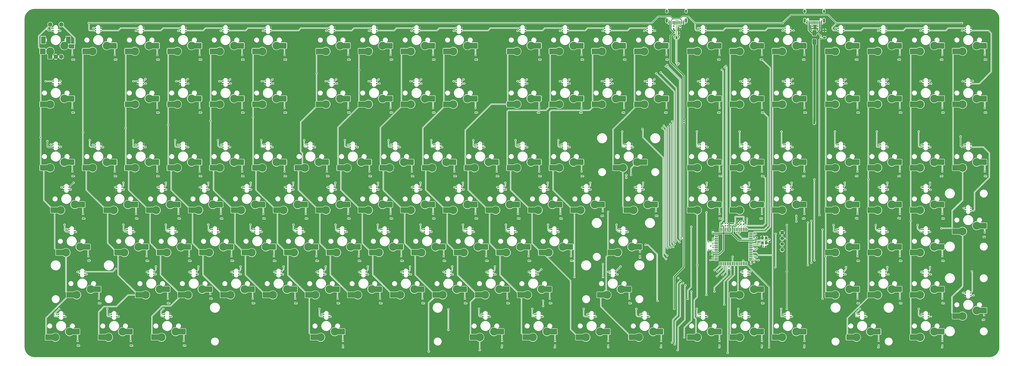
<source format=gbr>
%TF.GenerationSoftware,KiCad,Pcbnew,7.0.3*%
%TF.CreationDate,2023-05-19T09:12:57-04:00*%
%TF.ProjectId,100p-keebored,31303070-2d6b-4656-9562-6f7265642e6b,rev?*%
%TF.SameCoordinates,Original*%
%TF.FileFunction,Copper,L2,Bot*%
%TF.FilePolarity,Positive*%
%FSLAX46Y46*%
G04 Gerber Fmt 4.6, Leading zero omitted, Abs format (unit mm)*
G04 Created by KiCad (PCBNEW 7.0.3) date 2023-05-19 09:12:57*
%MOMM*%
%LPD*%
G01*
G04 APERTURE LIST*
G04 Aperture macros list*
%AMRoundRect*
0 Rectangle with rounded corners*
0 $1 Rounding radius*
0 $2 $3 $4 $5 $6 $7 $8 $9 X,Y pos of 4 corners*
0 Add a 4 corners polygon primitive as box body*
4,1,4,$2,$3,$4,$5,$6,$7,$8,$9,$2,$3,0*
0 Add four circle primitives for the rounded corners*
1,1,$1+$1,$2,$3*
1,1,$1+$1,$4,$5*
1,1,$1+$1,$6,$7*
1,1,$1+$1,$8,$9*
0 Add four rect primitives between the rounded corners*
20,1,$1+$1,$2,$3,$4,$5,0*
20,1,$1+$1,$4,$5,$6,$7,0*
20,1,$1+$1,$6,$7,$8,$9,0*
20,1,$1+$1,$8,$9,$2,$3,0*%
G04 Aperture macros list end*
%TA.AperFunction,SMDPad,CuDef*%
%ADD10RoundRect,0.250000X1.525000X1.000000X-1.525000X1.000000X-1.525000X-1.000000X1.525000X-1.000000X0*%
%TD*%
%TA.AperFunction,ComponentPad*%
%ADD11C,3.600000*%
%TD*%
%TA.AperFunction,ComponentPad*%
%ADD12R,2.000000X2.000000*%
%TD*%
%TA.AperFunction,ComponentPad*%
%ADD13C,2.000000*%
%TD*%
%TA.AperFunction,ComponentPad*%
%ADD14R,2.000000X3.200000*%
%TD*%
%TA.AperFunction,SMDPad,CuDef*%
%ADD15RoundRect,0.194000X1.086000X0.776000X-1.086000X0.776000X-1.086000X-0.776000X1.086000X-0.776000X0*%
%TD*%
%TA.AperFunction,SMDPad,CuDef*%
%ADD16RoundRect,0.250000X1.020000X1.000000X-1.020000X1.000000X-1.020000X-1.000000X1.020000X-1.000000X0*%
%TD*%
%TA.AperFunction,ComponentPad*%
%ADD17R,1.700000X1.700000*%
%TD*%
%TA.AperFunction,ComponentPad*%
%ADD18C,1.700000*%
%TD*%
%TA.AperFunction,SMDPad,CuDef*%
%ADD19RoundRect,0.112500X0.112500X-0.187500X0.112500X0.187500X-0.112500X0.187500X-0.112500X-0.187500X0*%
%TD*%
%TA.AperFunction,SMDPad,CuDef*%
%ADD20RoundRect,0.118750X0.118750X0.231250X-0.118750X0.231250X-0.118750X-0.231250X0.118750X-0.231250X0*%
%TD*%
%TA.AperFunction,SMDPad,CuDef*%
%ADD21RoundRect,0.125000X0.125000X0.225000X-0.125000X0.225000X-0.125000X-0.225000X0.125000X-0.225000X0*%
%TD*%
%TA.AperFunction,SMDPad,CuDef*%
%ADD22RoundRect,0.118750X-0.118750X-0.231250X0.118750X-0.231250X0.118750X0.231250X-0.118750X0.231250X0*%
%TD*%
%TA.AperFunction,SMDPad,CuDef*%
%ADD23RoundRect,0.125000X-0.125000X-0.225000X0.125000X-0.225000X0.125000X0.225000X-0.125000X0.225000X0*%
%TD*%
%TA.AperFunction,SMDPad,CuDef*%
%ADD24RoundRect,0.135000X-0.185000X0.135000X-0.185000X-0.135000X0.185000X-0.135000X0.185000X0.135000X0*%
%TD*%
%TA.AperFunction,SMDPad,CuDef*%
%ADD25RoundRect,0.147500X0.172500X-0.147500X0.172500X0.147500X-0.172500X0.147500X-0.172500X-0.147500X0*%
%TD*%
%TA.AperFunction,SMDPad,CuDef*%
%ADD26RoundRect,0.135000X0.185000X-0.135000X0.185000X0.135000X-0.185000X0.135000X-0.185000X-0.135000X0*%
%TD*%
%TA.AperFunction,SMDPad,CuDef*%
%ADD27RoundRect,0.140000X0.170000X-0.140000X0.170000X0.140000X-0.170000X0.140000X-0.170000X-0.140000X0*%
%TD*%
%TA.AperFunction,SMDPad,CuDef*%
%ADD28RoundRect,0.140000X-0.170000X0.140000X-0.170000X-0.140000X0.170000X-0.140000X0.170000X0.140000X0*%
%TD*%
%TA.AperFunction,SMDPad,CuDef*%
%ADD29R,0.700000X1.000000*%
%TD*%
%TA.AperFunction,SMDPad,CuDef*%
%ADD30R,0.700000X0.600000*%
%TD*%
%TA.AperFunction,ConnectorPad*%
%ADD31C,0.787400*%
%TD*%
%TA.AperFunction,SMDPad,CuDef*%
%ADD32RoundRect,0.140000X0.140000X0.170000X-0.140000X0.170000X-0.140000X-0.170000X0.140000X-0.170000X0*%
%TD*%
%TA.AperFunction,SMDPad,CuDef*%
%ADD33R,0.600000X1.450000*%
%TD*%
%TA.AperFunction,SMDPad,CuDef*%
%ADD34R,0.300000X1.450000*%
%TD*%
%TA.AperFunction,ComponentPad*%
%ADD35O,1.000000X1.600000*%
%TD*%
%TA.AperFunction,ComponentPad*%
%ADD36O,1.000000X2.100000*%
%TD*%
%TA.AperFunction,SMDPad,CuDef*%
%ADD37R,0.550000X1.500000*%
%TD*%
%TA.AperFunction,SMDPad,CuDef*%
%ADD38R,1.500000X0.550000*%
%TD*%
%TA.AperFunction,SMDPad,CuDef*%
%ADD39RoundRect,0.135000X0.135000X0.185000X-0.135000X0.185000X-0.135000X-0.185000X0.135000X-0.185000X0*%
%TD*%
%TA.AperFunction,SMDPad,CuDef*%
%ADD40RoundRect,0.250000X-0.650000X1.000000X-0.650000X-1.000000X0.650000X-1.000000X0.650000X1.000000X0*%
%TD*%
%TA.AperFunction,SMDPad,CuDef*%
%ADD41RoundRect,0.225000X0.375000X-0.225000X0.375000X0.225000X-0.375000X0.225000X-0.375000X-0.225000X0*%
%TD*%
%TA.AperFunction,SMDPad,CuDef*%
%ADD42R,1.200000X1.400000*%
%TD*%
%TA.AperFunction,SMDPad,CuDef*%
%ADD43RoundRect,0.112500X-0.187500X-0.112500X0.187500X-0.112500X0.187500X0.112500X-0.187500X0.112500X0*%
%TD*%
%TA.AperFunction,ViaPad*%
%ADD44C,0.600000*%
%TD*%
%TA.AperFunction,ViaPad*%
%ADD45C,0.800000*%
%TD*%
%TA.AperFunction,Conductor*%
%ADD46C,0.250000*%
%TD*%
%TA.AperFunction,Conductor*%
%ADD47C,0.200000*%
%TD*%
%TA.AperFunction,Conductor*%
%ADD48C,0.500000*%
%TD*%
%TA.AperFunction,Conductor*%
%ADD49C,1.000000*%
%TD*%
%TA.AperFunction,Conductor*%
%ADD50C,0.189383*%
%TD*%
%TA.AperFunction,Conductor*%
%ADD51C,0.300000*%
%TD*%
%TA.AperFunction,Conductor*%
%ADD52C,0.600000*%
%TD*%
G04 APERTURE END LIST*
D10*
%TO.P,SW10,1,1*%
%TO.N,Net-(D10-A)*%
X262236000Y-79044800D03*
D11*
X259461000Y-79044800D03*
%TO.P,SW10,2,2*%
%TO.N,Col10*%
X253111000Y-81584800D03*
D10*
X250331000Y-81584800D03*
%TD*%
%TO.P,SW127,1,1*%
%TO.N,Net-(D127-A)*%
X409873500Y-207632300D03*
D11*
X407098500Y-207632300D03*
%TO.P,SW127,2,2*%
%TO.N,Col17*%
X400748500Y-210172300D03*
D10*
X397968500Y-210172300D03*
%TD*%
%TO.P,SW96,1,1*%
%TO.N,Net-(D96-A)*%
X336054750Y-169532300D03*
D11*
X333279750Y-169532300D03*
%TO.P,SW96,2,2*%
%TO.N,Col14*%
X326929750Y-172072300D03*
D10*
X324149750Y-172072300D03*
%TD*%
%TO.P,SW78,1,1*%
%TO.N,Net-(D78-A)*%
X390823500Y-150482300D03*
D11*
X388048500Y-150482300D03*
%TO.P,SW78,2,2*%
%TO.N,Col16*%
X381698500Y-153022300D03*
D10*
X378918500Y-153022300D03*
%TD*%
%TO.P,SW115,1,1*%
%TO.N,Net-(D115-A)*%
X471786000Y-188582300D03*
D11*
X469011000Y-188582300D03*
%TO.P,SW115,2,2*%
%TO.N,Col20*%
X462661000Y-191122300D03*
D10*
X459881000Y-191122300D03*
%TD*%
%TO.P,SW73,1,1*%
%TO.N,Net-(D73-A)*%
X281286000Y-150482300D03*
D11*
X278511000Y-150482300D03*
%TO.P,SW73,2,2*%
%TO.N,Col11*%
X272161000Y-153022300D03*
D10*
X269381000Y-153022300D03*
%TD*%
%TO.P,SW50,1,1*%
%TO.N,Net-(D50-A)*%
X233661000Y-131432300D03*
D11*
X230886000Y-131432300D03*
%TO.P,SW50,2,2*%
%TO.N,Col9*%
X224536000Y-133972300D03*
D10*
X221756000Y-133972300D03*
%TD*%
D12*
%TO.P,SW130,A,A*%
%TO.N,enc-*%
X72176000Y-84004800D03*
D13*
%TO.P,SW130,B,B*%
%TO.N,enc+*%
X77176000Y-84004800D03*
%TO.P,SW130,C,C*%
%TO.N,GND*%
X74676000Y-84004800D03*
D14*
%TO.P,SW130,MP*%
%TO.N,N/C*%
X69076000Y-76504800D03*
X80276000Y-76504800D03*
D13*
%TO.P,SW130,S1,S1*%
%TO.N,sw1Out*%
X77176000Y-69504800D03*
%TO.P,SW130,S2,S2*%
%TO.N,Col1*%
X72176000Y-69504800D03*
%TD*%
D10*
%TO.P,SW69,1,1*%
%TO.N,Net-(D69-A)*%
X205086000Y-150482300D03*
D11*
X202311000Y-150482300D03*
%TO.P,SW69,2,2*%
%TO.N,Col7*%
X195961000Y-153022300D03*
D10*
X193181000Y-153022300D03*
%TD*%
%TO.P,SW19,1,1*%
%TO.N,Net-(D19-A)*%
X452736000Y-79044800D03*
D11*
X449961000Y-79044800D03*
%TO.P,SW19,2,2*%
%TO.N,Col19*%
X443611000Y-81584800D03*
D10*
X440831000Y-81584800D03*
%TD*%
%TO.P,SW125,1,1*%
%TO.N,Net-(D125-A)*%
X371773500Y-207632300D03*
D11*
X368998500Y-207632300D03*
%TO.P,SW125,2,2*%
%TO.N,Col15*%
X362648500Y-210172300D03*
D10*
X359868500Y-210172300D03*
%TD*%
%TO.P,SW76,1,1*%
%TO.N,Net-(D76-A)*%
X343198500Y-150482300D03*
D11*
X340423500Y-150482300D03*
%TO.P,SW76,2,2*%
%TO.N,Col14*%
X334073500Y-153022300D03*
D10*
X331293500Y-153022300D03*
%TD*%
%TO.P,SW4,1,1*%
%TO.N,Net-(D4-A)*%
X138411000Y-79044800D03*
D11*
X135636000Y-79044800D03*
%TO.P,SW4,2,2*%
%TO.N,Col4*%
X129286000Y-81584800D03*
D10*
X126506000Y-81584800D03*
%TD*%
%TO.P,SW51,1,1*%
%TO.N,Net-(D51-A)*%
X252711000Y-131432300D03*
D11*
X249936000Y-131432300D03*
%TO.P,SW51,2,2*%
%TO.N,Col10*%
X243586000Y-133972300D03*
D10*
X240806000Y-133972300D03*
%TD*%
%TO.P,SW12,1,1*%
%TO.N,Net-(D12-A)*%
X309861000Y-79044800D03*
D11*
X307086000Y-79044800D03*
%TO.P,SW12,2,2*%
%TO.N,Col12*%
X300736000Y-81584800D03*
D10*
X297956000Y-81584800D03*
%TD*%
%TO.P,SW71,1,1*%
%TO.N,Net-(D71-A)*%
X243186000Y-150482300D03*
D11*
X240411000Y-150482300D03*
%TO.P,SW71,2,2*%
%TO.N,Col9*%
X234061000Y-153022300D03*
D10*
X231281000Y-153022300D03*
%TD*%
%TO.P,SW126,1,1*%
%TO.N,Net-(D126-A)*%
X390823500Y-207632300D03*
D11*
X388048500Y-207632300D03*
%TO.P,SW126,2,2*%
%TO.N,Col16*%
X381698500Y-210172300D03*
D10*
X378918500Y-210172300D03*
%TD*%
%TO.P,SW119,1,1*%
%TO.N,Net-(D119-A)*%
X131267250Y-207632300D03*
D11*
X128492250Y-207632300D03*
%TO.P,SW119,2,2*%
%TO.N,Col3*%
X122142250Y-210172300D03*
D10*
X119362250Y-210172300D03*
%TD*%
%TO.P,SW107,1,1*%
%TO.N,Net-(D107-A)*%
X238423500Y-188582300D03*
D11*
X235648500Y-188582300D03*
%TO.P,SW107,2,2*%
%TO.N,Col8*%
X229298500Y-191122300D03*
D10*
X226518500Y-191122300D03*
%TD*%
%TO.P,SW27,1,1*%
%TO.N,Net-(D27-A)*%
X205086000Y-102857300D03*
D11*
X202311000Y-102857300D03*
%TO.P,SW27,2,2*%
%TO.N,Col7*%
X195961000Y-105397300D03*
D10*
X193181000Y-105397300D03*
%TD*%
%TO.P,SW48,1,1*%
%TO.N,Net-(D48-A)*%
X195561000Y-131432300D03*
D11*
X192786000Y-131432300D03*
%TO.P,SW48,2,2*%
%TO.N,Col7*%
X186436000Y-133972300D03*
D10*
X183656000Y-133972300D03*
%TD*%
%TO.P,SW81,1,1*%
%TO.N,Net-(D81-A)*%
X452736000Y-150482300D03*
D11*
X449961000Y-150482300D03*
%TO.P,SW81,2,2*%
%TO.N,Col19*%
X443611000Y-153022300D03*
D10*
X440831000Y-153022300D03*
%TD*%
%TO.P,SW24,1,1*%
%TO.N,Net-(D24-A)*%
X138411000Y-102857300D03*
D11*
X135636000Y-102857300D03*
%TO.P,SW24,2,2*%
%TO.N,Col4*%
X129286000Y-105397300D03*
D10*
X126506000Y-105397300D03*
%TD*%
%TO.P,SW62,1,1*%
%TO.N,Net-(D62-A)*%
X490836000Y-131432300D03*
D11*
X488061000Y-131432300D03*
%TO.P,SW62,2,2*%
%TO.N,Col21*%
X481711000Y-133972300D03*
D10*
X478931000Y-133972300D03*
%TD*%
%TO.P,SW23,1,1*%
%TO.N,Net-(D23-A)*%
X119361000Y-102857300D03*
D11*
X116586000Y-102857300D03*
%TO.P,SW23,2,2*%
%TO.N,Col3*%
X110236000Y-105397300D03*
D10*
X107456000Y-105397300D03*
%TD*%
%TO.P,SW88,1,1*%
%TO.N,Net-(D88-A)*%
X171748500Y-169532300D03*
D11*
X168973500Y-169532300D03*
%TO.P,SW88,2,2*%
%TO.N,Col5*%
X162623500Y-172072300D03*
D10*
X159843500Y-172072300D03*
%TD*%
%TO.P,SW105,1,1*%
%TO.N,Net-(D105-A)*%
X200323500Y-188582300D03*
D11*
X197548500Y-188582300D03*
%TO.P,SW105,2,2*%
%TO.N,Col6*%
X191198500Y-191122300D03*
D10*
X188418500Y-191122300D03*
%TD*%
%TO.P,SW8,1,1*%
%TO.N,Net-(D8-A)*%
X224136000Y-79044800D03*
D11*
X221361000Y-79044800D03*
%TO.P,SW8,2,2*%
%TO.N,Col8*%
X215011000Y-81584800D03*
D10*
X212231000Y-81584800D03*
%TD*%
%TO.P,SW117,1,1*%
%TO.N,Net-(D117-A)*%
X83642250Y-207632300D03*
D11*
X80867250Y-207632300D03*
%TO.P,SW117,2,2*%
%TO.N,Col1*%
X74517250Y-210172300D03*
D10*
X71737250Y-210172300D03*
%TD*%
%TO.P,SW79,1,1*%
%TO.N,Net-(D79-A)*%
X409873500Y-150482300D03*
D11*
X407098500Y-150482300D03*
%TO.P,SW79,2,2*%
%TO.N,Col17*%
X400748500Y-153022300D03*
D10*
X397968500Y-153022300D03*
%TD*%
%TO.P,SW66,1,1*%
%TO.N,Net-(D66-A)*%
X147936000Y-150482300D03*
D11*
X145161000Y-150482300D03*
%TO.P,SW66,2,2*%
%TO.N,Col4*%
X138811000Y-153022300D03*
D10*
X136031000Y-153022300D03*
%TD*%
%TO.P,SW30,1,1*%
%TO.N,Net-(D30-A)*%
X262236000Y-102857300D03*
D11*
X259461000Y-102857300D03*
%TO.P,SW30,2,2*%
%TO.N,Col10*%
X253111000Y-105397300D03*
D10*
X250331000Y-105397300D03*
%TD*%
%TO.P,SW87,1,1*%
%TO.N,Net-(D87-A)*%
X152698500Y-169532300D03*
D11*
X149923500Y-169532300D03*
%TO.P,SW87,2,2*%
%TO.N,Col4*%
X143573500Y-172072300D03*
D10*
X140793500Y-172072300D03*
%TD*%
%TO.P,SW68,1,1*%
%TO.N,Net-(D68-A)*%
X186036000Y-150482300D03*
D11*
X183261000Y-150482300D03*
%TO.P,SW68,2,2*%
%TO.N,Col6*%
X176911000Y-153022300D03*
D10*
X174131000Y-153022300D03*
%TD*%
%TO.P,SW15,1,1*%
%TO.N,Net-(D15-A)*%
X371773500Y-79044800D03*
D11*
X368998500Y-79044800D03*
%TO.P,SW15,2,2*%
%TO.N,Col15*%
X362648500Y-81584800D03*
D10*
X359868500Y-81584800D03*
%TD*%
%TO.P,SW25,1,1*%
%TO.N,Net-(D25-A)*%
X157461000Y-102857300D03*
D11*
X154686000Y-102857300D03*
%TO.P,SW25,2,2*%
%TO.N,Col5*%
X148336000Y-105397300D03*
D10*
X145556000Y-105397300D03*
%TD*%
%TO.P,SW89,1,1*%
%TO.N,Net-(D89-A)*%
X190798500Y-169532300D03*
D11*
X188023500Y-169532300D03*
%TO.P,SW89,2,2*%
%TO.N,Col6*%
X181673500Y-172072300D03*
D10*
X178893500Y-172072300D03*
%TD*%
%TO.P,SW39,1,1*%
%TO.N,Net-(D39-A)*%
X452736000Y-102857300D03*
D11*
X449961000Y-102857300D03*
%TO.P,SW39,2,2*%
%TO.N,Col19*%
X443611000Y-105397300D03*
D10*
X440831000Y-105397300D03*
%TD*%
%TO.P,SW102,1,1*%
%TO.N,Net-(D102-A)*%
X143173500Y-188582300D03*
D11*
X140398500Y-188582300D03*
%TO.P,SW102,2,2*%
%TO.N,Col3*%
X134048500Y-191122300D03*
D10*
X131268500Y-191122300D03*
%TD*%
%TO.P,SW70,1,1*%
%TO.N,Net-(D70-A)*%
X224136000Y-150482300D03*
D11*
X221361000Y-150482300D03*
%TO.P,SW70,2,2*%
%TO.N,Col8*%
X215011000Y-153022300D03*
D10*
X212231000Y-153022300D03*
%TD*%
%TO.P,SW77,1,1*%
%TO.N,Net-(D77-A)*%
X371773500Y-150482300D03*
D11*
X368998500Y-150482300D03*
%TO.P,SW77,2,2*%
%TO.N,Col15*%
X362648500Y-153022300D03*
D10*
X359868500Y-153022300D03*
%TD*%
%TO.P,SW59,1,1*%
%TO.N,Net-(D59-A)*%
X433686000Y-131432300D03*
D11*
X430911000Y-131432300D03*
%TO.P,SW59,2,2*%
%TO.N,Col18*%
X424561000Y-133972300D03*
D10*
X421781000Y-133972300D03*
%TD*%
%TO.P,SW114,1,1*%
%TO.N,Net-(D114-A)*%
X452736000Y-188582300D03*
D11*
X449961000Y-188582300D03*
%TO.P,SW114,2,2*%
%TO.N,Col19*%
X443611000Y-191122300D03*
D10*
X440831000Y-191122300D03*
%TD*%
%TO.P,SW11,1,1*%
%TO.N,Net-(D11-A)*%
X290811000Y-79044800D03*
D11*
X288036000Y-79044800D03*
%TO.P,SW11,2,2*%
%TO.N,Col11*%
X281686000Y-81584800D03*
D10*
X278906000Y-81584800D03*
%TD*%
%TO.P,SW22,1,1*%
%TO.N,Net-(D22-A)*%
X81261000Y-102857300D03*
D11*
X78486000Y-102857300D03*
%TO.P,SW22,2,2*%
%TO.N,Col1*%
X72136000Y-105397300D03*
D10*
X69356000Y-105397300D03*
%TD*%
%TO.P,SW61,1,1*%
%TO.N,Net-(D61-A)*%
X471786000Y-131432300D03*
D11*
X469011000Y-131432300D03*
%TO.P,SW61,2,2*%
%TO.N,Col20*%
X462661000Y-133972300D03*
D10*
X459881000Y-133972300D03*
%TD*%
%TO.P,SW6,1,1*%
%TO.N,Net-(D6-A)*%
X176511000Y-79044800D03*
D11*
X173736000Y-79044800D03*
%TO.P,SW6,2,2*%
%TO.N,Col6*%
X167386000Y-81584800D03*
D10*
X164606000Y-81584800D03*
%TD*%
%TO.P,SW97,1,1*%
%TO.N,Net-(D97-A)*%
X433686000Y-169532300D03*
D11*
X430911000Y-169532300D03*
%TO.P,SW97,2,2*%
%TO.N,Col18*%
X424561000Y-172072300D03*
D10*
X421781000Y-172072300D03*
%TD*%
%TO.P,SW21,1,1*%
%TO.N,Net-(D21-A)*%
X490836000Y-79044800D03*
D11*
X488061000Y-79044800D03*
%TO.P,SW21,2,2*%
%TO.N,Col21*%
X481711000Y-81584800D03*
D10*
X478931000Y-81584800D03*
%TD*%
%TO.P,SW29,1,1*%
%TO.N,Net-(D29-A)*%
X243186000Y-102857300D03*
D11*
X240411000Y-102857300D03*
%TO.P,SW29,2,2*%
%TO.N,Col9*%
X234061000Y-105397300D03*
D10*
X231281000Y-105397300D03*
%TD*%
%TO.P,SW63,1,1*%
%TO.N,Net-(D63-A)*%
X86023500Y-150482300D03*
D11*
X83248500Y-150482300D03*
%TO.P,SW63,2,2*%
%TO.N,Col1*%
X76898500Y-153022300D03*
D10*
X74118500Y-153022300D03*
%TD*%
%TO.P,SW124,1,1*%
%TO.N,Net-(D124-A)*%
X345579750Y-207632300D03*
D11*
X342804750Y-207632300D03*
%TO.P,SW124,2,2*%
%TO.N,Col14*%
X336454750Y-210172300D03*
D10*
X333674750Y-210172300D03*
%TD*%
%TO.P,SW17,1,1*%
%TO.N,Net-(D17-A)*%
X409873500Y-79044800D03*
D11*
X407098500Y-79044800D03*
%TO.P,SW17,2,2*%
%TO.N,Col17*%
X400748500Y-81584800D03*
D10*
X397968500Y-81584800D03*
%TD*%
%TO.P,SW49,1,1*%
%TO.N,Net-(D49-A)*%
X214611000Y-131432300D03*
D11*
X211836000Y-131432300D03*
%TO.P,SW49,2,2*%
%TO.N,Col8*%
X205486000Y-133972300D03*
D10*
X202706000Y-133972300D03*
%TD*%
%TO.P,SW122,1,1*%
%TO.N,Net-(D122-A)*%
X297954750Y-207632300D03*
D11*
X295179750Y-207632300D03*
%TO.P,SW122,2,2*%
%TO.N,Col11*%
X288829750Y-210172300D03*
D10*
X286049750Y-210172300D03*
%TD*%
%TO.P,SW16,1,1*%
%TO.N,Net-(D16-A)*%
X390823500Y-79044800D03*
D11*
X388048500Y-79044800D03*
%TO.P,SW16,2,2*%
%TO.N,Col16*%
X381698500Y-81584800D03*
D10*
X378918500Y-81584800D03*
%TD*%
%TO.P,SW120,1,1*%
%TO.N,Net-(D120-A)*%
X202704750Y-207632300D03*
D11*
X199929750Y-207632300D03*
%TO.P,SW120,2,2*%
%TO.N,Col6*%
X193579750Y-210172300D03*
D10*
X190799750Y-210172300D03*
%TD*%
%TO.P,SW26,1,1*%
%TO.N,Net-(D26-A)*%
X176511000Y-102857300D03*
D11*
X173736000Y-102857300D03*
%TO.P,SW26,2,2*%
%TO.N,Col6*%
X167386000Y-105397300D03*
D10*
X164606000Y-105397300D03*
%TD*%
%TO.P,SW82,1,1*%
%TO.N,Net-(D82-A)*%
X471786000Y-150482300D03*
D11*
X469011000Y-150482300D03*
%TO.P,SW82,2,2*%
%TO.N,Col20*%
X462661000Y-153022300D03*
D10*
X459881000Y-153022300D03*
%TD*%
%TO.P,SW58,1,1*%
%TO.N,Net-(D58-A)*%
X409873500Y-131432300D03*
D11*
X407098500Y-131432300D03*
%TO.P,SW58,2,2*%
%TO.N,Col17*%
X400748500Y-133972300D03*
D10*
X397968500Y-133972300D03*
%TD*%
%TO.P,SW86,1,1*%
%TO.N,Net-(D86-A)*%
X133648500Y-169532300D03*
D11*
X130873500Y-169532300D03*
%TO.P,SW86,2,2*%
%TO.N,Col3*%
X124523500Y-172072300D03*
D10*
X121743500Y-172072300D03*
%TD*%
%TO.P,SW84,1,1*%
%TO.N,Net-(D84-A)*%
X88404750Y-169532300D03*
D11*
X85629750Y-169532300D03*
%TO.P,SW84,2,2*%
%TO.N,Col1*%
X79279750Y-172072300D03*
D10*
X76499750Y-172072300D03*
%TD*%
%TO.P,SW37,1,1*%
%TO.N,Net-(D37-A)*%
X409873500Y-102857300D03*
D11*
X407098500Y-102857300D03*
%TO.P,SW37,2,2*%
%TO.N,Col17*%
X400748500Y-105397300D03*
D10*
X397968500Y-105397300D03*
%TD*%
%TO.P,SW90,1,1*%
%TO.N,Net-(D90-A)*%
X209848500Y-169532300D03*
D11*
X207073500Y-169532300D03*
%TO.P,SW90,2,2*%
%TO.N,Col7*%
X200723500Y-172072300D03*
D10*
X197943500Y-172072300D03*
%TD*%
%TO.P,SW9,1,1*%
%TO.N,Net-(D9-A)*%
X243186000Y-79044800D03*
D11*
X240411000Y-79044800D03*
%TO.P,SW9,2,2*%
%TO.N,Col9*%
X234061000Y-81584800D03*
D10*
X231281000Y-81584800D03*
%TD*%
%TO.P,SW18,1,1*%
%TO.N,Net-(D18-A)*%
X433686000Y-79044800D03*
D11*
X430911000Y-79044800D03*
%TO.P,SW18,2,2*%
%TO.N,Col18*%
X424561000Y-81584800D03*
D10*
X421781000Y-81584800D03*
%TD*%
%TO.P,SW35,1,1*%
%TO.N,Net-(D35-A)*%
X371773500Y-102857300D03*
D11*
X368998500Y-102857300D03*
%TO.P,SW35,2,2*%
%TO.N,Col15*%
X362648500Y-105397300D03*
D10*
X359868500Y-105397300D03*
%TD*%
%TO.P,SW34,1,1*%
%TO.N,Net-(D34-A)*%
X347961000Y-102857300D03*
D11*
X345186000Y-102857300D03*
%TO.P,SW34,2,2*%
%TO.N,Col14*%
X338836000Y-105397300D03*
D10*
X336056000Y-105397300D03*
%TD*%
%TO.P,SW121,1,1*%
%TO.N,Net-(D121-A)*%
X274142250Y-207632300D03*
D11*
X271367250Y-207632300D03*
%TO.P,SW121,2,2*%
%TO.N,Col10*%
X265017250Y-210172300D03*
D10*
X262237250Y-210172300D03*
%TD*%
%TO.P,SW46,1,1*%
%TO.N,Net-(D46-A)*%
X157461000Y-131432300D03*
D11*
X154686000Y-131432300D03*
%TO.P,SW46,2,2*%
%TO.N,Col5*%
X148336000Y-133972300D03*
D10*
X145556000Y-133972300D03*
%TD*%
%TO.P,SW74,1,1*%
%TO.N,Net-(D74-A)*%
X300336000Y-150482300D03*
D11*
X297561000Y-150482300D03*
%TO.P,SW74,2,2*%
%TO.N,Col12*%
X291211000Y-153022300D03*
D10*
X288431000Y-153022300D03*
%TD*%
%TO.P,SW47,1,1*%
%TO.N,Net-(D47-A)*%
X176511000Y-131432300D03*
D11*
X173736000Y-131432300D03*
%TO.P,SW47,2,2*%
%TO.N,Col6*%
X167386000Y-133972300D03*
D10*
X164606000Y-133972300D03*
%TD*%
%TO.P,SW80,1,1*%
%TO.N,Net-(D80-A)*%
X433686000Y-150482300D03*
D11*
X430911000Y-150482300D03*
%TO.P,SW80,2,2*%
%TO.N,Col18*%
X424561000Y-153022300D03*
D10*
X421781000Y-153022300D03*
%TD*%
%TO.P,SW32,1,1*%
%TO.N,Net-(D32-A)*%
X309861000Y-102857300D03*
D11*
X307086000Y-102857300D03*
%TO.P,SW32,2,2*%
%TO.N,Col12*%
X300736000Y-105397300D03*
D10*
X297956000Y-105397300D03*
%TD*%
%TO.P,SW110,1,1*%
%TO.N,Net-(D110-A)*%
X295573500Y-188582300D03*
D11*
X292798500Y-188582300D03*
%TO.P,SW110,2,2*%
%TO.N,Col11*%
X286448500Y-191122300D03*
D10*
X283668500Y-191122300D03*
%TD*%
%TO.P,SW2,1,1*%
%TO.N,Net-(D2-A)*%
X100311000Y-79044800D03*
D11*
X97536000Y-79044800D03*
%TO.P,SW2,2,2*%
%TO.N,Col2*%
X91186000Y-81584800D03*
D10*
X88406000Y-81584800D03*
%TD*%
%TO.P,SW129,1,1*%
%TO.N,Net-(D129-A)*%
X471786000Y-207632300D03*
D11*
X469011000Y-207632300D03*
%TO.P,SW129,2,2*%
%TO.N,Col20*%
X462661000Y-210172300D03*
D10*
X459881000Y-210172300D03*
%TD*%
%TO.P,SW123,1,1*%
%TO.N,Net-(D123-A)*%
X321767250Y-207632300D03*
D11*
X318992250Y-207632300D03*
%TO.P,SW123,2,2*%
%TO.N,Col12*%
X312642250Y-210172300D03*
D10*
X309862250Y-210172300D03*
%TD*%
%TO.P,SW98,1,1*%
%TO.N,Net-(D98-A)*%
X452736000Y-169532300D03*
D11*
X449961000Y-169532300D03*
%TO.P,SW98,2,2*%
%TO.N,Col19*%
X443611000Y-172072300D03*
D10*
X440831000Y-172072300D03*
%TD*%
%TO.P,SW95,1,1*%
%TO.N,Net-(D95-A)*%
X305098500Y-169532300D03*
D11*
X302323500Y-169532300D03*
%TO.P,SW95,2,2*%
%TO.N,Col12*%
X295973500Y-172072300D03*
D10*
X293193500Y-172072300D03*
%TD*%
%TO.P,SW14,1,1*%
%TO.N,Net-(D14-A)*%
X347961000Y-79044800D03*
D11*
X345186000Y-79044800D03*
%TO.P,SW14,2,2*%
%TO.N,Col14*%
X338836000Y-81584800D03*
D10*
X336056000Y-81584800D03*
%TD*%
%TO.P,SW57,1,1*%
%TO.N,Net-(D57-A)*%
X390823500Y-131432300D03*
D11*
X388048500Y-131432300D03*
%TO.P,SW57,2,2*%
%TO.N,Col16*%
X381698500Y-133972300D03*
D10*
X378918500Y-133972300D03*
%TD*%
%TO.P,SW104,1,1*%
%TO.N,Net-(D104-A)*%
X181273500Y-188582300D03*
D11*
X178498500Y-188582300D03*
%TO.P,SW104,2,2*%
%TO.N,Col5*%
X172148500Y-191122300D03*
D10*
X169368500Y-191122300D03*
%TD*%
%TO.P,SW13,1,1*%
%TO.N,Net-(D13-A)*%
X328911000Y-79044800D03*
D11*
X326136000Y-79044800D03*
%TO.P,SW13,2,2*%
%TO.N,Col13*%
X319786000Y-81584800D03*
D10*
X317006000Y-81584800D03*
%TD*%
%TO.P,SW112,1,1*%
%TO.N,Net-(D112-A)*%
X390823480Y-188582272D03*
D11*
X388048480Y-188582272D03*
%TO.P,SW112,2,2*%
%TO.N,Col16*%
X381698480Y-191122272D03*
D10*
X378918480Y-191122272D03*
%TD*%
%TO.P,SW100,1,1*%
%TO.N,Net-(D100-A)*%
X93167250Y-188582300D03*
D11*
X90392250Y-188582300D03*
%TO.P,SW100,2,2*%
%TO.N,Col1*%
X84042250Y-191122300D03*
D10*
X81262250Y-191122300D03*
%TD*%
%TO.P,SW99,1,1*%
%TO.N,Net-(D99-A)*%
X471786000Y-169532300D03*
D11*
X469011000Y-169532300D03*
%TO.P,SW99,2,2*%
%TO.N,Col20*%
X462661000Y-172072300D03*
D10*
X459881000Y-172072300D03*
%TD*%
%TO.P,SW45,1,1*%
%TO.N,Net-(D45-A)*%
X138411000Y-131432300D03*
D11*
X135636000Y-131432300D03*
%TO.P,SW45,2,2*%
%TO.N,Col4*%
X129286000Y-133972300D03*
D10*
X126506000Y-133972300D03*
%TD*%
%TO.P,SW5,1,1*%
%TO.N,Net-(D5-A)*%
X157461000Y-79044800D03*
D11*
X154686000Y-79044800D03*
%TO.P,SW5,2,2*%
%TO.N,Col5*%
X148336000Y-81584800D03*
D10*
X145556000Y-81584800D03*
%TD*%
%TO.P,SW94,1,1*%
%TO.N,Net-(D94-A)*%
X286048500Y-169532300D03*
D11*
X283273500Y-169532300D03*
%TO.P,SW94,2,2*%
%TO.N,Col11*%
X276923500Y-172072300D03*
D10*
X274143500Y-172072300D03*
%TD*%
%TO.P,SW101,1,1*%
%TO.N,Net-(D101-A)*%
X124123500Y-188582300D03*
D11*
X121348500Y-188582300D03*
%TO.P,SW101,2,2*%
%TO.N,Col2*%
X114998500Y-191122300D03*
D10*
X112218500Y-191122300D03*
%TD*%
%TO.P,SW56,1,1*%
%TO.N,Net-(D56-A)*%
X371773500Y-131432300D03*
D11*
X368998500Y-131432300D03*
%TO.P,SW56,2,2*%
%TO.N,Col15*%
X362648500Y-133972300D03*
D10*
X359868500Y-133972300D03*
%TD*%
%TO.P,SW28,1,1*%
%TO.N,Net-(D28-A)*%
X224136000Y-102857300D03*
D11*
X221361000Y-102857300D03*
%TO.P,SW28,2,2*%
%TO.N,Col8*%
X215011000Y-105397300D03*
D10*
X212231000Y-105397300D03*
%TD*%
%TO.P,SW43,1,1*%
%TO.N,Net-(D43-A)*%
X100311000Y-131432300D03*
D11*
X97536000Y-131432300D03*
%TO.P,SW43,2,2*%
%TO.N,Col2*%
X91186000Y-133972300D03*
D10*
X88406000Y-133972300D03*
%TD*%
%TO.P,SW31,1,1*%
%TO.N,Net-(D31-A)*%
X290811000Y-102857300D03*
D11*
X288036000Y-102857300D03*
%TO.P,SW31,2,2*%
%TO.N,Col11*%
X281686000Y-105397300D03*
D10*
X278906000Y-105397300D03*
%TD*%
%TO.P,SW52,1,1*%
%TO.N,Net-(D52-A)*%
X271761000Y-131432300D03*
D11*
X268986000Y-131432300D03*
%TO.P,SW52,2,2*%
%TO.N,Col11*%
X262636000Y-133972300D03*
D10*
X259856000Y-133972300D03*
%TD*%
%TO.P,SW103,1,1*%
%TO.N,Net-(D103-A)*%
X162223500Y-188582300D03*
D11*
X159448500Y-188582300D03*
%TO.P,SW103,2,2*%
%TO.N,Col4*%
X153098500Y-191122300D03*
D10*
X150318500Y-191122300D03*
%TD*%
%TO.P,SW91,1,1*%
%TO.N,Net-(D91-A)*%
X228898500Y-169532300D03*
D11*
X226123500Y-169532300D03*
%TO.P,SW91,2,2*%
%TO.N,Col8*%
X219773500Y-172072300D03*
D10*
X216993500Y-172072300D03*
%TD*%
%TO.P,SW36,1,1*%
%TO.N,Net-(D36-A)*%
X390823500Y-102857300D03*
D11*
X388048500Y-102857300D03*
%TO.P,SW36,2,2*%
%TO.N,Col16*%
X381698500Y-105397300D03*
D10*
X378918500Y-105397300D03*
%TD*%
%TO.P,SW44,1,1*%
%TO.N,Net-(D44-A)*%
X119361000Y-131432300D03*
D11*
X116586000Y-131432300D03*
%TO.P,SW44,2,2*%
%TO.N,Col3*%
X110236000Y-133972300D03*
D10*
X107456000Y-133972300D03*
%TD*%
%TO.P,SW111,1,1*%
%TO.N,Net-(D111-A)*%
X331292250Y-188582300D03*
D11*
X328517250Y-188582300D03*
%TO.P,SW111,2,2*%
%TO.N,Col14*%
X322167250Y-191122300D03*
D10*
X319387250Y-191122300D03*
%TD*%
%TO.P,SW85,1,1*%
%TO.N,Net-(D85-A)*%
X114598500Y-169532300D03*
D11*
X111823500Y-169532300D03*
%TO.P,SW85,2,2*%
%TO.N,Col2*%
X105473500Y-172072300D03*
D10*
X102693500Y-172072300D03*
%TD*%
%TO.P,SW54,1,1*%
%TO.N,Net-(D54-A)*%
X309861000Y-131432300D03*
D11*
X307086000Y-131432300D03*
%TO.P,SW54,2,2*%
%TO.N,Col13*%
X300736000Y-133972300D03*
D10*
X297956000Y-133972300D03*
%TD*%
%TO.P,SW41,1,1*%
%TO.N,Net-(D41-A)*%
X490836000Y-102857300D03*
D11*
X488061000Y-102857300D03*
%TO.P,SW41,2,2*%
%TO.N,Col21*%
X481711000Y-105397300D03*
D10*
X478931000Y-105397300D03*
%TD*%
%TO.P,SW93,1,1*%
%TO.N,Net-(D93-A)*%
X266998500Y-169532300D03*
D11*
X264223500Y-169532300D03*
%TO.P,SW93,2,2*%
%TO.N,Col10*%
X257873500Y-172072300D03*
D10*
X255093500Y-172072300D03*
%TD*%
%TO.P,SW118,1,1*%
%TO.N,Net-(D118-A)*%
X107454750Y-207632300D03*
D11*
X104679750Y-207632300D03*
%TO.P,SW118,2,2*%
%TO.N,Col2*%
X98329750Y-210172300D03*
D10*
X95549750Y-210172300D03*
%TD*%
%TO.P,SW75,1,1*%
%TO.N,Net-(D75-A)*%
X319386000Y-150482300D03*
D11*
X316611000Y-150482300D03*
%TO.P,SW75,2,2*%
%TO.N,Col13*%
X310261000Y-153022300D03*
D10*
X307481000Y-153022300D03*
%TD*%
%TO.P,SW55,1,1*%
%TO.N,Net-(D55-A)*%
X338436000Y-131432300D03*
D11*
X335661000Y-131432300D03*
%TO.P,SW55,2,2*%
%TO.N,Col14*%
X329311000Y-133972300D03*
D10*
X326531000Y-133972300D03*
%TD*%
%TO.P,SW42,1,1*%
%TO.N,Net-(D42-A)*%
X81261000Y-131432300D03*
D11*
X78486000Y-131432300D03*
%TO.P,SW42,2,2*%
%TO.N,Col1*%
X72136000Y-133972300D03*
D10*
X69356000Y-133972300D03*
%TD*%
%TO.P,SW109,1,1*%
%TO.N,Net-(D109-A)*%
X276523500Y-188582300D03*
D11*
X273748500Y-188582300D03*
%TO.P,SW109,2,2*%
%TO.N,Col10*%
X267398500Y-191122300D03*
D10*
X264618500Y-191122300D03*
%TD*%
%TO.P,SW83,1,1*%
%TO.N,Net-(D83-A)*%
X490836000Y-160007300D03*
D11*
X488061000Y-160007300D03*
%TO.P,SW83,2,2*%
%TO.N,Col21*%
X481711000Y-162547300D03*
D10*
X478931000Y-162547300D03*
%TD*%
%TO.P,SW72,1,1*%
%TO.N,Net-(D72-A)*%
X262236000Y-150482300D03*
D11*
X259461000Y-150482300D03*
%TO.P,SW72,2,2*%
%TO.N,Col10*%
X253111000Y-153022300D03*
D10*
X250331000Y-153022300D03*
%TD*%
%TO.P,SW20,1,1*%
%TO.N,Net-(D20-A)*%
X471786000Y-79044800D03*
D11*
X469011000Y-79044800D03*
%TO.P,SW20,2,2*%
%TO.N,Col20*%
X462661000Y-81584800D03*
D10*
X459881000Y-81584800D03*
%TD*%
%TO.P,SW128,1,1*%
%TO.N,Net-(D128-A)*%
X443211000Y-207632300D03*
D11*
X440436000Y-207632300D03*
%TO.P,SW128,2,2*%
%TO.N,Col19*%
X434086000Y-210172300D03*
D10*
X431306000Y-210172300D03*
%TD*%
%TO.P,SW67,1,1*%
%TO.N,Net-(D67-A)*%
X166986000Y-150482300D03*
D11*
X164211000Y-150482300D03*
%TO.P,SW67,2,2*%
%TO.N,Col5*%
X157861000Y-153022300D03*
D10*
X155081000Y-153022300D03*
%TD*%
%TO.P,SW53,1,1*%
%TO.N,Net-(D53-A)*%
X290811000Y-131432300D03*
D11*
X288036000Y-131432300D03*
%TO.P,SW53,2,2*%
%TO.N,Col12*%
X281686000Y-133972300D03*
D10*
X278906000Y-133972300D03*
%TD*%
%TO.P,SW92,1,1*%
%TO.N,Net-(D92-A)*%
X247948500Y-169532300D03*
D11*
X245173500Y-169532300D03*
%TO.P,SW92,2,2*%
%TO.N,Col9*%
X238823500Y-172072300D03*
D10*
X236043500Y-172072300D03*
%TD*%
%TO.P,SW108,1,1*%
%TO.N,Net-(D108-A)*%
X257473500Y-188582300D03*
D11*
X254698500Y-188582300D03*
%TO.P,SW108,2,2*%
%TO.N,Col9*%
X248348500Y-191122300D03*
D10*
X245568500Y-191122300D03*
%TD*%
D15*
%TO.P,SW1,1,1*%
%TO.N,sw1Out*%
X81756000Y-79324800D03*
D11*
X78486000Y-79044800D03*
%TO.P,SW1,2,2*%
%TO.N,Col1*%
X72136000Y-81584800D03*
D16*
X68834000Y-81584800D03*
%TD*%
D10*
%TO.P,SW3,1,1*%
%TO.N,Net-(D3-A)*%
X119361000Y-79044800D03*
D11*
X116586000Y-79044800D03*
%TO.P,SW3,2,2*%
%TO.N,Col3*%
X110236000Y-81584800D03*
D10*
X107456000Y-81584800D03*
%TD*%
%TO.P,SW113,1,1*%
%TO.N,Net-(D113-A)*%
X433686000Y-188582300D03*
D11*
X430911000Y-188582300D03*
%TO.P,SW113,2,2*%
%TO.N,Col18*%
X424561000Y-191122300D03*
D10*
X421781000Y-191122300D03*
%TD*%
%TO.P,SW65,1,1*%
%TO.N,Net-(D65-A)*%
X128886000Y-150482300D03*
D11*
X126111000Y-150482300D03*
%TO.P,SW65,2,2*%
%TO.N,Col3*%
X119761000Y-153022300D03*
D10*
X116981000Y-153022300D03*
%TD*%
%TO.P,SW60,1,1*%
%TO.N,Net-(D60-A)*%
X452736000Y-131432300D03*
D11*
X449961000Y-131432300D03*
%TO.P,SW60,2,2*%
%TO.N,Col19*%
X443611000Y-133972300D03*
D10*
X440831000Y-133972300D03*
%TD*%
%TO.P,SW33,1,1*%
%TO.N,Net-(D33-A)*%
X328911000Y-102857300D03*
D11*
X326136000Y-102857300D03*
%TO.P,SW33,2,2*%
%TO.N,Col13*%
X319786000Y-105397300D03*
D10*
X317006000Y-105397300D03*
%TD*%
%TO.P,SW64,1,1*%
%TO.N,Net-(D64-A)*%
X109836000Y-150482300D03*
D11*
X107061000Y-150482300D03*
%TO.P,SW64,2,2*%
%TO.N,Col2*%
X100711000Y-153022300D03*
D10*
X97931000Y-153022300D03*
%TD*%
D17*
%TO.P,J4,1,Pin_1*%
%TO.N,GND*%
X400748160Y-163182144D03*
D18*
%TO.P,J4,2,Pin_2*%
%TO.N,+5V*%
X400748160Y-165722144D03*
%TO.P,J4,3,Pin_3*%
%TO.N,SCL*%
X400748160Y-168262144D03*
%TO.P,J4,4,Pin_4*%
%TO.N,SDA*%
X400748160Y-170802144D03*
%TD*%
D10*
%TO.P,SW40,1,1*%
%TO.N,Net-(D40-A)*%
X471786000Y-102857300D03*
D11*
X469011000Y-102857300D03*
%TO.P,SW40,2,2*%
%TO.N,Col20*%
X462661000Y-105397300D03*
D10*
X459881000Y-105397300D03*
%TD*%
%TO.P,SW116,1,1*%
%TO.N,Net-(D116-A)*%
X490836000Y-198107300D03*
D11*
X488061000Y-198107300D03*
%TO.P,SW116,2,2*%
%TO.N,Col21*%
X481711000Y-200647300D03*
D10*
X478931000Y-200647300D03*
%TD*%
%TO.P,SW106,1,1*%
%TO.N,Net-(D106-A)*%
X219373500Y-188582300D03*
D11*
X216598500Y-188582300D03*
%TO.P,SW106,2,2*%
%TO.N,Col7*%
X210248500Y-191122300D03*
D10*
X207468500Y-191122300D03*
%TD*%
%TO.P,SW38,1,1*%
%TO.N,Net-(D38-A)*%
X433686000Y-102857300D03*
D11*
X430911000Y-102857300D03*
%TO.P,SW38,2,2*%
%TO.N,Col18*%
X424561000Y-105397300D03*
D10*
X421781000Y-105397300D03*
%TD*%
%TO.P,SW7,1,1*%
%TO.N,Net-(D7-A)*%
X205086000Y-79044800D03*
D11*
X202311000Y-79044800D03*
%TO.P,SW7,2,2*%
%TO.N,Col7*%
X195961000Y-81584800D03*
D10*
X193181000Y-81584800D03*
%TD*%
D19*
%TO.P,D50,1,K*%
%TO.N,Row3*%
X234517224Y-137681276D03*
%TO.P,D50,2,A*%
%TO.N,Net-(D50-A)*%
X234517224Y-135581276D03*
%TD*%
%TO.P,D16,1,K*%
%TO.N,Row1*%
X391679592Y-85293820D03*
%TO.P,D16,2,A*%
%TO.N,Net-(D16-A)*%
X391679592Y-83193820D03*
%TD*%
%TO.P,D91,1,K*%
%TO.N,Row5*%
X229754728Y-175781244D03*
%TO.P,D91,2,A*%
%TO.N,Net-(D91-A)*%
X229754728Y-173681244D03*
%TD*%
%TO.P,D6,1,K*%
%TO.N,Row1*%
X177367272Y-85293820D03*
%TO.P,D6,2,A*%
%TO.N,Net-(D6-A)*%
X177367272Y-83193820D03*
%TD*%
%TO.P,D88,1,K*%
%TO.N,Row5*%
X172604776Y-175781244D03*
%TO.P,D88,2,A*%
%TO.N,Net-(D88-A)*%
X172604776Y-173681244D03*
%TD*%
D20*
%TO.P,D250,1,VDD*%
%TO.N,+5V*%
X225888292Y-124679680D03*
%TO.P,D250,2,DOUT*%
%TO.N,Net-(D250-DOUT)*%
X228263292Y-124679680D03*
%TO.P,D250,3,VSS*%
%TO.N,GND*%
X228263292Y-123579680D03*
D21*
%TO.P,D250,4,DIN*%
%TO.N,Net-(D249-DOUT)*%
X225875792Y-123579680D03*
%TD*%
D22*
%TO.P,D230,1,VDD*%
%TO.N,+5V*%
X323513212Y-95004704D03*
%TO.P,D230,2,DOUT*%
%TO.N,Net-(D230-DOUT)*%
X321138212Y-95004704D03*
%TO.P,D230,3,VSS*%
%TO.N,GND*%
X321138212Y-96104704D03*
D23*
%TO.P,D230,4,DIN*%
%TO.N,Net-(D229-DOUT)*%
X323525712Y-96104704D03*
%TD*%
D19*
%TO.P,D77,1,K*%
%TO.N,Row4*%
X372629608Y-156731260D03*
%TO.P,D77,2,A*%
%TO.N,Net-(D77-A)*%
X372629608Y-154631260D03*
%TD*%
D20*
%TO.P,D206,1,VDD*%
%TO.N,+5V*%
X168738340Y-72292224D03*
%TO.P,D206,2,DOUT*%
%TO.N,Net-(D206-DOUT)*%
X171113340Y-72292224D03*
%TO.P,D206,3,VSS*%
%TO.N,GND*%
X171113340Y-71192224D03*
D21*
%TO.P,D206,4,DIN*%
%TO.N,Net-(D205-DOUT)*%
X168725840Y-71192224D03*
%TD*%
D22*
%TO.P,D312,1,VDD*%
%TO.N,+5V*%
X175875836Y-180729632D03*
%TO.P,D312,2,DOUT*%
%TO.N,Net-(D312-DOUT)*%
X173500836Y-180729632D03*
%TO.P,D312,3,VSS*%
%TO.N,GND*%
X173500836Y-181829632D03*
D23*
%TO.P,D312,4,DIN*%
%TO.N,Net-(D311-DOUT)*%
X175888336Y-181829632D03*
%TD*%
D19*
%TO.P,D33,1,K*%
%TO.N,Row2*%
X329767144Y-109106300D03*
%TO.P,D33,2,A*%
%TO.N,Net-(D33-A)*%
X329767144Y-107006300D03*
%TD*%
D24*
%TO.P,R5,1*%
%TO.N,D-*%
X375159419Y-159040916D03*
%TO.P,R5,2*%
%TO.N,Net-(U1-D-)*%
X375159419Y-160060916D03*
%TD*%
D22*
%TO.P,D301,1,VDD*%
%TO.N,+5V*%
X466388092Y-180729632D03*
%TO.P,D301,2,DOUT*%
%TO.N,Net-(D301-DOUT)*%
X464013092Y-180729632D03*
%TO.P,D301,3,VSS*%
%TO.N,GND*%
X464013092Y-181829632D03*
D23*
%TO.P,D301,4,DIN*%
%TO.N,Net-(D300-DOUT)*%
X466400592Y-181829632D03*
%TD*%
D19*
%TO.P,D35,1,K*%
%TO.N,Row2*%
X372629608Y-109106300D03*
%TO.P,D35,2,A*%
%TO.N,Net-(D35-A)*%
X372629608Y-107006300D03*
%TD*%
D20*
%TO.P,D204,1,VDD*%
%TO.N,+5V*%
X130638372Y-72292224D03*
%TO.P,D204,2,DOUT*%
%TO.N,Net-(D204-DOUT)*%
X133013372Y-72292224D03*
%TO.P,D204,3,VSS*%
%TO.N,GND*%
X133013372Y-71192224D03*
D21*
%TO.P,D204,4,DIN*%
%TO.N,Net-(D203-DOUT)*%
X130625872Y-71192224D03*
%TD*%
D20*
%TO.P,D260,1,VDD*%
%TO.N,+5V*%
X444963108Y-124679680D03*
%TO.P,D260,2,DOUT*%
%TO.N,Net-(D260-DOUT)*%
X447338108Y-124679680D03*
%TO.P,D260,3,VSS*%
%TO.N,GND*%
X447338108Y-123579680D03*
D21*
%TO.P,D260,4,DIN*%
%TO.N,Net-(D259-DOUT)*%
X444950608Y-123579680D03*
%TD*%
D19*
%TO.P,D129,1,K*%
%TO.N,Row7*%
X472642024Y-213881212D03*
%TO.P,D129,2,A*%
%TO.N,Net-(D129-A)*%
X472642024Y-211781212D03*
%TD*%
%TO.P,D63,1,K*%
%TO.N,Row4*%
X86879848Y-156731260D03*
%TO.P,D63,2,A*%
%TO.N,Net-(D63-A)*%
X86879848Y-154631260D03*
%TD*%
D22*
%TO.P,D228,1,VDD*%
%TO.N,+5V*%
X366375676Y-95004704D03*
%TO.P,D228,2,DOUT*%
%TO.N,Net-(D228-DOUT)*%
X364000676Y-95004704D03*
%TO.P,D228,3,VSS*%
%TO.N,GND*%
X364000676Y-96104704D03*
D23*
%TO.P,D228,4,DIN*%
%TO.N,Net-(D227-DOUT)*%
X366388176Y-96104704D03*
%TD*%
D19*
%TO.P,D118,1,K*%
%TO.N,Row7*%
X108311080Y-213881212D03*
%TO.P,D118,2,A*%
%TO.N,Net-(D118-A)*%
X108311080Y-211781212D03*
%TD*%
D22*
%TO.P,D274,1,VDD*%
%TO.N,+5V*%
X256838268Y-142629664D03*
%TO.P,D274,2,DOUT*%
%TO.N,Net-(D274-DOUT)*%
X254463268Y-142629664D03*
%TO.P,D274,3,VSS*%
%TO.N,GND*%
X254463268Y-143729664D03*
D23*
%TO.P,D274,4,DIN*%
%TO.N,Net-(D273-DOUT)*%
X256850768Y-143729664D03*
%TD*%
D20*
%TO.P,D286,1,VDD*%
%TO.N,+5V*%
X125875876Y-162779648D03*
%TO.P,D286,2,DOUT*%
%TO.N,Net-(D286-DOUT)*%
X128250876Y-162779648D03*
%TO.P,D286,3,VSS*%
%TO.N,GND*%
X128250876Y-161679648D03*
D21*
%TO.P,D286,4,DIN*%
%TO.N,Net-(D285-DOUT)*%
X125863376Y-161679648D03*
%TD*%
D19*
%TO.P,D42,1,K*%
%TO.N,Row3*%
X82117352Y-137681276D03*
%TO.P,D42,2,A*%
%TO.N,Net-(D42-A)*%
X82117352Y-135581276D03*
%TD*%
%TO.P,D102,1,K*%
%TO.N,Row6*%
X144029800Y-192747636D03*
%TO.P,D102,2,A*%
%TO.N,Net-(D102-A)*%
X144029800Y-190647636D03*
%TD*%
D20*
%TO.P,D324,1,VDD*%
%TO.N,+5V*%
X337806948Y-200879616D03*
%TO.P,D324,2,DOUT*%
%TO.N,Net-(D324-DOUT)*%
X340181948Y-200879616D03*
%TO.P,D324,3,VSS*%
%TO.N,GND*%
X340181948Y-199779616D03*
D21*
%TO.P,D324,4,DIN*%
%TO.N,Net-(D323-DOUT)*%
X337794448Y-199779616D03*
%TD*%
D19*
%TO.P,D120,1,K*%
%TO.N,Row7*%
X203561000Y-213881212D03*
%TO.P,D120,2,A*%
%TO.N,Net-(D120-A)*%
X203561000Y-211781212D03*
%TD*%
D20*
%TO.P,D246,1,VDD*%
%TO.N,+5V*%
X149688356Y-124679680D03*
%TO.P,D246,2,DOUT*%
%TO.N,Net-(D246-DOUT)*%
X152063356Y-124679680D03*
%TO.P,D246,3,VSS*%
%TO.N,GND*%
X152063356Y-123579680D03*
D21*
%TO.P,D246,4,DIN*%
%TO.N,Net-(D245-DOUT)*%
X149675856Y-123579680D03*
%TD*%
D20*
%TO.P,D242,1,VDD*%
%TO.N,+5V*%
X73488420Y-124679680D03*
%TO.P,D242,2,DOUT*%
%TO.N,Net-(D242-DOUT)*%
X75863420Y-124679680D03*
%TO.P,D242,3,VSS*%
%TO.N,GND*%
X75863420Y-123579680D03*
D21*
%TO.P,D242,4,DIN*%
%TO.N,Net-(D241-DOUT)*%
X73475920Y-123579680D03*
%TD*%
D19*
%TO.P,D62,1,K*%
%TO.N,Row3*%
X491692008Y-137681276D03*
%TO.P,D62,2,A*%
%TO.N,Net-(D62-A)*%
X491692008Y-135581276D03*
%TD*%
D20*
%TO.P,D292,1,VDD*%
%TO.N,+5V*%
X240175780Y-162779648D03*
%TO.P,D292,2,DOUT*%
%TO.N,Net-(D292-DOUT)*%
X242550780Y-162779648D03*
%TO.P,D292,3,VSS*%
%TO.N,GND*%
X242550780Y-161679648D03*
D21*
%TO.P,D292,4,DIN*%
%TO.N,Net-(D291-DOUT)*%
X240163280Y-161679648D03*
%TD*%
D19*
%TO.P,D24,1,K*%
%TO.N,Row2*%
X139267304Y-109106300D03*
%TO.P,D24,2,A*%
%TO.N,Net-(D24-A)*%
X139267304Y-107006300D03*
%TD*%
D25*
%TO.P,F1,1*%
%TO.N,extraUSBSense*%
X418058600Y-75669000D03*
%TO.P,F1,2*%
%TO.N,Net-(D130-K)*%
X418058600Y-74699000D03*
%TD*%
D19*
%TO.P,D2,1,K*%
%TO.N,Row1*%
X101167336Y-85293820D03*
%TO.P,D2,2,A*%
%TO.N,Net-(D2-A)*%
X101167336Y-83193820D03*
%TD*%
%TO.P,D48,1,K*%
%TO.N,Row3*%
X196417256Y-137681276D03*
%TO.P,D48,2,A*%
%TO.N,Net-(D48-A)*%
X196417256Y-135581276D03*
%TD*%
%TO.P,D123,1,K*%
%TO.N,Row7*%
X322623400Y-213881212D03*
%TO.P,D123,2,A*%
%TO.N,Net-(D123-A)*%
X322623400Y-211781212D03*
%TD*%
%TO.P,D115,1,K*%
%TO.N,Row6*%
X472642024Y-194831228D03*
%TO.P,D115,2,A*%
%TO.N,Net-(D115-A)*%
X472642024Y-192731228D03*
%TD*%
D22*
%TO.P,D305,1,VDD*%
%TO.N,+5V*%
X325894460Y-180729632D03*
%TO.P,D305,2,DOUT*%
%TO.N,Net-(D305-DOUT)*%
X323519460Y-180729632D03*
%TO.P,D305,3,VSS*%
%TO.N,GND*%
X323519460Y-181829632D03*
D23*
%TO.P,D305,4,DIN*%
%TO.N,Net-(D304-DOUT)*%
X325906960Y-181829632D03*
%TD*%
D26*
%TO.P,R6,1*%
%TO.N,GND*%
X376892911Y-179570788D03*
%TO.P,R6,2*%
%TO.N,Net-(U1-PE2{slash}~{HWB})*%
X376892911Y-178550788D03*
%TD*%
D19*
%TO.P,D125,1,K*%
%TO.N,Row7*%
X372629608Y-213881212D03*
%TO.P,D125,2,A*%
%TO.N,Net-(D125-A)*%
X372629608Y-211781212D03*
%TD*%
%TO.P,D43,1,K*%
%TO.N,Row3*%
X101167336Y-137681276D03*
%TO.P,D43,2,A*%
%TO.N,Net-(D43-A)*%
X101167336Y-135581276D03*
%TD*%
D22*
%TO.P,D236,1,VDD*%
%TO.N,+5V*%
X199688316Y-95004704D03*
%TO.P,D236,2,DOUT*%
%TO.N,Net-(D236-DOUT)*%
X197313316Y-95004704D03*
%TO.P,D236,3,VSS*%
%TO.N,GND*%
X197313316Y-96104704D03*
D23*
%TO.P,D236,4,DIN*%
%TO.N,Net-(D235-DOUT)*%
X199700816Y-96104704D03*
%TD*%
D19*
%TO.P,D126,1,K*%
%TO.N,Row7*%
X391679592Y-213881212D03*
%TO.P,D126,2,A*%
%TO.N,Net-(D126-A)*%
X391679592Y-211781212D03*
%TD*%
D22*
%TO.P,D304,1,VDD*%
%TO.N,+5V*%
X385425660Y-180729632D03*
%TO.P,D304,2,DOUT*%
%TO.N,Net-(D304-DOUT)*%
X383050660Y-180729632D03*
%TO.P,D304,3,VSS*%
%TO.N,GND*%
X383050660Y-181829632D03*
D23*
%TO.P,D304,4,DIN*%
%TO.N,Net-(D303-DOUT)*%
X385438160Y-181829632D03*
%TD*%
D19*
%TO.P,D128,1,K*%
%TO.N,Row7*%
X444067048Y-213881212D03*
%TO.P,D128,2,A*%
%TO.N,Net-(D128-A)*%
X444067048Y-211781212D03*
%TD*%
%TO.P,D69,1,K*%
%TO.N,Row4*%
X205942248Y-156731260D03*
%TO.P,D69,2,A*%
%TO.N,Net-(D69-A)*%
X205942248Y-154631260D03*
%TD*%
%TO.P,D82,1,K*%
%TO.N,Row4*%
X472642024Y-156731260D03*
%TO.P,D82,2,A*%
%TO.N,Net-(D82-A)*%
X472642024Y-154631260D03*
%TD*%
D22*
%TO.P,D275,1,VDD*%
%TO.N,+5V*%
X237788284Y-142629664D03*
%TO.P,D275,2,DOUT*%
%TO.N,Net-(D275-DOUT)*%
X235413284Y-142629664D03*
%TO.P,D275,3,VSS*%
%TO.N,GND*%
X235413284Y-143729664D03*
D23*
%TO.P,D275,4,DIN*%
%TO.N,Net-(D274-DOUT)*%
X237800784Y-143729664D03*
%TD*%
D19*
%TO.P,D28,1,K*%
%TO.N,Row2*%
X224992232Y-109106300D03*
%TO.P,D28,2,A*%
%TO.N,Net-(D28-A)*%
X224992232Y-107006300D03*
%TD*%
D27*
%TO.P,C1,1*%
%TO.N,GND*%
X394967220Y-167104000D03*
%TO.P,C1,2*%
%TO.N,/xtal-*%
X394967220Y-166144000D03*
%TD*%
D19*
%TO.P,D26,1,K*%
%TO.N,Row2*%
X177367272Y-109106300D03*
%TO.P,D26,2,A*%
%TO.N,Net-(D26-A)*%
X177367272Y-107006300D03*
%TD*%
%TO.P,D112,1,K*%
%TO.N,Row6*%
X391679592Y-194831228D03*
%TO.P,D112,2,A*%
%TO.N,Net-(D112-A)*%
X391679592Y-192731228D03*
%TD*%
D27*
%TO.P,C4,1*%
%TO.N,+5V*%
X374117623Y-160030916D03*
%TO.P,C4,2*%
%TO.N,GND*%
X374117623Y-159070916D03*
%TD*%
D22*
%TO.P,D279,1,VDD*%
%TO.N,+5V*%
X161588348Y-142629664D03*
%TO.P,D279,2,DOUT*%
%TO.N,Net-(D279-DOUT)*%
X159213348Y-142629664D03*
%TO.P,D279,3,VSS*%
%TO.N,GND*%
X159213348Y-143729664D03*
D23*
%TO.P,D279,4,DIN*%
%TO.N,Net-(D278-DOUT)*%
X161600848Y-143729664D03*
%TD*%
D19*
%TO.P,D22,1,K*%
%TO.N,Row2*%
X82117352Y-109106300D03*
%TO.P,D22,2,A*%
%TO.N,Net-(D22-A)*%
X82117352Y-107006300D03*
%TD*%
D20*
%TO.P,D262,1,VDD*%
%TO.N,+5V*%
X483063076Y-124679680D03*
%TO.P,D262,2,DOUT*%
%TO.N,Net-(D262-DOUT)*%
X485438076Y-124679680D03*
%TO.P,D262,3,VSS*%
%TO.N,GND*%
X485438076Y-123579680D03*
D21*
%TO.P,D262,4,DIN*%
%TO.N,Net-(D261-DOUT)*%
X483050576Y-123579680D03*
%TD*%
D28*
%TO.P,C8,1*%
%TO.N,GND*%
X377689495Y-159070916D03*
%TO.P,C8,2*%
%TO.N,Net-(U1-UCAP)*%
X377689495Y-160030916D03*
%TD*%
D19*
%TO.P,D96,1,K*%
%TO.N,Row5*%
X336910888Y-173697652D03*
%TO.P,D96,2,A*%
%TO.N,Net-(D96-A)*%
X336910888Y-171597652D03*
%TD*%
D20*
%TO.P,D257,1,VDD*%
%TO.N,+5V*%
X383050660Y-124679680D03*
%TO.P,D257,2,DOUT*%
%TO.N,Net-(D257-DOUT)*%
X385425660Y-124679680D03*
%TO.P,D257,3,VSS*%
%TO.N,GND*%
X385425660Y-123579680D03*
D21*
%TO.P,D257,4,DIN*%
%TO.N,Net-(D256-DOUT)*%
X383038160Y-123579680D03*
%TD*%
D20*
%TO.P,D291,1,VDD*%
%TO.N,+5V*%
X221125796Y-162779648D03*
%TO.P,D291,2,DOUT*%
%TO.N,Net-(D291-DOUT)*%
X223500796Y-162779648D03*
%TO.P,D291,3,VSS*%
%TO.N,GND*%
X223500796Y-161679648D03*
D21*
%TO.P,D291,4,DIN*%
%TO.N,Net-(D290-DOUT)*%
X221113296Y-161679648D03*
%TD*%
D19*
%TO.P,D114,1,K*%
%TO.N,Row6*%
X453592040Y-194831228D03*
%TO.P,D114,2,A*%
%TO.N,Net-(D114-A)*%
X453592040Y-192731228D03*
%TD*%
D22*
%TO.P,D270,1,VDD*%
%TO.N,+5V*%
X337800700Y-142629664D03*
%TO.P,D270,2,DOUT*%
%TO.N,Net-(D270-DOUT)*%
X335425700Y-142629664D03*
%TO.P,D270,3,VSS*%
%TO.N,GND*%
X335425700Y-143729664D03*
D23*
%TO.P,D270,4,DIN*%
%TO.N,Net-(D269-DOUT)*%
X337813200Y-143729664D03*
%TD*%
D22*
%TO.P,D232,1,VDD*%
%TO.N,+5V*%
X285413244Y-95004704D03*
%TO.P,D232,2,DOUT*%
%TO.N,Net-(D232-DOUT)*%
X283038244Y-95004704D03*
%TO.P,D232,3,VSS*%
%TO.N,GND*%
X283038244Y-96104704D03*
D23*
%TO.P,D232,4,DIN*%
%TO.N,Net-(D231-DOUT)*%
X285425744Y-96104704D03*
%TD*%
D20*
%TO.P,D220,1,VDD*%
%TO.N,+5V*%
X464013092Y-72292224D03*
%TO.P,D220,2,DOUT*%
%TO.N,Net-(D220-DOUT)*%
X466388092Y-72292224D03*
%TO.P,D220,3,VSS*%
%TO.N,GND*%
X466388092Y-71192224D03*
D21*
%TO.P,D220,4,DIN*%
%TO.N,Net-(D219-DOUT)*%
X464000592Y-71192224D03*
%TD*%
D20*
%TO.P,D217,1,VDD*%
%TO.N,+5V*%
X402100644Y-72292224D03*
%TO.P,D217,2,DOUT*%
%TO.N,Net-(D217-DOUT)*%
X404475644Y-72292224D03*
%TO.P,D217,3,VSS*%
%TO.N,GND*%
X404475644Y-71192224D03*
D21*
%TO.P,D217,4,DIN*%
%TO.N,Net-(D216-DOUT)*%
X402088144Y-71192224D03*
%TD*%
D19*
%TO.P,D3,1,K*%
%TO.N,Row1*%
X120217320Y-85293820D03*
%TO.P,D3,2,A*%
%TO.N,Net-(D3-A)*%
X120217320Y-83193820D03*
%TD*%
D22*
%TO.P,D272,1,VDD*%
%TO.N,+5V*%
X294938236Y-142629664D03*
%TO.P,D272,2,DOUT*%
%TO.N,Net-(D272-DOUT)*%
X292563236Y-142629664D03*
%TO.P,D272,3,VSS*%
%TO.N,GND*%
X292563236Y-143729664D03*
D23*
%TO.P,D272,4,DIN*%
%TO.N,Net-(D271-DOUT)*%
X294950736Y-143729664D03*
%TD*%
D19*
%TO.P,D103,1,K*%
%TO.N,Row6*%
X163079784Y-194831228D03*
%TO.P,D103,2,A*%
%TO.N,Net-(D103-A)*%
X163079784Y-192731228D03*
%TD*%
D20*
%TO.P,D327,1,VDD*%
%TO.N,+5V*%
X402100644Y-200879616D03*
%TO.P,D327,2,DOUT*%
%TO.N,Net-(D327-DOUT)*%
X404475644Y-200879616D03*
%TO.P,D327,3,VSS*%
%TO.N,GND*%
X404475644Y-199779616D03*
D21*
%TO.P,D327,4,DIN*%
%TO.N,Net-(D326-DOUT)*%
X402088144Y-199779616D03*
%TD*%
D19*
%TO.P,D23,1,K*%
%TO.N,Row2*%
X120217320Y-109106300D03*
%TO.P,D23,2,A*%
%TO.N,Net-(D23-A)*%
X120217320Y-107006300D03*
%TD*%
D20*
%TO.P,D245,1,VDD*%
%TO.N,+5V*%
X130638372Y-124679680D03*
%TO.P,D245,2,DOUT*%
%TO.N,Net-(D245-DOUT)*%
X133013372Y-124679680D03*
%TO.P,D245,3,VSS*%
%TO.N,GND*%
X133013372Y-123579680D03*
D21*
%TO.P,D245,4,DIN*%
%TO.N,Net-(D244-DOUT)*%
X130625872Y-123579680D03*
%TD*%
D29*
%TO.P,D200,1,GND*%
%TO.N,GND*%
X354282250Y-73373550D03*
D30*
%TO.P,D200,2,I/O1*%
%TO.N,D+*%
X354282250Y-75073550D03*
%TO.P,D200,3,I/O2*%
%TO.N,D-*%
X352282250Y-75073550D03*
%TO.P,D200,4,VCC*%
%TO.N,+5V*%
X352282250Y-73173550D03*
%TD*%
D19*
%TO.P,D73,1,K*%
%TO.N,Row4*%
X282142184Y-156731260D03*
%TO.P,D73,2,A*%
%TO.N,Net-(D73-A)*%
X282142184Y-154631260D03*
%TD*%
D31*
%TO.P,J1,1,MISO*%
%TO.N,MISO*%
X383489200Y-159385000D03*
%TO.P,J1,2,VCC*%
%TO.N,+5V*%
X383489200Y-158115000D03*
%TO.P,J1,3,SCK*%
%TO.N,SCK*%
X382219200Y-159385000D03*
%TO.P,J1,4,MOSI*%
%TO.N,MOSI*%
X382219200Y-158115000D03*
%TO.P,J1,5,~{RST}*%
%TO.N,RESET*%
X380949200Y-159385000D03*
%TO.P,J1,6,GND*%
%TO.N,GND*%
X380949200Y-158115000D03*
%TD*%
D22*
%TO.P,D240,1,VDD*%
%TO.N,+5V*%
X113963388Y-95004704D03*
%TO.P,D240,2,DOUT*%
%TO.N,Net-(D240-DOUT)*%
X111588388Y-95004704D03*
%TO.P,D240,3,VSS*%
%TO.N,GND*%
X111588388Y-96104704D03*
D23*
%TO.P,D240,4,DIN*%
%TO.N,Net-(D239-DOUT)*%
X113975888Y-96104704D03*
%TD*%
D20*
%TO.P,D252,1,VDD*%
%TO.N,+5V*%
X263988260Y-124679680D03*
%TO.P,D252,2,DOUT*%
%TO.N,Net-(D252-DOUT)*%
X266363260Y-124679680D03*
%TO.P,D252,3,VSS*%
%TO.N,GND*%
X266363260Y-123579680D03*
D21*
%TO.P,D252,4,DIN*%
%TO.N,Net-(D251-DOUT)*%
X263975760Y-123579680D03*
%TD*%
D19*
%TO.P,D104,1,K*%
%TO.N,Row6*%
X182129768Y-194831228D03*
%TO.P,D104,2,A*%
%TO.N,Net-(D104-A)*%
X182129768Y-192731228D03*
%TD*%
D22*
%TO.P,D306,1,VDD*%
%TO.N,+5V*%
X290175740Y-180729632D03*
%TO.P,D306,2,DOUT*%
%TO.N,Net-(D306-DOUT)*%
X287800740Y-180729632D03*
%TO.P,D306,3,VSS*%
%TO.N,GND*%
X287800740Y-181829632D03*
D23*
%TO.P,D306,4,DIN*%
%TO.N,Net-(D305-DOUT)*%
X290188240Y-181829632D03*
%TD*%
D22*
%TO.P,D303,1,VDD*%
%TO.N,+5V*%
X428288124Y-180729632D03*
%TO.P,D303,2,DOUT*%
%TO.N,Net-(D303-DOUT)*%
X425913124Y-180729632D03*
%TO.P,D303,3,VSS*%
%TO.N,GND*%
X425913124Y-181829632D03*
D23*
%TO.P,D303,4,DIN*%
%TO.N,Net-(D302-DOUT)*%
X428300624Y-181829632D03*
%TD*%
D19*
%TO.P,D44,1,K*%
%TO.N,Row3*%
X120217320Y-137681276D03*
%TO.P,D44,2,A*%
%TO.N,Net-(D44-A)*%
X120217320Y-135581276D03*
%TD*%
D20*
%TO.P,D293,1,VDD*%
%TO.N,+5V*%
X259225764Y-162779648D03*
%TO.P,D293,2,DOUT*%
%TO.N,Net-(D293-DOUT)*%
X261600764Y-162779648D03*
%TO.P,D293,3,VSS*%
%TO.N,GND*%
X261600764Y-161679648D03*
D21*
%TO.P,D293,4,DIN*%
%TO.N,Net-(D292-DOUT)*%
X259213264Y-161679648D03*
%TD*%
D19*
%TO.P,D40,1,K*%
%TO.N,Row2*%
X472642024Y-109106300D03*
%TO.P,D40,2,A*%
%TO.N,Net-(D40-A)*%
X472642024Y-107006300D03*
%TD*%
%TO.P,D45,1,K*%
%TO.N,Row3*%
X139267304Y-137681276D03*
%TO.P,D45,2,A*%
%TO.N,Net-(D45-A)*%
X139267304Y-135581276D03*
%TD*%
%TO.P,D81,1,K*%
%TO.N,Row4*%
X453592040Y-156731260D03*
%TO.P,D81,2,A*%
%TO.N,Net-(D81-A)*%
X453592040Y-154631260D03*
%TD*%
%TO.P,D111,1,K*%
%TO.N,Row6*%
X332148392Y-194831228D03*
%TO.P,D111,2,A*%
%TO.N,Net-(D111-A)*%
X332148392Y-192731228D03*
%TD*%
%TO.P,D7,1,K*%
%TO.N,Row1*%
X205942248Y-85293820D03*
%TO.P,D7,2,A*%
%TO.N,Net-(D7-A)*%
X205942248Y-83193820D03*
%TD*%
D20*
%TO.P,D244,1,VDD*%
%TO.N,+5V*%
X111588388Y-124679680D03*
%TO.P,D244,2,DOUT*%
%TO.N,Net-(D244-DOUT)*%
X113963388Y-124679680D03*
%TO.P,D244,3,VSS*%
%TO.N,GND*%
X113963388Y-123579680D03*
D21*
%TO.P,D244,4,DIN*%
%TO.N,Net-(D243-DOUT)*%
X111575888Y-123579680D03*
%TD*%
D20*
%TO.P,D202,1,VDD*%
%TO.N,+5V*%
X92538436Y-72292224D03*
%TO.P,D202,2,DOUT*%
%TO.N,Net-(D202-DOUT)*%
X94913436Y-72292224D03*
%TO.P,D202,3,VSS*%
%TO.N,GND*%
X94913436Y-71192224D03*
D21*
%TO.P,D202,4,DIN*%
%TO.N,Net-(D201-DOUT)*%
X92525936Y-71192224D03*
%TD*%
D24*
%TO.P,R4,1*%
%TO.N,D+*%
X376201215Y-159040916D03*
%TO.P,R4,2*%
%TO.N,Net-(U1-D+)*%
X376201215Y-160060916D03*
%TD*%
D19*
%TO.P,D19,1,K*%
%TO.N,Row1*%
X453592040Y-85293820D03*
%TO.P,D19,2,A*%
%TO.N,Net-(D19-A)*%
X453592040Y-83193820D03*
%TD*%
D22*
%TO.P,D264,1,VDD*%
%TO.N,+5V*%
X466388092Y-142629664D03*
%TO.P,D264,2,DOUT*%
%TO.N,Net-(D264-DOUT)*%
X464013092Y-142629664D03*
%TO.P,D264,3,VSS*%
%TO.N,GND*%
X464013092Y-143729664D03*
D23*
%TO.P,D264,4,DIN*%
%TO.N,Net-(D263-DOUT)*%
X466400592Y-143729664D03*
%TD*%
D22*
%TO.P,D307,1,VDD*%
%TO.N,+5V*%
X271125756Y-180729632D03*
%TO.P,D307,2,DOUT*%
%TO.N,Net-(D307-DOUT)*%
X268750756Y-180729632D03*
%TO.P,D307,3,VSS*%
%TO.N,GND*%
X268750756Y-181829632D03*
D23*
%TO.P,D307,4,DIN*%
%TO.N,Net-(D306-DOUT)*%
X271138256Y-181829632D03*
%TD*%
D22*
%TO.P,D226,1,VDD*%
%TO.N,+5V*%
X404475644Y-95004704D03*
%TO.P,D226,2,DOUT*%
%TO.N,Net-(D226-DOUT)*%
X402100644Y-95004704D03*
%TO.P,D226,3,VSS*%
%TO.N,GND*%
X402100644Y-96104704D03*
D23*
%TO.P,D226,4,DIN*%
%TO.N,Net-(D225-DOUT)*%
X404488144Y-96104704D03*
%TD*%
D19*
%TO.P,D41,1,K*%
%TO.N,Row2*%
X491692008Y-109106300D03*
%TO.P,D41,2,A*%
%TO.N,Net-(D41-A)*%
X491692008Y-107006300D03*
%TD*%
D20*
%TO.P,D205,1,VDD*%
%TO.N,+5V*%
X149688356Y-72292224D03*
%TO.P,D205,2,DOUT*%
%TO.N,Net-(D205-DOUT)*%
X152063356Y-72292224D03*
%TO.P,D205,3,VSS*%
%TO.N,GND*%
X152063356Y-71192224D03*
D21*
%TO.P,D205,4,DIN*%
%TO.N,Net-(D204-DOUT)*%
X149675856Y-71192224D03*
%TD*%
D19*
%TO.P,D49,1,K*%
%TO.N,Row3*%
X215467240Y-137681276D03*
%TO.P,D49,2,A*%
%TO.N,Net-(D49-A)*%
X215467240Y-135581276D03*
%TD*%
%TO.P,D67,1,K*%
%TO.N,Row4*%
X167842280Y-156731260D03*
%TO.P,D67,2,A*%
%TO.N,Net-(D67-A)*%
X167842280Y-154631260D03*
%TD*%
%TO.P,D74,1,K*%
%TO.N,Row4*%
X301192168Y-156731260D03*
%TO.P,D74,2,A*%
%TO.N,Net-(D74-A)*%
X301192168Y-154631260D03*
%TD*%
D20*
%TO.P,D247,1,VDD*%
%TO.N,+5V*%
X168738340Y-124679680D03*
%TO.P,D247,2,DOUT*%
%TO.N,Net-(D247-DOUT)*%
X171113340Y-124679680D03*
%TO.P,D247,3,VSS*%
%TO.N,GND*%
X171113340Y-123579680D03*
D21*
%TO.P,D247,4,DIN*%
%TO.N,Net-(D246-DOUT)*%
X168725840Y-123579680D03*
%TD*%
D19*
%TO.P,D85,1,K*%
%TO.N,Row5*%
X115454824Y-175781244D03*
%TO.P,D85,2,A*%
%TO.N,Net-(D85-A)*%
X115454824Y-173681244D03*
%TD*%
D22*
%TO.P,D266,1,VDD*%
%TO.N,+5V*%
X428288124Y-142629664D03*
%TO.P,D266,2,DOUT*%
%TO.N,Net-(D266-DOUT)*%
X425913124Y-142629664D03*
%TO.P,D266,3,VSS*%
%TO.N,GND*%
X425913124Y-143729664D03*
D23*
%TO.P,D266,4,DIN*%
%TO.N,Net-(D265-DOUT)*%
X428300624Y-143729664D03*
%TD*%
D32*
%TO.P,C7,1*%
%TO.N,+5V*%
X369686299Y-172945436D03*
%TO.P,C7,2*%
%TO.N,GND*%
X368726299Y-172945436D03*
%TD*%
D22*
%TO.P,D224,1,VDD*%
%TO.N,+5V*%
X447338108Y-95004704D03*
%TO.P,D224,2,DOUT*%
%TO.N,Net-(D224-DOUT)*%
X444963108Y-95004704D03*
%TO.P,D224,3,VSS*%
%TO.N,GND*%
X444963108Y-96104704D03*
D23*
%TO.P,D224,4,DIN*%
%TO.N,Net-(D223-DOUT)*%
X447350608Y-96104704D03*
%TD*%
D19*
%TO.P,D66,1,K*%
%TO.N,Row4*%
X148792296Y-156731260D03*
%TO.P,D66,2,A*%
%TO.N,Net-(D66-A)*%
X148792296Y-154631260D03*
%TD*%
D22*
%TO.P,D223,1,VDD*%
%TO.N,+5V*%
X466388092Y-95004704D03*
%TO.P,D223,2,DOUT*%
%TO.N,Net-(D223-DOUT)*%
X464013092Y-95004704D03*
%TO.P,D223,3,VSS*%
%TO.N,GND*%
X464013092Y-96104704D03*
D23*
%TO.P,D223,4,DIN*%
%TO.N,Net-(D222-DOUT)*%
X466400592Y-96104704D03*
%TD*%
D19*
%TO.P,D10,1,K*%
%TO.N,Row1*%
X263092200Y-85293820D03*
%TO.P,D10,2,A*%
%TO.N,Net-(D10-A)*%
X263092200Y-83193820D03*
%TD*%
%TO.P,D70,1,K*%
%TO.N,Row4*%
X224992232Y-156731260D03*
%TO.P,D70,2,A*%
%TO.N,Net-(D70-A)*%
X224992232Y-154631260D03*
%TD*%
%TO.P,D99,1,K*%
%TO.N,Row5*%
X472642024Y-175781244D03*
%TO.P,D99,2,A*%
%TO.N,Net-(D99-A)*%
X472642024Y-173681244D03*
%TD*%
D22*
%TO.P,D271,1,VDD*%
%TO.N,+5V*%
X313988220Y-142629664D03*
%TO.P,D271,2,DOUT*%
%TO.N,Net-(D271-DOUT)*%
X311613220Y-142629664D03*
%TO.P,D271,3,VSS*%
%TO.N,GND*%
X311613220Y-143729664D03*
D23*
%TO.P,D271,4,DIN*%
%TO.N,Net-(D270-DOUT)*%
X314000720Y-143729664D03*
%TD*%
D19*
%TO.P,D57,1,K*%
%TO.N,Row3*%
X391679592Y-137681276D03*
%TO.P,D57,2,A*%
%TO.N,Net-(D57-A)*%
X391679592Y-135581276D03*
%TD*%
%TO.P,D15,1,K*%
%TO.N,Row1*%
X372629608Y-85293820D03*
%TO.P,D15,2,A*%
%TO.N,Net-(D15-A)*%
X372629608Y-83193820D03*
%TD*%
D20*
%TO.P,D248,1,VDD*%
%TO.N,+5V*%
X187788324Y-124679680D03*
%TO.P,D248,2,DOUT*%
%TO.N,Net-(D248-DOUT)*%
X190163324Y-124679680D03*
%TO.P,D248,3,VSS*%
%TO.N,GND*%
X190163324Y-123579680D03*
D21*
%TO.P,D248,4,DIN*%
%TO.N,Net-(D247-DOUT)*%
X187775824Y-123579680D03*
%TD*%
D22*
%TO.P,D269,1,VDD*%
%TO.N,+5V*%
X366375676Y-142629664D03*
%TO.P,D269,2,DOUT*%
%TO.N,Net-(D269-DOUT)*%
X364000676Y-142629664D03*
%TO.P,D269,3,VSS*%
%TO.N,GND*%
X364000676Y-143729664D03*
D23*
%TO.P,D269,4,DIN*%
%TO.N,Net-(D268-DOUT)*%
X366388176Y-143729664D03*
%TD*%
D20*
%TO.P,D325,1,VDD*%
%TO.N,+5V*%
X364000676Y-200879616D03*
%TO.P,D325,2,DOUT*%
%TO.N,Net-(D325-DOUT)*%
X366375676Y-200879616D03*
%TO.P,D325,3,VSS*%
%TO.N,GND*%
X366375676Y-199779616D03*
D21*
%TO.P,D325,4,DIN*%
%TO.N,Net-(D324-DOUT)*%
X363988176Y-199779616D03*
%TD*%
D24*
%TO.P,R3,1*%
%TO.N,Net-(J2-CC2)*%
X355036000Y-70332300D03*
%TO.P,R3,2*%
%TO.N,GND*%
X355036000Y-71352300D03*
%TD*%
D19*
%TO.P,D116,1,K*%
%TO.N,Row6*%
X491394352Y-202272628D03*
%TO.P,D116,2,A*%
%TO.N,Net-(D116-A)*%
X491394352Y-200172628D03*
%TD*%
%TO.P,D18,1,K*%
%TO.N,Row1*%
X434542056Y-85293820D03*
%TO.P,D18,2,A*%
%TO.N,Net-(D18-A)*%
X434542056Y-83193820D03*
%TD*%
D22*
%TO.P,D309,1,VDD*%
%TO.N,+5V*%
X233025788Y-180729632D03*
%TO.P,D309,2,DOUT*%
%TO.N,Net-(D309-DOUT)*%
X230650788Y-180729632D03*
%TO.P,D309,3,VSS*%
%TO.N,GND*%
X230650788Y-181829632D03*
D23*
%TO.P,D309,4,DIN*%
%TO.N,Net-(D308-DOUT)*%
X233038288Y-181829632D03*
%TD*%
D22*
%TO.P,D315,1,VDD*%
%TO.N,+5V*%
X118725884Y-180729632D03*
%TO.P,D315,2,DOUT*%
%TO.N,Net-(D315-DOUT)*%
X116350884Y-180729632D03*
%TO.P,D315,3,VSS*%
%TO.N,GND*%
X116350884Y-181829632D03*
D23*
%TO.P,D315,4,DIN*%
%TO.N,Net-(D314-DOUT)*%
X118738384Y-181829632D03*
%TD*%
D19*
%TO.P,D9,1,K*%
%TO.N,Row1*%
X244042216Y-85293820D03*
%TO.P,D9,2,A*%
%TO.N,Net-(D9-A)*%
X244042216Y-83193820D03*
%TD*%
%TO.P,D124,1,K*%
%TO.N,Row7*%
X346435880Y-213881212D03*
%TO.P,D124,2,A*%
%TO.N,Net-(D124-A)*%
X346435880Y-211781212D03*
%TD*%
D20*
%TO.P,D208,1,VDD*%
%TO.N,+5V*%
X216363300Y-72292224D03*
%TO.P,D208,2,DOUT*%
%TO.N,Net-(D208-DOUT)*%
X218738300Y-72292224D03*
%TO.P,D208,3,VSS*%
%TO.N,GND*%
X218738300Y-71192224D03*
D21*
%TO.P,D208,4,DIN*%
%TO.N,Net-(D207-DOUT)*%
X216350800Y-71192224D03*
%TD*%
D19*
%TO.P,D39,1,K*%
%TO.N,Row2*%
X453592040Y-109106300D03*
%TO.P,D39,2,A*%
%TO.N,Net-(D39-A)*%
X453592040Y-107006300D03*
%TD*%
D20*
%TO.P,D254,1,VDD*%
%TO.N,+5V*%
X302088228Y-124679680D03*
%TO.P,D254,2,DOUT*%
%TO.N,Net-(D254-DOUT)*%
X304463228Y-124679680D03*
%TO.P,D254,3,VSS*%
%TO.N,GND*%
X304463228Y-123579680D03*
D21*
%TO.P,D254,4,DIN*%
%TO.N,Net-(D253-DOUT)*%
X302075728Y-123579680D03*
%TD*%
D19*
%TO.P,D32,1,K*%
%TO.N,Row2*%
X310717160Y-109106300D03*
%TO.P,D32,2,A*%
%TO.N,Net-(D32-A)*%
X310717160Y-107006300D03*
%TD*%
%TO.P,D110,1,K*%
%TO.N,Row6*%
X296429672Y-194831228D03*
%TO.P,D110,2,A*%
%TO.N,Net-(D110-A)*%
X296429672Y-192731228D03*
%TD*%
%TO.P,D127,1,K*%
%TO.N,Row7*%
X410729576Y-213881212D03*
%TO.P,D127,2,A*%
%TO.N,Net-(D127-A)*%
X410729576Y-211781212D03*
%TD*%
D20*
%TO.P,D258,1,VDD*%
%TO.N,+5V*%
X402100644Y-124679680D03*
%TO.P,D258,2,DOUT*%
%TO.N,Net-(D258-DOUT)*%
X404475644Y-124679680D03*
%TO.P,D258,3,VSS*%
%TO.N,GND*%
X404475644Y-123579680D03*
D21*
%TO.P,D258,4,DIN*%
%TO.N,Net-(D257-DOUT)*%
X402088144Y-123579680D03*
%TD*%
D19*
%TO.P,D34,1,K*%
%TO.N,Row2*%
X348817128Y-109106300D03*
%TO.P,D34,2,A*%
%TO.N,Net-(D34-A)*%
X348817128Y-107006300D03*
%TD*%
%TO.P,D36,1,K*%
%TO.N,Row2*%
X391679592Y-109106300D03*
%TO.P,D36,2,A*%
%TO.N,Net-(D36-A)*%
X391679592Y-107006300D03*
%TD*%
D22*
%TO.P,D233,1,VDD*%
%TO.N,+5V*%
X256838268Y-95004704D03*
%TO.P,D233,2,DOUT*%
%TO.N,Net-(D233-DOUT)*%
X254463268Y-95004704D03*
%TO.P,D233,3,VSS*%
%TO.N,GND*%
X254463268Y-96104704D03*
D23*
%TO.P,D233,4,DIN*%
%TO.N,Net-(D232-DOUT)*%
X256850768Y-96104704D03*
%TD*%
D20*
%TO.P,D294,1,VDD*%
%TO.N,+5V*%
X278275748Y-162779648D03*
%TO.P,D294,2,DOUT*%
%TO.N,Net-(D294-DOUT)*%
X280650748Y-162779648D03*
%TO.P,D294,3,VSS*%
%TO.N,GND*%
X280650748Y-161679648D03*
D21*
%TO.P,D294,4,DIN*%
%TO.N,Net-(D293-DOUT)*%
X278263248Y-161679648D03*
%TD*%
D20*
%TO.P,D243,1,VDD*%
%TO.N,+5V*%
X92538404Y-124679680D03*
%TO.P,D243,2,DOUT*%
%TO.N,Net-(D243-DOUT)*%
X94913404Y-124679680D03*
%TO.P,D243,3,VSS*%
%TO.N,GND*%
X94913404Y-123579680D03*
D21*
%TO.P,D243,4,DIN*%
%TO.N,Net-(D242-DOUT)*%
X92525904Y-123579680D03*
%TD*%
D20*
%TO.P,D253,1,VDD*%
%TO.N,+5V*%
X283038244Y-124679680D03*
%TO.P,D253,2,DOUT*%
%TO.N,Net-(D253-DOUT)*%
X285413244Y-124679680D03*
%TO.P,D253,3,VSS*%
%TO.N,GND*%
X285413244Y-123579680D03*
D21*
%TO.P,D253,4,DIN*%
%TO.N,Net-(D252-DOUT)*%
X283025744Y-123579680D03*
%TD*%
D20*
%TO.P,D207,1,VDD*%
%TO.N,+5V*%
X197313316Y-72292224D03*
%TO.P,D207,2,DOUT*%
%TO.N,Net-(D207-DOUT)*%
X199688316Y-72292224D03*
%TO.P,D207,3,VSS*%
%TO.N,GND*%
X199688316Y-71192224D03*
D21*
%TO.P,D207,4,DIN*%
%TO.N,Net-(D206-DOUT)*%
X197300816Y-71192224D03*
%TD*%
D22*
%TO.P,D231,1,VDD*%
%TO.N,+5V*%
X304463228Y-95004704D03*
%TO.P,D231,2,DOUT*%
%TO.N,Net-(D231-DOUT)*%
X302088228Y-95004704D03*
%TO.P,D231,3,VSS*%
%TO.N,GND*%
X302088228Y-96104704D03*
D23*
%TO.P,D231,4,DIN*%
%TO.N,Net-(D230-DOUT)*%
X304475728Y-96104704D03*
%TD*%
D20*
%TO.P,D326,1,VDD*%
%TO.N,+5V*%
X383050660Y-200879616D03*
%TO.P,D326,2,DOUT*%
%TO.N,Net-(D326-DOUT)*%
X385425660Y-200879616D03*
%TO.P,D326,3,VSS*%
%TO.N,GND*%
X385425660Y-199779616D03*
D21*
%TO.P,D326,4,DIN*%
%TO.N,Net-(D325-DOUT)*%
X383038160Y-199779616D03*
%TD*%
D19*
%TO.P,D76,1,K*%
%TO.N,Row4*%
X344054632Y-155540636D03*
%TO.P,D76,2,A*%
%TO.N,Net-(D76-A)*%
X344054632Y-153440636D03*
%TD*%
D22*
%TO.P,D280,1,VDD*%
%TO.N,+5V*%
X142538364Y-142629664D03*
%TO.P,D280,2,DOUT*%
%TO.N,Net-(D280-DOUT)*%
X140163364Y-142629664D03*
%TO.P,D280,3,VSS*%
%TO.N,GND*%
X140163364Y-143729664D03*
D23*
%TO.P,D280,4,DIN*%
%TO.N,Net-(D279-DOUT)*%
X142550864Y-143729664D03*
%TD*%
D22*
%TO.P,D316,1,VDD*%
%TO.N,+5V*%
X87769660Y-180729632D03*
%TO.P,D316,2,DOUT*%
%TO.N,Net-(D316-DOUT)*%
X85394660Y-180729632D03*
%TO.P,D316,3,VSS*%
%TO.N,GND*%
X85394660Y-181829632D03*
D23*
%TO.P,D316,4,DIN*%
%TO.N,Net-(D315-DOUT)*%
X87782160Y-181829632D03*
%TD*%
D19*
%TO.P,D14,1,K*%
%TO.N,Row1*%
X348817128Y-85293820D03*
%TO.P,D14,2,A*%
%TO.N,Net-(D14-A)*%
X348817128Y-83193820D03*
%TD*%
D20*
%TO.P,D218,1,VDD*%
%TO.N,+5V*%
X425913124Y-72292224D03*
%TO.P,D218,2,DOUT*%
%TO.N,Net-(D218-DOUT)*%
X428288124Y-72292224D03*
%TO.P,D218,3,VSS*%
%TO.N,GND*%
X428288124Y-71192224D03*
D21*
%TO.P,D218,4,DIN*%
%TO.N,Net-(D217-DOUT)*%
X425900624Y-71192224D03*
%TD*%
D22*
%TO.P,D267,1,VDD*%
%TO.N,+5V*%
X404475644Y-142629664D03*
%TO.P,D267,2,DOUT*%
%TO.N,Net-(D267-DOUT)*%
X402100644Y-142629664D03*
%TO.P,D267,3,VSS*%
%TO.N,GND*%
X402100644Y-143729664D03*
D23*
%TO.P,D267,4,DIN*%
%TO.N,Net-(D266-DOUT)*%
X404488144Y-143729664D03*
%TD*%
D22*
%TO.P,D238,1,VDD*%
%TO.N,+5V*%
X152063356Y-95004704D03*
%TO.P,D238,2,DOUT*%
%TO.N,Net-(D238-DOUT)*%
X149688356Y-95004704D03*
%TO.P,D238,3,VSS*%
%TO.N,GND*%
X149688356Y-96104704D03*
D23*
%TO.P,D238,4,DIN*%
%TO.N,Net-(D237-DOUT)*%
X152075856Y-96104704D03*
%TD*%
D22*
%TO.P,D314,1,VDD*%
%TO.N,+5V*%
X137775868Y-180729632D03*
%TO.P,D314,2,DOUT*%
%TO.N,Net-(D314-DOUT)*%
X135400868Y-180729632D03*
%TO.P,D314,3,VSS*%
%TO.N,GND*%
X135400868Y-181829632D03*
D23*
%TO.P,D314,4,DIN*%
%TO.N,Net-(D313-DOUT)*%
X137788368Y-181829632D03*
%TD*%
D27*
%TO.P,C6,1*%
%TO.N,+5V*%
X378731291Y-160030916D03*
%TO.P,C6,2*%
%TO.N,GND*%
X378731291Y-159070916D03*
%TD*%
D33*
%TO.P,J3,A1,GND*%
%TO.N,GND*%
X411944750Y-68643550D03*
%TO.P,J3,A4,VBUS*%
%TO.N,Net-(D130-K)*%
X412744750Y-68643550D03*
D34*
%TO.P,J3,A5,CC1*%
%TO.N,Net-(J3-CC1)*%
X413944750Y-68643550D03*
%TO.P,J3,A6,D+*%
%TO.N,unconnected-(J3-D+-PadA6)*%
X414944750Y-68643550D03*
%TO.P,J3,A7,D-*%
%TO.N,unconnected-(J3-D--PadA7)*%
X415444750Y-68643550D03*
%TO.P,J3,A8,SBU1*%
%TO.N,unconnected-(J3-SBU1-PadA8)*%
X416444750Y-68643550D03*
D33*
%TO.P,J3,A9,VBUS*%
%TO.N,Net-(D130-K)*%
X417644750Y-68643550D03*
%TO.P,J3,A12,GND*%
%TO.N,GND*%
X418444750Y-68643550D03*
%TO.P,J3,B1,GND*%
X418444750Y-68643550D03*
%TO.P,J3,B4,VBUS*%
%TO.N,Net-(D130-K)*%
X417644750Y-68643550D03*
D34*
%TO.P,J3,B5,CC2*%
%TO.N,Net-(J3-CC2)*%
X416944750Y-68643550D03*
%TO.P,J3,B6,D+*%
%TO.N,unconnected-(J3-D+-PadB6)*%
X415944750Y-68643550D03*
%TO.P,J3,B7,D-*%
%TO.N,unconnected-(J3-D--PadB7)*%
X414444750Y-68643550D03*
%TO.P,J3,B8,SBU2*%
%TO.N,unconnected-(J3-SBU2-PadB8)*%
X413444750Y-68643550D03*
D33*
%TO.P,J3,B9,VBUS*%
%TO.N,Net-(D130-K)*%
X412744750Y-68643550D03*
%TO.P,J3,B12,GND*%
%TO.N,GND*%
X411944750Y-68643550D03*
D35*
%TO.P,J3,S1,SHIELD*%
%TO.N,unconnected-(J3-SHIELD-PadS1)*%
X410874750Y-63548550D03*
D36*
X410874750Y-67728550D03*
D35*
X419514750Y-63548550D03*
D36*
X419514750Y-67728550D03*
%TD*%
D20*
%TO.P,D290,1,VDD*%
%TO.N,+5V*%
X202075812Y-162779648D03*
%TO.P,D290,2,DOUT*%
%TO.N,Net-(D290-DOUT)*%
X204450812Y-162779648D03*
%TO.P,D290,3,VSS*%
%TO.N,GND*%
X204450812Y-161679648D03*
D21*
%TO.P,D290,4,DIN*%
%TO.N,Net-(D289-DOUT)*%
X202063312Y-161679648D03*
%TD*%
D20*
%TO.P,D319,1,VDD*%
%TO.N,+5V*%
X123494628Y-200879616D03*
%TO.P,D319,2,DOUT*%
%TO.N,Net-(D319-DOUT)*%
X125869628Y-200879616D03*
%TO.P,D319,3,VSS*%
%TO.N,GND*%
X125869628Y-199779616D03*
D21*
%TO.P,D319,4,DIN*%
%TO.N,Net-(D318-DOUT)*%
X123482128Y-199779616D03*
%TD*%
D20*
%TO.P,D329,1,VDD*%
%TO.N,+5V*%
X464013092Y-200879616D03*
%TO.P,D329,2,DOUT*%
%TO.N,unconnected-(D329-DOUT-Pad2)*%
X466388092Y-200879616D03*
%TO.P,D329,3,VSS*%
%TO.N,GND*%
X466388092Y-199779616D03*
D21*
%TO.P,D329,4,DIN*%
%TO.N,Net-(D328-DOUT)*%
X464000592Y-199779616D03*
%TD*%
D22*
%TO.P,D237,1,VDD*%
%TO.N,+5V*%
X171113340Y-95004704D03*
%TO.P,D237,2,DOUT*%
%TO.N,Net-(D237-DOUT)*%
X168738340Y-95004704D03*
%TO.P,D237,3,VSS*%
%TO.N,GND*%
X168738340Y-96104704D03*
D23*
%TO.P,D237,4,DIN*%
%TO.N,Net-(D236-DOUT)*%
X171125840Y-96104704D03*
%TD*%
D19*
%TO.P,D84,1,K*%
%TO.N,Row5*%
X89261096Y-175781244D03*
%TO.P,D84,2,A*%
%TO.N,Net-(D84-A)*%
X89261096Y-173681244D03*
%TD*%
%TO.P,D52,1,K*%
%TO.N,Row3*%
X272617192Y-137681276D03*
%TO.P,D52,2,A*%
%TO.N,Net-(D52-A)*%
X272617192Y-135581276D03*
%TD*%
D20*
%TO.P,D299,1,VDD*%
%TO.N,+5V*%
X464013092Y-162779648D03*
%TO.P,D299,2,DOUT*%
%TO.N,Net-(D299-DOUT)*%
X466388092Y-162779648D03*
%TO.P,D299,3,VSS*%
%TO.N,GND*%
X466388092Y-161679648D03*
D21*
%TO.P,D299,4,DIN*%
%TO.N,Net-(D298-DOUT)*%
X464000592Y-161679648D03*
%TD*%
D22*
%TO.P,D235,1,VDD*%
%TO.N,+5V*%
X218738300Y-95004704D03*
%TO.P,D235,2,DOUT*%
%TO.N,Net-(D235-DOUT)*%
X216363300Y-95004704D03*
%TO.P,D235,3,VSS*%
%TO.N,GND*%
X216363300Y-96104704D03*
D23*
%TO.P,D235,4,DIN*%
%TO.N,Net-(D234-DOUT)*%
X218750800Y-96104704D03*
%TD*%
D19*
%TO.P,D51,1,K*%
%TO.N,Row3*%
X253567208Y-137681276D03*
%TO.P,D51,2,A*%
%TO.N,Net-(D51-A)*%
X253567208Y-135581276D03*
%TD*%
%TO.P,D90,1,K*%
%TO.N,Row5*%
X210704744Y-175781244D03*
%TO.P,D90,2,A*%
%TO.N,Net-(D90-A)*%
X210704744Y-173681244D03*
%TD*%
D22*
%TO.P,D277,1,VDD*%
%TO.N,+5V*%
X199688316Y-142629664D03*
%TO.P,D277,2,DOUT*%
%TO.N,Net-(D277-DOUT)*%
X197313316Y-142629664D03*
%TO.P,D277,3,VSS*%
%TO.N,GND*%
X197313316Y-143729664D03*
D23*
%TO.P,D277,4,DIN*%
%TO.N,Net-(D276-DOUT)*%
X199700816Y-143729664D03*
%TD*%
D19*
%TO.P,D12,1,K*%
%TO.N,Row1*%
X310717160Y-85293820D03*
%TO.P,D12,2,A*%
%TO.N,Net-(D12-A)*%
X310717160Y-83193820D03*
%TD*%
%TO.P,D108,1,K*%
%TO.N,Row6*%
X258329704Y-194831228D03*
%TO.P,D108,2,A*%
%TO.N,Net-(D108-A)*%
X258329704Y-192731228D03*
%TD*%
%TO.P,D37,1,K*%
%TO.N,Row2*%
X410729576Y-109106300D03*
%TO.P,D37,2,A*%
%TO.N,Net-(D37-A)*%
X410729576Y-107006300D03*
%TD*%
%TO.P,D86,1,K*%
%TO.N,Row5*%
X134504808Y-175781244D03*
%TO.P,D86,2,A*%
%TO.N,Net-(D86-A)*%
X134504808Y-173681244D03*
%TD*%
%TO.P,D72,1,K*%
%TO.N,Row4*%
X263092200Y-156731260D03*
%TO.P,D72,2,A*%
%TO.N,Net-(D72-A)*%
X263092200Y-154631260D03*
%TD*%
D20*
%TO.P,D212,1,VDD*%
%TO.N,+5V*%
X302088228Y-72292224D03*
%TO.P,D212,2,DOUT*%
%TO.N,Net-(D212-DOUT)*%
X304463228Y-72292224D03*
%TO.P,D212,3,VSS*%
%TO.N,GND*%
X304463228Y-71192224D03*
D21*
%TO.P,D212,4,DIN*%
%TO.N,Net-(D211-DOUT)*%
X302075728Y-71192224D03*
%TD*%
D22*
%TO.P,D310,1,VDD*%
%TO.N,+5V*%
X213975804Y-180729632D03*
%TO.P,D310,2,DOUT*%
%TO.N,Net-(D310-DOUT)*%
X211600804Y-180729632D03*
%TO.P,D310,3,VSS*%
%TO.N,GND*%
X211600804Y-181829632D03*
D23*
%TO.P,D310,4,DIN*%
%TO.N,Net-(D309-DOUT)*%
X213988304Y-181829632D03*
%TD*%
D24*
%TO.P,R7,1*%
%TO.N,Net-(J3-CC1)*%
X414301448Y-70339300D03*
%TO.P,R7,2*%
%TO.N,GND*%
X414301448Y-71359300D03*
%TD*%
D19*
%TO.P,D79,1,K*%
%TO.N,Row4*%
X410729576Y-156731260D03*
%TO.P,D79,2,A*%
%TO.N,Net-(D79-A)*%
X410729576Y-154631260D03*
%TD*%
D20*
%TO.P,D289,1,VDD*%
%TO.N,+5V*%
X183025828Y-162779648D03*
%TO.P,D289,2,DOUT*%
%TO.N,Net-(D289-DOUT)*%
X185400828Y-162779648D03*
%TO.P,D289,3,VSS*%
%TO.N,GND*%
X185400828Y-161679648D03*
D21*
%TO.P,D289,4,DIN*%
%TO.N,Net-(D288-DOUT)*%
X183013328Y-161679648D03*
%TD*%
D19*
%TO.P,D47,1,K*%
%TO.N,Row3*%
X177367272Y-137681276D03*
%TO.P,D47,2,A*%
%TO.N,Net-(D47-A)*%
X177367272Y-135581276D03*
%TD*%
%TO.P,D83,1,K*%
%TO.N,Row4*%
X491692008Y-165065628D03*
%TO.P,D83,2,A*%
%TO.N,Net-(D83-A)*%
X491692008Y-162965628D03*
%TD*%
%TO.P,D117,1,K*%
%TO.N,Row7*%
X84498600Y-213881212D03*
%TO.P,D117,2,A*%
%TO.N,Net-(D117-A)*%
X84498600Y-211781212D03*
%TD*%
D20*
%TO.P,D259,1,VDD*%
%TO.N,+5V*%
X425913124Y-124679680D03*
%TO.P,D259,2,DOUT*%
%TO.N,Net-(D259-DOUT)*%
X428288124Y-124679680D03*
%TO.P,D259,3,VSS*%
%TO.N,GND*%
X428288124Y-123579680D03*
D21*
%TO.P,D259,4,DIN*%
%TO.N,Net-(D258-DOUT)*%
X425900624Y-123579680D03*
%TD*%
D33*
%TO.P,J2,A1,GND*%
%TO.N,GND*%
X350032250Y-68643550D03*
%TO.P,J2,A4,VBUS*%
%TO.N,+5V*%
X350832250Y-68643550D03*
D34*
%TO.P,J2,A5,CC1*%
%TO.N,Net-(J2-CC1)*%
X352032250Y-68643550D03*
%TO.P,J2,A6,D+*%
%TO.N,D+*%
X353032250Y-68643550D03*
%TO.P,J2,A7,D-*%
%TO.N,D-*%
X353532250Y-68643550D03*
%TO.P,J2,A8,SBU1*%
%TO.N,unconnected-(J2-SBU1-PadA8)*%
X354532250Y-68643550D03*
D33*
%TO.P,J2,A9,VBUS*%
%TO.N,+5V*%
X355732250Y-68643550D03*
%TO.P,J2,A12,GND*%
%TO.N,GND*%
X356532250Y-68643550D03*
%TO.P,J2,B1,GND*%
X356532250Y-68643550D03*
%TO.P,J2,B4,VBUS*%
%TO.N,+5V*%
X355732250Y-68643550D03*
D34*
%TO.P,J2,B5,CC2*%
%TO.N,Net-(J2-CC2)*%
X355032250Y-68643550D03*
%TO.P,J2,B6,D+*%
%TO.N,D+*%
X354032250Y-68643550D03*
%TO.P,J2,B7,D-*%
%TO.N,D-*%
X352532250Y-68643550D03*
%TO.P,J2,B8,SBU2*%
%TO.N,unconnected-(J2-SBU2-PadB8)*%
X351532250Y-68643550D03*
D33*
%TO.P,J2,B9,VBUS*%
%TO.N,+5V*%
X350832250Y-68643550D03*
%TO.P,J2,B12,GND*%
%TO.N,GND*%
X350032250Y-68643550D03*
D35*
%TO.P,J2,S1,SHIELD*%
%TO.N,unconnected-(J2-SHIELD-PadS1)*%
X348962250Y-63548550D03*
D36*
X348962250Y-67728550D03*
D35*
X357602250Y-63548550D03*
D36*
X357602250Y-67728550D03*
%TD*%
D19*
%TO.P,D60,1,K*%
%TO.N,Row3*%
X453592040Y-137681276D03*
%TO.P,D60,2,A*%
%TO.N,Net-(D60-A)*%
X453592040Y-135581276D03*
%TD*%
D20*
%TO.P,D216,1,VDD*%
%TO.N,+5V*%
X383050660Y-72292224D03*
%TO.P,D216,2,DOUT*%
%TO.N,Net-(D216-DOUT)*%
X385425660Y-72292224D03*
%TO.P,D216,3,VSS*%
%TO.N,GND*%
X385425660Y-71192224D03*
D21*
%TO.P,D216,4,DIN*%
%TO.N,Net-(D215-DOUT)*%
X383038160Y-71192224D03*
%TD*%
D19*
%TO.P,D5,1,K*%
%TO.N,Row1*%
X158317288Y-85293820D03*
%TO.P,D5,2,A*%
%TO.N,Net-(D5-A)*%
X158317288Y-83193820D03*
%TD*%
D22*
%TO.P,D263,1,VDD*%
%TO.N,+5V*%
X485438076Y-152154656D03*
%TO.P,D263,2,DOUT*%
%TO.N,Net-(D263-DOUT)*%
X483063076Y-152154656D03*
%TO.P,D263,3,VSS*%
%TO.N,GND*%
X483063076Y-153254656D03*
D23*
%TO.P,D263,4,DIN*%
%TO.N,Net-(D262-DOUT)*%
X485450576Y-153254656D03*
%TD*%
D22*
%TO.P,D311,1,VDD*%
%TO.N,+5V*%
X194925820Y-180729632D03*
%TO.P,D311,2,DOUT*%
%TO.N,Net-(D311-DOUT)*%
X192550820Y-180729632D03*
%TO.P,D311,3,VSS*%
%TO.N,GND*%
X192550820Y-181829632D03*
D23*
%TO.P,D311,4,DIN*%
%TO.N,Net-(D310-DOUT)*%
X194938320Y-181829632D03*
%TD*%
D20*
%TO.P,D215,1,VDD*%
%TO.N,+5V*%
X364000676Y-72292224D03*
%TO.P,D215,2,DOUT*%
%TO.N,Net-(D215-DOUT)*%
X366375676Y-72292224D03*
%TO.P,D215,3,VSS*%
%TO.N,GND*%
X366375676Y-71192224D03*
D21*
%TO.P,D215,4,DIN*%
%TO.N,Net-(D214-DOUT)*%
X363988176Y-71192224D03*
%TD*%
D20*
%TO.P,D297,1,VDD*%
%TO.N,+5V*%
X425913124Y-162779648D03*
%TO.P,D297,2,DOUT*%
%TO.N,Net-(D297-DOUT)*%
X428288124Y-162779648D03*
%TO.P,D297,3,VSS*%
%TO.N,GND*%
X428288124Y-161679648D03*
D21*
%TO.P,D297,4,DIN*%
%TO.N,Net-(D296-DOUT)*%
X425900624Y-161679648D03*
%TD*%
D20*
%TO.P,D201,1,VDD*%
%TO.N,+5V*%
X73488420Y-72292224D03*
%TO.P,D201,2,DOUT*%
%TO.N,Net-(D201-DOUT)*%
X75863420Y-72292224D03*
%TO.P,D201,3,VSS*%
%TO.N,GND*%
X75863420Y-71192224D03*
D21*
%TO.P,D201,4,DIN*%
%TO.N,LED Input*%
X73475920Y-71192224D03*
%TD*%
D37*
%TO.P,U1,1,PE6*%
%TO.N,LED Input*%
X372880703Y-161673564D03*
%TO.P,U1,2,PE7*%
%TO.N,unconnected-(U1-PE7-Pad2)*%
X373680703Y-161673564D03*
%TO.P,U1,3,UVCC*%
%TO.N,+5V*%
X374480703Y-161673564D03*
%TO.P,U1,4,D-*%
%TO.N,Net-(U1-D-)*%
X375280703Y-161673564D03*
%TO.P,U1,5,D+*%
%TO.N,Net-(U1-D+)*%
X376080703Y-161673564D03*
%TO.P,U1,6,UGND*%
%TO.N,GND*%
X376880703Y-161673564D03*
%TO.P,U1,7,UCAP*%
%TO.N,Net-(U1-UCAP)*%
X377680703Y-161673564D03*
%TO.P,U1,8,VBUS*%
%TO.N,+5V*%
X378480703Y-161673564D03*
%TO.P,U1,9,PE3*%
%TO.N,unconnected-(U1-PE3-Pad9)*%
X379280703Y-161673564D03*
%TO.P,U1,10,PB0*%
%TO.N,unconnected-(U1-PB0-Pad10)*%
X380080703Y-161673564D03*
%TO.P,U1,11,PB1*%
%TO.N,SCK*%
X380880703Y-161673564D03*
%TO.P,U1,12,PB2*%
%TO.N,MOSI*%
X381680703Y-161673564D03*
%TO.P,U1,13,PB3*%
%TO.N,MISO*%
X382480703Y-161673564D03*
%TO.P,U1,14,PB4*%
%TO.N,Row4*%
X383280703Y-161673564D03*
%TO.P,U1,15,PB5*%
%TO.N,Row3*%
X384080703Y-161673564D03*
%TO.P,U1,16,PB6*%
%TO.N,Row2*%
X384880703Y-161673564D03*
D38*
%TO.P,U1,17,PB7*%
%TO.N,Row1*%
X386580703Y-163373564D03*
%TO.P,U1,18,PE4*%
%TO.N,Row5*%
X386580703Y-164173564D03*
%TO.P,U1,19,PE5*%
%TO.N,unconnected-(U1-PE5-Pad19)*%
X386580703Y-164973564D03*
%TO.P,U1,20,~{RESET}*%
%TO.N,RESET*%
X386580703Y-165773564D03*
%TO.P,U1,21,VCC*%
%TO.N,+5V*%
X386580703Y-166573564D03*
%TO.P,U1,22,GND*%
%TO.N,GND*%
X386580703Y-167373564D03*
%TO.P,U1,23,XTAL2*%
%TO.N,/xtal-*%
X386580703Y-168173564D03*
%TO.P,U1,24,XTAL1*%
%TO.N,/xtal+*%
X386580703Y-168973564D03*
%TO.P,U1,25,PD0*%
%TO.N,SCL*%
X386580703Y-169773564D03*
%TO.P,U1,26,PD1*%
%TO.N,SDA*%
X386580703Y-170573564D03*
%TO.P,U1,27,PD2*%
%TO.N,unconnected-(U1-PD2-Pad27)*%
X386580703Y-171373564D03*
%TO.P,U1,28,PD3*%
%TO.N,Col17*%
X386580703Y-172173564D03*
%TO.P,U1,29,PD4*%
%TO.N,Col18*%
X386580703Y-172973564D03*
%TO.P,U1,30,PD5*%
%TO.N,Col19*%
X386580703Y-173773564D03*
%TO.P,U1,31,PD6*%
%TO.N,Col20*%
X386580703Y-174573564D03*
%TO.P,U1,32,PD7*%
%TO.N,Col21*%
X386580703Y-175373564D03*
D37*
%TO.P,U1,33,PE0*%
%TO.N,Row7*%
X384880703Y-177073564D03*
%TO.P,U1,34,PE1*%
%TO.N,unconnected-(U1-PE1-Pad34)*%
X384080703Y-177073564D03*
%TO.P,U1,35,PC0*%
%TO.N,Col15*%
X383280703Y-177073564D03*
%TO.P,U1,36,PC1*%
%TO.N,unconnected-(U1-PC1-Pad36)*%
X382480703Y-177073564D03*
%TO.P,U1,37,PC2*%
%TO.N,unconnected-(U1-PC2-Pad37)*%
X381680703Y-177073564D03*
%TO.P,U1,38,PC3*%
%TO.N,Col16*%
X380880703Y-177073564D03*
%TO.P,U1,39,PC4*%
%TO.N,unconnected-(U1-PC4-Pad39)*%
X380080703Y-177073564D03*
%TO.P,U1,40,PC5*%
%TO.N,Col9*%
X379280703Y-177073564D03*
%TO.P,U1,41,PC6*%
%TO.N,extraUSBSense*%
X378480703Y-177073564D03*
%TO.P,U1,42,PC7*%
%TO.N,Row6*%
X377680703Y-177073564D03*
%TO.P,U1,43,PE2/~{HWB}*%
%TO.N,Net-(U1-PE2{slash}~{HWB})*%
X376880703Y-177073564D03*
%TO.P,U1,44,PA7*%
%TO.N,Col14*%
X376080703Y-177073564D03*
%TO.P,U1,45,PA6*%
%TO.N,Col10*%
X375280703Y-177073564D03*
%TO.P,U1,46,PA5*%
%TO.N,Col11*%
X374480703Y-177073564D03*
%TO.P,U1,47,PA4*%
%TO.N,Col12*%
X373680703Y-177073564D03*
%TO.P,U1,48,PA3*%
%TO.N,Col13*%
X372880703Y-177073564D03*
D38*
%TO.P,U1,49,PA2*%
%TO.N,Col1*%
X371180703Y-175373564D03*
%TO.P,U1,50,PA1*%
%TO.N,Col2*%
X371180703Y-174573564D03*
%TO.P,U1,51,PA0*%
%TO.N,unconnected-(U1-PA0-Pad51)*%
X371180703Y-173773564D03*
%TO.P,U1,52,VCC*%
%TO.N,+5V*%
X371180703Y-172973564D03*
%TO.P,U1,53,GND*%
%TO.N,GND*%
X371180703Y-172173564D03*
%TO.P,U1,54,PF7*%
%TO.N,Col3*%
X371180703Y-171373564D03*
%TO.P,U1,55,PF6*%
%TO.N,Col4*%
X371180703Y-170573564D03*
%TO.P,U1,56,PF5*%
%TO.N,Col5*%
X371180703Y-169773564D03*
%TO.P,U1,57,PF4*%
%TO.N,Col6*%
X371180703Y-168973564D03*
%TO.P,U1,58,PF3*%
%TO.N,Col7*%
X371180703Y-168173564D03*
%TO.P,U1,59,PF2*%
%TO.N,Col8*%
X371180703Y-167373564D03*
%TO.P,U1,60,PF1*%
%TO.N,enc-*%
X371180703Y-166573564D03*
%TO.P,U1,61,PF0*%
%TO.N,enc+*%
X371180703Y-165773564D03*
%TO.P,U1,62,AREF*%
%TO.N,unconnected-(U1-AREF-Pad62)*%
X371180703Y-164973564D03*
%TO.P,U1,63,GND*%
%TO.N,GND*%
X371180703Y-164173564D03*
%TO.P,U1,64,AVCC*%
%TO.N,+5V*%
X371180703Y-163373564D03*
%TD*%
D19*
%TO.P,D53,1,K*%
%TO.N,Row3*%
X291667176Y-137681276D03*
%TO.P,D53,2,A*%
%TO.N,Net-(D53-A)*%
X291667176Y-135581276D03*
%TD*%
%TO.P,D46,1,K*%
%TO.N,Row3*%
X158317288Y-137681276D03*
%TO.P,D46,2,A*%
%TO.N,Net-(D46-A)*%
X158317288Y-135581276D03*
%TD*%
D28*
%TO.P,C5,1*%
%TO.N,+5V*%
X388239000Y-166550400D03*
%TO.P,C5,2*%
%TO.N,GND*%
X388239000Y-167510400D03*
%TD*%
D19*
%TO.P,D56,1,K*%
%TO.N,Row3*%
X372629608Y-137681276D03*
%TO.P,D56,2,A*%
%TO.N,Net-(D56-A)*%
X372629608Y-135581276D03*
%TD*%
%TO.P,D31,1,K*%
%TO.N,Row2*%
X291667176Y-109106300D03*
%TO.P,D31,2,A*%
%TO.N,Net-(D31-A)*%
X291667176Y-107006300D03*
%TD*%
%TO.P,D121,1,K*%
%TO.N,Row7*%
X274998440Y-213881212D03*
%TO.P,D121,2,A*%
%TO.N,Net-(D121-A)*%
X274998440Y-211781212D03*
%TD*%
D20*
%TO.P,D285,1,VDD*%
%TO.N,+5V*%
X106825892Y-162779648D03*
%TO.P,D285,2,DOUT*%
%TO.N,Net-(D285-DOUT)*%
X109200892Y-162779648D03*
%TO.P,D285,3,VSS*%
%TO.N,GND*%
X109200892Y-161679648D03*
D21*
%TO.P,D285,4,DIN*%
%TO.N,Net-(D284-DOUT)*%
X106813392Y-161679648D03*
%TD*%
D24*
%TO.P,R2,1*%
%TO.N,Net-(J2-CC1)*%
X352036000Y-70332300D03*
%TO.P,R2,2*%
%TO.N,GND*%
X352036000Y-71352300D03*
%TD*%
D22*
%TO.P,D273,1,VDD*%
%TO.N,+5V*%
X275888252Y-142629664D03*
%TO.P,D273,2,DOUT*%
%TO.N,Net-(D273-DOUT)*%
X273513252Y-142629664D03*
%TO.P,D273,3,VSS*%
%TO.N,GND*%
X273513252Y-143729664D03*
D23*
%TO.P,D273,4,DIN*%
%TO.N,Net-(D272-DOUT)*%
X275900752Y-143729664D03*
%TD*%
D20*
%TO.P,D322,1,VDD*%
%TO.N,+5V*%
X290181988Y-200879616D03*
%TO.P,D322,2,DOUT*%
%TO.N,Net-(D322-DOUT)*%
X292556988Y-200879616D03*
%TO.P,D322,3,VSS*%
%TO.N,GND*%
X292556988Y-199779616D03*
D21*
%TO.P,D322,4,DIN*%
%TO.N,Net-(D321-DOUT)*%
X290169488Y-199779616D03*
%TD*%
D19*
%TO.P,D92,1,K*%
%TO.N,Row5*%
X248804712Y-175781244D03*
%TO.P,D92,2,A*%
%TO.N,Net-(D92-A)*%
X248804712Y-173681244D03*
%TD*%
%TO.P,D106,1,K*%
%TO.N,Row6*%
X220229736Y-194831228D03*
%TO.P,D106,2,A*%
%TO.N,Net-(D106-A)*%
X220229736Y-192731228D03*
%TD*%
D20*
%TO.P,D296,1,VDD*%
%TO.N,+5V*%
X328281956Y-162779648D03*
%TO.P,D296,2,DOUT*%
%TO.N,Net-(D296-DOUT)*%
X330656956Y-162779648D03*
%TO.P,D296,3,VSS*%
%TO.N,GND*%
X330656956Y-161679648D03*
D21*
%TO.P,D296,4,DIN*%
%TO.N,Net-(D295-DOUT)*%
X328269456Y-161679648D03*
%TD*%
D20*
%TO.P,D203,1,VDD*%
%TO.N,+5V*%
X111588388Y-72292224D03*
%TO.P,D203,2,DOUT*%
%TO.N,Net-(D203-DOUT)*%
X113963388Y-72292224D03*
%TO.P,D203,3,VSS*%
%TO.N,GND*%
X113963388Y-71192224D03*
D21*
%TO.P,D203,4,DIN*%
%TO.N,Net-(D202-DOUT)*%
X111575888Y-71192224D03*
%TD*%
D22*
%TO.P,D227,1,VDD*%
%TO.N,+5V*%
X385425660Y-95004704D03*
%TO.P,D227,2,DOUT*%
%TO.N,Net-(D227-DOUT)*%
X383050660Y-95004704D03*
%TO.P,D227,3,VSS*%
%TO.N,GND*%
X383050660Y-96104704D03*
D23*
%TO.P,D227,4,DIN*%
%TO.N,Net-(D226-DOUT)*%
X385438160Y-96104704D03*
%TD*%
D22*
%TO.P,D225,1,VDD*%
%TO.N,+5V*%
X428288124Y-95004704D03*
%TO.P,D225,2,DOUT*%
%TO.N,Net-(D225-DOUT)*%
X425913124Y-95004704D03*
%TO.P,D225,3,VSS*%
%TO.N,GND*%
X425913124Y-96104704D03*
D23*
%TO.P,D225,4,DIN*%
%TO.N,Net-(D224-DOUT)*%
X428300624Y-96104704D03*
%TD*%
D39*
%TO.P,R1,1*%
%TO.N,+5V*%
X389212767Y-165355208D03*
%TO.P,R1,2*%
%TO.N,RESET*%
X388192767Y-165355208D03*
%TD*%
D20*
%TO.P,D328,1,VDD*%
%TO.N,+5V*%
X435438116Y-200879616D03*
%TO.P,D328,2,DOUT*%
%TO.N,Net-(D328-DOUT)*%
X437813116Y-200879616D03*
%TO.P,D328,3,VSS*%
%TO.N,GND*%
X437813116Y-199779616D03*
D21*
%TO.P,D328,4,DIN*%
%TO.N,Net-(D327-DOUT)*%
X435425616Y-199779616D03*
%TD*%
D22*
%TO.P,D281,1,VDD*%
%TO.N,+5V*%
X123488380Y-142629664D03*
%TO.P,D281,2,DOUT*%
%TO.N,Net-(D281-DOUT)*%
X121113380Y-142629664D03*
%TO.P,D281,3,VSS*%
%TO.N,GND*%
X121113380Y-143729664D03*
D23*
%TO.P,D281,4,DIN*%
%TO.N,Net-(D280-DOUT)*%
X123500880Y-143729664D03*
%TD*%
D22*
%TO.P,D268,1,VDD*%
%TO.N,+5V*%
X385425660Y-142629664D03*
%TO.P,D268,2,DOUT*%
%TO.N,Net-(D268-DOUT)*%
X383050660Y-142629664D03*
%TO.P,D268,3,VSS*%
%TO.N,GND*%
X383050660Y-143729664D03*
D23*
%TO.P,D268,4,DIN*%
%TO.N,Net-(D267-DOUT)*%
X385438160Y-143729664D03*
%TD*%
D19*
%TO.P,D13,1,K*%
%TO.N,Row1*%
X329767144Y-85293820D03*
%TO.P,D13,2,A*%
%TO.N,Net-(D13-A)*%
X329767144Y-83193820D03*
%TD*%
%TO.P,D64,1,K*%
%TO.N,Row4*%
X110692328Y-156731260D03*
%TO.P,D64,2,A*%
%TO.N,Net-(D64-A)*%
X110692328Y-154631260D03*
%TD*%
D22*
%TO.P,D313,1,VDD*%
%TO.N,+5V*%
X156825852Y-180729632D03*
%TO.P,D313,2,DOUT*%
%TO.N,Net-(D313-DOUT)*%
X154450852Y-180729632D03*
%TO.P,D313,3,VSS*%
%TO.N,GND*%
X154450852Y-181829632D03*
D23*
%TO.P,D313,4,DIN*%
%TO.N,Net-(D312-DOUT)*%
X156838352Y-181829632D03*
%TD*%
D20*
%TO.P,D249,1,VDD*%
%TO.N,+5V*%
X206838308Y-124679680D03*
%TO.P,D249,2,DOUT*%
%TO.N,Net-(D249-DOUT)*%
X209213308Y-124679680D03*
%TO.P,D249,3,VSS*%
%TO.N,GND*%
X209213308Y-123579680D03*
D21*
%TO.P,D249,4,DIN*%
%TO.N,Net-(D248-DOUT)*%
X206825808Y-123579680D03*
%TD*%
D19*
%TO.P,D97,1,K*%
%TO.N,Row5*%
X434542056Y-175781244D03*
%TO.P,D97,2,A*%
%TO.N,Net-(D97-A)*%
X434542056Y-173681244D03*
%TD*%
D22*
%TO.P,D302,1,VDD*%
%TO.N,+5V*%
X447338108Y-180729632D03*
%TO.P,D302,2,DOUT*%
%TO.N,Net-(D302-DOUT)*%
X444963108Y-180729632D03*
%TO.P,D302,3,VSS*%
%TO.N,GND*%
X444963108Y-181829632D03*
D23*
%TO.P,D302,4,DIN*%
%TO.N,Net-(D301-DOUT)*%
X447350608Y-181829632D03*
%TD*%
D20*
%TO.P,D211,1,VDD*%
%TO.N,+5V*%
X283038244Y-72292224D03*
%TO.P,D211,2,DOUT*%
%TO.N,Net-(D211-DOUT)*%
X285413244Y-72292224D03*
%TO.P,D211,3,VSS*%
%TO.N,GND*%
X285413244Y-71192224D03*
D21*
%TO.P,D211,4,DIN*%
%TO.N,Net-(D210-DOUT)*%
X283025744Y-71192224D03*
%TD*%
D24*
%TO.P,R8,1*%
%TO.N,Net-(J3-CC2)*%
X416682696Y-70339300D03*
%TO.P,R8,2*%
%TO.N,GND*%
X416682696Y-71359300D03*
%TD*%
D20*
%TO.P,D317,1,VDD*%
%TO.N,+5V*%
X75869668Y-200879616D03*
%TO.P,D317,2,DOUT*%
%TO.N,Net-(D317-DOUT)*%
X78244668Y-200879616D03*
%TO.P,D317,3,VSS*%
%TO.N,GND*%
X78244668Y-199779616D03*
D21*
%TO.P,D317,4,DIN*%
%TO.N,Net-(D316-DOUT)*%
X75857168Y-199779616D03*
%TD*%
D19*
%TO.P,D8,1,K*%
%TO.N,Row1*%
X224992232Y-85293820D03*
%TO.P,D8,2,A*%
%TO.N,Net-(D8-A)*%
X224992232Y-83193820D03*
%TD*%
%TO.P,D65,1,K*%
%TO.N,Row4*%
X129742312Y-156731260D03*
%TO.P,D65,2,A*%
%TO.N,Net-(D65-A)*%
X129742312Y-154631260D03*
%TD*%
D20*
%TO.P,D209,1,VDD*%
%TO.N,+5V*%
X235413284Y-72292224D03*
%TO.P,D209,2,DOUT*%
%TO.N,Net-(D209-DOUT)*%
X237788284Y-72292224D03*
%TO.P,D209,3,VSS*%
%TO.N,GND*%
X237788284Y-71192224D03*
D21*
%TO.P,D209,4,DIN*%
%TO.N,Net-(D208-DOUT)*%
X235400784Y-71192224D03*
%TD*%
D19*
%TO.P,D87,1,K*%
%TO.N,Row5*%
X153554792Y-175781244D03*
%TO.P,D87,2,A*%
%TO.N,Net-(D87-A)*%
X153554792Y-173681244D03*
%TD*%
%TO.P,D107,1,K*%
%TO.N,Row6*%
X239279720Y-194831228D03*
%TO.P,D107,2,A*%
%TO.N,Net-(D107-A)*%
X239279720Y-192731228D03*
%TD*%
D40*
%TO.P,D130,1,K*%
%TO.N,Net-(D130-K)*%
X415194416Y-73314140D03*
%TO.P,D130,2,A*%
%TO.N,+5V*%
X415194416Y-77314140D03*
%TD*%
D19*
%TO.P,D68,1,K*%
%TO.N,Row4*%
X186892264Y-156731260D03*
%TO.P,D68,2,A*%
%TO.N,Net-(D68-A)*%
X186892264Y-154631260D03*
%TD*%
D22*
%TO.P,D222,1,VDD*%
%TO.N,+5V*%
X485438076Y-95004704D03*
%TO.P,D222,2,DOUT*%
%TO.N,Net-(D222-DOUT)*%
X483063076Y-95004704D03*
%TO.P,D222,3,VSS*%
%TO.N,GND*%
X483063076Y-96104704D03*
D23*
%TO.P,D222,4,DIN*%
%TO.N,Net-(D221-DOUT)*%
X485450576Y-96104704D03*
%TD*%
D22*
%TO.P,D283,1,VDD*%
%TO.N,+5V*%
X80625916Y-142629664D03*
%TO.P,D283,2,DOUT*%
%TO.N,Net-(D283-DOUT)*%
X78250916Y-142629664D03*
%TO.P,D283,3,VSS*%
%TO.N,GND*%
X78250916Y-143729664D03*
D23*
%TO.P,D283,4,DIN*%
%TO.N,Net-(D282-DOUT)*%
X80638416Y-143729664D03*
%TD*%
D22*
%TO.P,D229,1,VDD*%
%TO.N,+5V*%
X342563196Y-95004704D03*
%TO.P,D229,2,DOUT*%
%TO.N,Net-(D229-DOUT)*%
X340188196Y-95004704D03*
%TO.P,D229,3,VSS*%
%TO.N,GND*%
X340188196Y-96104704D03*
D23*
%TO.P,D229,4,DIN*%
%TO.N,Net-(D228-DOUT)*%
X342575696Y-96104704D03*
%TD*%
D27*
%TO.P,C3,1*%
%TO.N,+5V*%
X369652783Y-163305132D03*
%TO.P,C3,2*%
%TO.N,GND*%
X369652783Y-162345132D03*
%TD*%
D19*
%TO.P,D21,1,K*%
%TO.N,Row1*%
X491692008Y-85293820D03*
%TO.P,D21,2,A*%
%TO.N,Net-(D21-A)*%
X491692008Y-83193820D03*
%TD*%
%TO.P,D78,1,K*%
%TO.N,Row4*%
X391679592Y-156731260D03*
%TO.P,D78,2,A*%
%TO.N,Net-(D78-A)*%
X391679592Y-154631260D03*
%TD*%
%TO.P,D20,1,K*%
%TO.N,Row1*%
X472642024Y-85293820D03*
%TO.P,D20,2,A*%
%TO.N,Net-(D20-A)*%
X472642024Y-83193820D03*
%TD*%
D20*
%TO.P,D251,1,VDD*%
%TO.N,+5V*%
X244938276Y-124679680D03*
%TO.P,D251,2,DOUT*%
%TO.N,Net-(D251-DOUT)*%
X247313276Y-124679680D03*
%TO.P,D251,3,VSS*%
%TO.N,GND*%
X247313276Y-123579680D03*
D21*
%TO.P,D251,4,DIN*%
%TO.N,Net-(D250-DOUT)*%
X244925776Y-123579680D03*
%TD*%
D19*
%TO.P,D30,1,K*%
%TO.N,Row2*%
X263092200Y-109106300D03*
%TO.P,D30,2,A*%
%TO.N,Net-(D30-A)*%
X263092200Y-107006300D03*
%TD*%
D20*
%TO.P,D221,1,VDD*%
%TO.N,+5V*%
X483063076Y-72292224D03*
%TO.P,D221,2,DOUT*%
%TO.N,Net-(D221-DOUT)*%
X485438076Y-72292224D03*
%TO.P,D221,3,VSS*%
%TO.N,GND*%
X485438076Y-71192224D03*
D21*
%TO.P,D221,4,DIN*%
%TO.N,Net-(D220-DOUT)*%
X483050576Y-71192224D03*
%TD*%
D22*
%TO.P,D265,1,VDD*%
%TO.N,+5V*%
X447338108Y-142629664D03*
%TO.P,D265,2,DOUT*%
%TO.N,Net-(D265-DOUT)*%
X444963108Y-142629664D03*
%TO.P,D265,3,VSS*%
%TO.N,GND*%
X444963108Y-143729664D03*
D23*
%TO.P,D265,4,DIN*%
%TO.N,Net-(D264-DOUT)*%
X447350608Y-143729664D03*
%TD*%
D22*
%TO.P,D241,1,VDD*%
%TO.N,+5V*%
X75863420Y-95004704D03*
%TO.P,D241,2,DOUT*%
%TO.N,Net-(D241-DOUT)*%
X73488420Y-95004704D03*
%TO.P,D241,3,VSS*%
%TO.N,GND*%
X73488420Y-96104704D03*
D23*
%TO.P,D241,4,DIN*%
%TO.N,Net-(D240-DOUT)*%
X75875920Y-96104704D03*
%TD*%
D19*
%TO.P,D100,1,K*%
%TO.N,Row6*%
X94023592Y-194831228D03*
%TO.P,D100,2,A*%
%TO.N,Net-(D100-A)*%
X94023592Y-192731228D03*
%TD*%
D20*
%TO.P,D214,1,VDD*%
%TO.N,+5V*%
X340188196Y-72292224D03*
%TO.P,D214,2,DOUT*%
%TO.N,Net-(D214-DOUT)*%
X342563196Y-72292224D03*
%TO.P,D214,3,VSS*%
%TO.N,GND*%
X342563196Y-71192224D03*
D21*
%TO.P,D214,4,DIN*%
%TO.N,Net-(D213-DOUT)*%
X340175696Y-71192224D03*
%TD*%
D19*
%TO.P,D94,1,K*%
%TO.N,Row5*%
X286904680Y-175781244D03*
%TO.P,D94,2,A*%
%TO.N,Net-(D94-A)*%
X286904680Y-173681244D03*
%TD*%
D20*
%TO.P,D318,1,VDD*%
%TO.N,+5V*%
X99682148Y-200879616D03*
%TO.P,D318,2,DOUT*%
%TO.N,Net-(D318-DOUT)*%
X102057148Y-200879616D03*
%TO.P,D318,3,VSS*%
%TO.N,GND*%
X102057148Y-199779616D03*
D21*
%TO.P,D318,4,DIN*%
%TO.N,Net-(D317-DOUT)*%
X99669648Y-199779616D03*
%TD*%
D19*
%TO.P,D119,1,K*%
%TO.N,Row7*%
X132123560Y-213881212D03*
%TO.P,D119,2,A*%
%TO.N,Net-(D119-A)*%
X132123560Y-211781212D03*
%TD*%
%TO.P,D25,1,K*%
%TO.N,Row2*%
X158317288Y-109106300D03*
%TO.P,D25,2,A*%
%TO.N,Net-(D25-A)*%
X158317288Y-107006300D03*
%TD*%
D41*
%TO.P,D131,1,K*%
%TO.N,extraUSBSense*%
X419735000Y-75411600D03*
%TO.P,D131,2,A*%
%TO.N,GND*%
X419735000Y-72111600D03*
%TD*%
D19*
%TO.P,D59,1,K*%
%TO.N,Row3*%
X434542056Y-137681276D03*
%TO.P,D59,2,A*%
%TO.N,Net-(D59-A)*%
X434542056Y-135581276D03*
%TD*%
D22*
%TO.P,D234,1,VDD*%
%TO.N,+5V*%
X237788284Y-95004704D03*
%TO.P,D234,2,DOUT*%
%TO.N,Net-(D234-DOUT)*%
X235413284Y-95004704D03*
%TO.P,D234,3,VSS*%
%TO.N,GND*%
X235413284Y-96104704D03*
D23*
%TO.P,D234,4,DIN*%
%TO.N,Net-(D233-DOUT)*%
X237800784Y-96104704D03*
%TD*%
D22*
%TO.P,D276,1,VDD*%
%TO.N,+5V*%
X218738300Y-142629664D03*
%TO.P,D276,2,DOUT*%
%TO.N,Net-(D276-DOUT)*%
X216363300Y-142629664D03*
%TO.P,D276,3,VSS*%
%TO.N,GND*%
X216363300Y-143729664D03*
D23*
%TO.P,D276,4,DIN*%
%TO.N,Net-(D275-DOUT)*%
X218750800Y-143729664D03*
%TD*%
D19*
%TO.P,D27,1,K*%
%TO.N,Row2*%
X205942248Y-109106300D03*
%TO.P,D27,2,A*%
%TO.N,Net-(D27-A)*%
X205942248Y-107006300D03*
%TD*%
D20*
%TO.P,D256,1,VDD*%
%TO.N,+5V*%
X364000676Y-124679680D03*
%TO.P,D256,2,DOUT*%
%TO.N,Net-(D256-DOUT)*%
X366375676Y-124679680D03*
%TO.P,D256,3,VSS*%
%TO.N,GND*%
X366375676Y-123579680D03*
D21*
%TO.P,D256,4,DIN*%
%TO.N,Net-(D255-DOUT)*%
X363988176Y-123579680D03*
%TD*%
D19*
%TO.P,D54,1,K*%
%TO.N,Row3*%
X310717160Y-137681276D03*
%TO.P,D54,2,A*%
%TO.N,Net-(D54-A)*%
X310717160Y-135581276D03*
%TD*%
D42*
%TO.P,Y1,1,1*%
%TO.N,/xtal-*%
X393584800Y-165524000D03*
%TO.P,Y1,2,2*%
%TO.N,GND*%
X393584800Y-167724000D03*
%TO.P,Y1,3,3*%
%TO.N,/xtal+*%
X391884800Y-167724000D03*
%TO.P,Y1,4,4*%
%TO.N,GND*%
X391884800Y-165524000D03*
%TD*%
D19*
%TO.P,D80,1,K*%
%TO.N,Row4*%
X434542056Y-156731260D03*
%TO.P,D80,2,A*%
%TO.N,Net-(D80-A)*%
X434542056Y-154631260D03*
%TD*%
D43*
%TO.P,D55,1,K*%
%TO.N,Row3*%
X330801000Y-137185400D03*
%TO.P,D55,2,A*%
%TO.N,Net-(D55-A)*%
X332901000Y-137185400D03*
%TD*%
D19*
%TO.P,D17,1,K*%
%TO.N,Row1*%
X410729576Y-85293820D03*
%TO.P,D17,2,A*%
%TO.N,Net-(D17-A)*%
X410729576Y-83193820D03*
%TD*%
%TO.P,D38,1,K*%
%TO.N,Row2*%
X434542056Y-109106300D03*
%TO.P,D38,2,A*%
%TO.N,Net-(D38-A)*%
X434542056Y-107006300D03*
%TD*%
D20*
%TO.P,D255,1,VDD*%
%TO.N,+5V*%
X330663204Y-124679680D03*
%TO.P,D255,2,DOUT*%
%TO.N,Net-(D255-DOUT)*%
X333038204Y-124679680D03*
%TO.P,D255,3,VSS*%
%TO.N,GND*%
X333038204Y-123579680D03*
D21*
%TO.P,D255,4,DIN*%
%TO.N,Net-(D254-DOUT)*%
X330650704Y-123579680D03*
%TD*%
D22*
%TO.P,D300,1,VDD*%
%TO.N,+5V*%
X485438076Y-190254624D03*
%TO.P,D300,2,DOUT*%
%TO.N,Net-(D300-DOUT)*%
X483063076Y-190254624D03*
%TO.P,D300,3,VSS*%
%TO.N,GND*%
X483063076Y-191354624D03*
D23*
%TO.P,D300,4,DIN*%
%TO.N,Net-(D299-DOUT)*%
X485450576Y-191354624D03*
%TD*%
D20*
%TO.P,D210,1,VDD*%
%TO.N,+5V*%
X254463268Y-72292224D03*
%TO.P,D210,2,DOUT*%
%TO.N,Net-(D210-DOUT)*%
X256838268Y-72292224D03*
%TO.P,D210,3,VSS*%
%TO.N,GND*%
X256838268Y-71192224D03*
D21*
%TO.P,D210,4,DIN*%
%TO.N,Net-(D209-DOUT)*%
X254450768Y-71192224D03*
%TD*%
D20*
%TO.P,D295,1,VDD*%
%TO.N,+5V*%
X297325732Y-162779648D03*
%TO.P,D295,2,DOUT*%
%TO.N,Net-(D295-DOUT)*%
X299700732Y-162779648D03*
%TO.P,D295,3,VSS*%
%TO.N,GND*%
X299700732Y-161679648D03*
D21*
%TO.P,D295,4,DIN*%
%TO.N,Net-(D294-DOUT)*%
X297313232Y-161679648D03*
%TD*%
D19*
%TO.P,D4,1,K*%
%TO.N,Row1*%
X139267304Y-85293820D03*
%TO.P,D4,2,A*%
%TO.N,Net-(D4-A)*%
X139267304Y-83193820D03*
%TD*%
%TO.P,D89,1,K*%
%TO.N,Row5*%
X191654760Y-175781244D03*
%TO.P,D89,2,A*%
%TO.N,Net-(D89-A)*%
X191654760Y-173681244D03*
%TD*%
D20*
%TO.P,D321,1,VDD*%
%TO.N,+5V*%
X266369508Y-200879616D03*
%TO.P,D321,2,DOUT*%
%TO.N,Net-(D321-DOUT)*%
X268744508Y-200879616D03*
%TO.P,D321,3,VSS*%
%TO.N,GND*%
X268744508Y-199779616D03*
D21*
%TO.P,D321,4,DIN*%
%TO.N,Net-(D320-DOUT)*%
X266357008Y-199779616D03*
%TD*%
D20*
%TO.P,D320,1,VDD*%
%TO.N,+5V*%
X194932068Y-200879616D03*
%TO.P,D320,2,DOUT*%
%TO.N,Net-(D320-DOUT)*%
X197307068Y-200879616D03*
%TO.P,D320,3,VSS*%
%TO.N,GND*%
X197307068Y-199779616D03*
D21*
%TO.P,D320,4,DIN*%
%TO.N,Net-(D319-DOUT)*%
X194919568Y-199779616D03*
%TD*%
D19*
%TO.P,D105,1,K*%
%TO.N,Row6*%
X201179752Y-194831228D03*
%TO.P,D105,2,A*%
%TO.N,Net-(D105-A)*%
X201179752Y-192731228D03*
%TD*%
D22*
%TO.P,D282,1,VDD*%
%TO.N,+5V*%
X104438396Y-142629664D03*
%TO.P,D282,2,DOUT*%
%TO.N,Net-(D282-DOUT)*%
X102063396Y-142629664D03*
%TO.P,D282,3,VSS*%
%TO.N,GND*%
X102063396Y-143729664D03*
D23*
%TO.P,D282,4,DIN*%
%TO.N,Net-(D281-DOUT)*%
X104450896Y-143729664D03*
%TD*%
D19*
%TO.P,D93,1,K*%
%TO.N,Row5*%
X267854696Y-175781244D03*
%TO.P,D93,2,A*%
%TO.N,Net-(D93-A)*%
X267854696Y-173681244D03*
%TD*%
%TO.P,D58,1,K*%
%TO.N,Row3*%
X410729576Y-137681276D03*
%TO.P,D58,2,A*%
%TO.N,Net-(D58-A)*%
X410729576Y-135581276D03*
%TD*%
%TO.P,D1,1,K*%
%TO.N,Row1*%
X82117352Y-85293820D03*
%TO.P,D1,2,A*%
%TO.N,sw1Out*%
X82117352Y-83193820D03*
%TD*%
D20*
%TO.P,D219,1,VDD*%
%TO.N,+5V*%
X444963108Y-72292224D03*
%TO.P,D219,2,DOUT*%
%TO.N,Net-(D219-DOUT)*%
X447338108Y-72292224D03*
%TO.P,D219,3,VSS*%
%TO.N,GND*%
X447338108Y-71192224D03*
D21*
%TO.P,D219,4,DIN*%
%TO.N,Net-(D218-DOUT)*%
X444950608Y-71192224D03*
%TD*%
D22*
%TO.P,D239,1,VDD*%
%TO.N,+5V*%
X133013372Y-95004704D03*
%TO.P,D239,2,DOUT*%
%TO.N,Net-(D239-DOUT)*%
X130638372Y-95004704D03*
%TO.P,D239,3,VSS*%
%TO.N,GND*%
X130638372Y-96104704D03*
D23*
%TO.P,D239,4,DIN*%
%TO.N,Net-(D238-DOUT)*%
X133025872Y-96104704D03*
%TD*%
D20*
%TO.P,D323,1,VDD*%
%TO.N,+5V*%
X313994468Y-200879616D03*
%TO.P,D323,2,DOUT*%
%TO.N,Net-(D323-DOUT)*%
X316369468Y-200879616D03*
%TO.P,D323,3,VSS*%
%TO.N,GND*%
X316369468Y-199779616D03*
D21*
%TO.P,D323,4,DIN*%
%TO.N,Net-(D322-DOUT)*%
X313981968Y-199779616D03*
%TD*%
D19*
%TO.P,D29,1,K*%
%TO.N,Row2*%
X244042216Y-109106300D03*
%TO.P,D29,2,A*%
%TO.N,Net-(D29-A)*%
X244042216Y-107006300D03*
%TD*%
D22*
%TO.P,D308,1,VDD*%
%TO.N,+5V*%
X252075772Y-180729632D03*
%TO.P,D308,2,DOUT*%
%TO.N,Net-(D308-DOUT)*%
X249700772Y-180729632D03*
%TO.P,D308,3,VSS*%
%TO.N,GND*%
X249700772Y-181829632D03*
D23*
%TO.P,D308,4,DIN*%
%TO.N,Net-(D307-DOUT)*%
X252088272Y-181829632D03*
%TD*%
D20*
%TO.P,D287,1,VDD*%
%TO.N,+5V*%
X144925860Y-162779648D03*
%TO.P,D287,2,DOUT*%
%TO.N,Net-(D287-DOUT)*%
X147300860Y-162779648D03*
%TO.P,D287,3,VSS*%
%TO.N,GND*%
X147300860Y-161679648D03*
D21*
%TO.P,D287,4,DIN*%
%TO.N,Net-(D286-DOUT)*%
X144913360Y-161679648D03*
%TD*%
D19*
%TO.P,D71,1,K*%
%TO.N,Row4*%
X244042216Y-156731260D03*
%TO.P,D71,2,A*%
%TO.N,Net-(D71-A)*%
X244042216Y-154631260D03*
%TD*%
%TO.P,D101,1,K*%
%TO.N,Row6*%
X124979816Y-194831228D03*
%TO.P,D101,2,A*%
%TO.N,Net-(D101-A)*%
X124979816Y-192731228D03*
%TD*%
%TO.P,D75,1,K*%
%TO.N,Row4*%
X320242152Y-155540636D03*
%TO.P,D75,2,A*%
%TO.N,Net-(D75-A)*%
X320242152Y-153440636D03*
%TD*%
D20*
%TO.P,D261,1,VDD*%
%TO.N,+5V*%
X464013092Y-124679680D03*
%TO.P,D261,2,DOUT*%
%TO.N,Net-(D261-DOUT)*%
X466388092Y-124679680D03*
%TO.P,D261,3,VSS*%
%TO.N,GND*%
X466388092Y-123579680D03*
D21*
%TO.P,D261,4,DIN*%
%TO.N,Net-(D260-DOUT)*%
X464000592Y-123579680D03*
%TD*%
D22*
%TO.P,D278,1,VDD*%
%TO.N,+5V*%
X180638332Y-142629664D03*
%TO.P,D278,2,DOUT*%
%TO.N,Net-(D278-DOUT)*%
X178263332Y-142629664D03*
%TO.P,D278,3,VSS*%
%TO.N,GND*%
X178263332Y-143729664D03*
D23*
%TO.P,D278,4,DIN*%
%TO.N,Net-(D277-DOUT)*%
X180650832Y-143729664D03*
%TD*%
D20*
%TO.P,D288,1,VDD*%
%TO.N,+5V*%
X163975844Y-162779648D03*
%TO.P,D288,2,DOUT*%
%TO.N,Net-(D288-DOUT)*%
X166350844Y-162779648D03*
%TO.P,D288,3,VSS*%
%TO.N,GND*%
X166350844Y-161679648D03*
D21*
%TO.P,D288,4,DIN*%
%TO.N,Net-(D287-DOUT)*%
X163963344Y-161679648D03*
%TD*%
D19*
%TO.P,D122,1,K*%
%TO.N,Row7*%
X298810920Y-213881212D03*
%TO.P,D122,2,A*%
%TO.N,Net-(D122-A)*%
X298810920Y-211781212D03*
%TD*%
%TO.P,D61,1,K*%
%TO.N,Row3*%
X472642024Y-137681276D03*
%TO.P,D61,2,A*%
%TO.N,Net-(D61-A)*%
X472642024Y-135581276D03*
%TD*%
D20*
%TO.P,D213,1,VDD*%
%TO.N,+5V*%
X321138212Y-72292224D03*
%TO.P,D213,2,DOUT*%
%TO.N,Net-(D213-DOUT)*%
X323513212Y-72292224D03*
%TO.P,D213,3,VSS*%
%TO.N,GND*%
X323513212Y-71192224D03*
D21*
%TO.P,D213,4,DIN*%
%TO.N,Net-(D212-DOUT)*%
X321125712Y-71192224D03*
%TD*%
D20*
%TO.P,D284,1,VDD*%
%TO.N,+5V*%
X80632164Y-162779648D03*
%TO.P,D284,2,DOUT*%
%TO.N,Net-(D284-DOUT)*%
X83007164Y-162779648D03*
%TO.P,D284,3,VSS*%
%TO.N,GND*%
X83007164Y-161679648D03*
D21*
%TO.P,D284,4,DIN*%
%TO.N,Net-(D283-DOUT)*%
X80619664Y-161679648D03*
%TD*%
D19*
%TO.P,D11,1,K*%
%TO.N,Row1*%
X291667176Y-85293820D03*
%TO.P,D11,2,A*%
%TO.N,Net-(D11-A)*%
X291667176Y-83193820D03*
%TD*%
%TO.P,D109,1,K*%
%TO.N,Row6*%
X277379688Y-194831228D03*
%TO.P,D109,2,A*%
%TO.N,Net-(D109-A)*%
X277379688Y-192731228D03*
%TD*%
%TO.P,D95,1,K*%
%TO.N,Row5*%
X305954664Y-175781244D03*
%TO.P,D95,2,A*%
%TO.N,Net-(D95-A)*%
X305954664Y-173681244D03*
%TD*%
D32*
%TO.P,C2,1*%
%TO.N,GND*%
X393214800Y-169302904D03*
%TO.P,C2,2*%
%TO.N,/xtal+*%
X392254800Y-169302904D03*
%TD*%
D19*
%TO.P,D113,1,K*%
%TO.N,Row6*%
X434542056Y-194831228D03*
%TO.P,D113,2,A*%
%TO.N,Net-(D113-A)*%
X434542056Y-192731228D03*
%TD*%
%TO.P,D98,1,K*%
%TO.N,Row5*%
X453592040Y-175781244D03*
%TO.P,D98,2,A*%
%TO.N,Net-(D98-A)*%
X453592040Y-173681244D03*
%TD*%
D20*
%TO.P,D298,1,VDD*%
%TO.N,+5V*%
X444963108Y-162779648D03*
%TO.P,D298,2,DOUT*%
%TO.N,Net-(D298-DOUT)*%
X447338108Y-162779648D03*
%TO.P,D298,3,VSS*%
%TO.N,GND*%
X447338108Y-161679648D03*
D21*
%TO.P,D298,4,DIN*%
%TO.N,Net-(D297-DOUT)*%
X444950608Y-161679648D03*
%TD*%
D44*
%TO.N,GND*%
X364236000Y-167030400D03*
X361289600Y-167030400D03*
X392074400Y-155854400D03*
X397154400Y-158877000D03*
X397179800Y-156006800D03*
X397129000Y-157403800D03*
X414096200Y-154406600D03*
X418846000Y-155702000D03*
X416280600Y-154406600D03*
X407136600Y-158902400D03*
X406196800Y-157378400D03*
X408203400Y-157657800D03*
X406044400Y-155930600D03*
X408203400Y-156006800D03*
X385699000Y-157632400D03*
X391998200Y-159004000D03*
X393725400Y-159562800D03*
X387146800Y-160705800D03*
X385622800Y-160629600D03*
X377545600Y-174193200D03*
X379399800Y-174218600D03*
X377723400Y-175488600D03*
X379145800Y-175463200D03*
X383997200Y-167436800D03*
X385292600Y-168173400D03*
%TO.N,extraUSBSense*%
X407111200Y-158064200D03*
X407111200Y-155600400D03*
X417459000Y-155244800D03*
X378510800Y-173990000D03*
%TO.N,GND*%
X432841400Y-70459600D03*
X424713400Y-73406000D03*
X425424600Y-69850000D03*
X423748200Y-68859400D03*
X425272200Y-67564000D03*
X421030400Y-68072000D03*
X409321000Y-68072000D03*
X408533600Y-66040000D03*
X408914600Y-64414400D03*
X418490400Y-64439800D03*
X411988000Y-64389000D03*
X415137600Y-66954400D03*
X415417000Y-70739000D03*
X377164600Y-215646000D03*
X375589800Y-213893400D03*
X377063000Y-213944200D03*
X378180600Y-200609200D03*
X375361200Y-200710800D03*
X378282200Y-198678800D03*
X375132600Y-198729600D03*
X378231400Y-196392800D03*
X374726200Y-196443600D03*
X373811800Y-194741800D03*
X375513600Y-194767200D03*
X378688600Y-193268600D03*
X377774200Y-188950600D03*
X375462800Y-189611000D03*
X372872000Y-189534800D03*
X373862600Y-192481200D03*
X375488200Y-192506600D03*
X381736600Y-182778400D03*
X380060200Y-184277000D03*
X378434600Y-179527200D03*
X380009400Y-179527200D03*
X381533400Y-179324000D03*
X375615200Y-185064400D03*
X376402600Y-182499000D03*
X376936000Y-185242200D03*
X376936000Y-186994800D03*
X375513600Y-216458800D03*
X355092000Y-215976200D03*
X353339400Y-213842600D03*
X353136200Y-215290400D03*
%TO.N,Col9*%
X376301000Y-217170000D03*
%TO.N,Row7*%
X394893800Y-214654868D03*
%TO.N,GND*%
X416433000Y-92252800D03*
X414070800Y-92176600D03*
X413893000Y-95834200D03*
X416356800Y-95808800D03*
X416382200Y-94005400D03*
X414096200Y-94107000D03*
X414045400Y-109880400D03*
X416306000Y-109829600D03*
X416255200Y-108432600D03*
X414121600Y-108458000D03*
X359054400Y-112039400D03*
X359079800Y-114223800D03*
X357708200Y-114274600D03*
X357759000Y-112090200D03*
X378129800Y-112064800D03*
X378180600Y-114249200D03*
X373557800Y-114249200D03*
X374853200Y-114249200D03*
X376682000Y-114198400D03*
X376732800Y-112115600D03*
X374853200Y-112115600D03*
X373532400Y-112064800D03*
X394716000Y-108381800D03*
X397230600Y-108407200D03*
X394335000Y-109880400D03*
X393649200Y-112090200D03*
X397154400Y-112064800D03*
X397205200Y-114274600D03*
X393700000Y-114249200D03*
D45*
%TO.N,+5V*%
X356616000Y-114020600D03*
X356616000Y-112293400D03*
X356616000Y-113157000D03*
X415188400Y-113995200D03*
X415188400Y-113157000D03*
X415188400Y-112318800D03*
D44*
%TO.N,GND*%
X373557800Y-186283600D03*
X368833400Y-188696600D03*
X369036600Y-185953400D03*
X364947200Y-192176400D03*
X361289600Y-191389000D03*
X364845600Y-188696600D03*
X361899200Y-188772800D03*
X357835200Y-188544200D03*
X360756200Y-187248800D03*
%TO.N,RESET*%
X358368600Y-192887600D03*
X359943400Y-160502600D03*
X293420800Y-193802000D03*
X293420800Y-196113400D03*
%TO.N,GND*%
X378053600Y-171399200D03*
X383235200Y-163601400D03*
X371094000Y-162077400D03*
X373456200Y-164541200D03*
X375615200Y-164617400D03*
X385267200Y-175742600D03*
X385851400Y-177571400D03*
X395859000Y-179628800D03*
X397129000Y-179501800D03*
X398449800Y-173710600D03*
X397154400Y-173736000D03*
X402107400Y-173736000D03*
X403529800Y-173761400D03*
X416001200Y-173685200D03*
X414502600Y-173685200D03*
X413054800Y-173685200D03*
X411505400Y-173685200D03*
X413181800Y-177419000D03*
X416153600Y-175082200D03*
X414655000Y-176225200D03*
X376682000Y-124383800D03*
X359079800Y-93726000D03*
X359029000Y-92227400D03*
X359054400Y-96748600D03*
X359029000Y-95402400D03*
X359029000Y-108458000D03*
X359054400Y-109829600D03*
X359054400Y-118414800D03*
X359054400Y-116916200D03*
X357581200Y-116789200D03*
X357606600Y-118440200D03*
X355828600Y-118389400D03*
X355854000Y-116916200D03*
X347421200Y-125298200D03*
X347395800Y-123977400D03*
X359054400Y-124358400D03*
X359079800Y-122885200D03*
X357581200Y-122783600D03*
X357657400Y-124358400D03*
X355828600Y-124333000D03*
X355828600Y-122961400D03*
X355828600Y-137591800D03*
X355828600Y-143611600D03*
X355828600Y-141706600D03*
X355828600Y-139522200D03*
X357581200Y-141655800D03*
X357530400Y-143611600D03*
X346608400Y-143611600D03*
X346608400Y-141706600D03*
X346633800Y-137668000D03*
X346583000Y-139522200D03*
X346608400Y-163017200D03*
X346557600Y-161493200D03*
X346557600Y-156286200D03*
X346583000Y-154863800D03*
X351688400Y-109880400D03*
X351713800Y-108458000D03*
X353949000Y-108305600D03*
X353949000Y-95199200D03*
X353796600Y-97053400D03*
X349148400Y-98120200D03*
X351688400Y-97739200D03*
X348513400Y-92075000D03*
X350012000Y-93726000D03*
X347802200Y-93903800D03*
X345389200Y-93954600D03*
X343839800Y-92278200D03*
X345211400Y-91211400D03*
X210032600Y-93827600D03*
X211531200Y-93802200D03*
X211658200Y-92202000D03*
X210083400Y-92202000D03*
X209778600Y-89992200D03*
X211632800Y-89382600D03*
X211531200Y-90754200D03*
%TO.N,Col8*%
X346252800Y-91084400D03*
X210820000Y-90068400D03*
%TO.N,Col7*%
X344195400Y-91465400D03*
X191770000Y-91465400D03*
%TO.N,GND*%
X346278200Y-114554000D03*
X161848800Y-111201200D03*
X143078200Y-112191800D03*
X124079000Y-114173000D03*
X104876600Y-115773200D03*
X85877400Y-117500400D03*
X87706200Y-119024400D03*
X106934000Y-119100600D03*
X107061000Y-117221000D03*
X125857000Y-119405400D03*
X125806200Y-117221000D03*
X125857000Y-115392200D03*
X144907000Y-119227600D03*
X144907000Y-117094000D03*
X144957800Y-115392200D03*
X145059400Y-113715800D03*
X163880800Y-119126000D03*
X163931600Y-117043200D03*
X163931600Y-115366800D03*
X163957000Y-113665000D03*
X164160200Y-112039400D03*
X164211000Y-110159800D03*
%TO.N,Col6*%
X163195000Y-111125000D03*
%TO.N,Col5*%
X144145000Y-112801400D03*
%TO.N,Col4*%
X125095000Y-114630200D03*
%TO.N,Col3*%
X106045000Y-116128800D03*
%TO.N,Col2*%
X86879816Y-118033800D03*
%TO.N,GND*%
X345440000Y-110896400D03*
X345363800Y-112115600D03*
X344881200Y-113334800D03*
%TO.N,Col3*%
X347624400Y-115011200D03*
%TO.N,GND*%
X337642200Y-114554000D03*
X337616800Y-115773200D03*
X87528400Y-120853200D03*
X86258400Y-120853200D03*
X86004400Y-122605800D03*
X87655400Y-122656600D03*
X106857800Y-122580400D03*
X105232200Y-122605800D03*
X105384600Y-120853200D03*
X106680000Y-120853200D03*
X317093600Y-116992400D03*
%TO.N,Col1*%
X338048600Y-116535200D03*
%TO.N,GND*%
X345135200Y-116992400D03*
%TO.N,Col2*%
X346989400Y-116078000D03*
%TO.N,GND*%
X372516400Y-173939200D03*
X367538000Y-173177200D03*
X367411000Y-176225200D03*
X365988600Y-176123600D03*
X363296200Y-176123600D03*
X357428800Y-176149000D03*
X362000800Y-176225200D03*
X361848400Y-172694600D03*
X363321600Y-172618400D03*
X366014000Y-172643800D03*
X365937800Y-165227000D03*
X363575600Y-165176200D03*
X361797600Y-165227000D03*
X359206800Y-173355000D03*
X355219000Y-173355000D03*
X349402400Y-172262800D03*
X348234000Y-173558200D03*
%TO.N,Col1*%
X368528600Y-175387000D03*
X348615000Y-175006000D03*
%TO.N,Col2*%
X369570000Y-174371000D03*
X349173800Y-173482000D03*
%TO.N,Col4*%
X349631000Y-115493800D03*
%TO.N,GND*%
X350621600Y-171069000D03*
%TO.N,Col3*%
X369443000Y-171754800D03*
X349199200Y-170078400D03*
%TO.N,GND*%
X351561400Y-170307000D03*
%TO.N,Col4*%
X367538000Y-170916600D03*
X350469200Y-169773600D03*
%TO.N,Col5*%
X350443800Y-114325400D03*
%TO.N,GND*%
X351409000Y-168275000D03*
%TO.N,Col5*%
X351815400Y-169545000D03*
X369722400Y-169773600D03*
%TO.N,GND*%
X372440200Y-171805600D03*
X372592600Y-169367200D03*
X372491000Y-167792400D03*
X353355542Y-168716900D03*
%TO.N,Col6*%
X351358200Y-113080800D03*
X352399600Y-168351200D03*
X368579400Y-169138600D03*
%TO.N,GND*%
X353796600Y-167462200D03*
%TO.N,Col7*%
X352831400Y-167132000D03*
X369595400Y-168148000D03*
%TO.N,Col8*%
X367588800Y-167233600D03*
X354634800Y-167436800D03*
%TO.N,GND*%
X340106000Y-169240200D03*
X345084400Y-167792400D03*
X373613411Y-175468011D03*
X361645200Y-177673000D03*
X354152200Y-156210000D03*
X354152200Y-154965400D03*
X354152200Y-143306800D03*
X354152200Y-141808200D03*
X354152200Y-139547600D03*
X354152200Y-137820400D03*
X354152200Y-124256800D03*
X354152200Y-123012200D03*
X354152200Y-118338600D03*
X354152200Y-116941600D03*
X354152200Y-110896400D03*
X295757600Y-122224800D03*
X297027600Y-122224800D03*
X337210400Y-158800800D03*
X337870800Y-160426400D03*
X336245200Y-160274000D03*
X333095600Y-157124400D03*
X326186800Y-156210000D03*
X326339200Y-152349200D03*
X327609200Y-154940000D03*
X328879200Y-156210000D03*
X334518000Y-156210000D03*
X320090800Y-139446000D03*
X320141600Y-141782800D03*
X322326000Y-147370800D03*
X324510400Y-152349200D03*
X324510400Y-156210000D03*
X324459600Y-154178000D03*
X331622400Y-157937200D03*
X345236800Y-175107600D03*
X346049600Y-171856400D03*
X340004400Y-167843200D03*
X349961200Y-90525600D03*
X348742000Y-89204800D03*
X351688400Y-89154000D03*
%TO.N,enc+*%
X349101043Y-87778957D03*
%TO.N,enc-*%
X348535357Y-88344643D03*
%TO.N,enc+*%
X355595721Y-165561479D03*
X369721390Y-165773564D03*
%TO.N,enc-*%
X354994679Y-166162521D03*
X369721390Y-166573564D03*
%TO.N,GND*%
X354126800Y-161544000D03*
X229209600Y-88036400D03*
X373684800Y-88950800D03*
X350367600Y-63550800D03*
X351688400Y-92252800D03*
X398697118Y-170850500D03*
X164134800Y-88036400D03*
X376682000Y-116840000D03*
X371449600Y-178003200D03*
X354330000Y-194767200D03*
X376885200Y-162610800D03*
X355295200Y-209219800D03*
X421132000Y-174802800D03*
X229209600Y-86055200D03*
X356057200Y-186842400D03*
X276860000Y-87985600D03*
X374853200Y-118465600D03*
X284937200Y-195460244D03*
X352457750Y-73973050D03*
X361950000Y-67919600D03*
X395833600Y-172313600D03*
X351383600Y-196291200D03*
X413054800Y-160553400D03*
X265887200Y-215290400D03*
X373075200Y-180187600D03*
X359206800Y-88925400D03*
X357378000Y-105206800D03*
X70104000Y-121107200D03*
X333806800Y-86106000D03*
X374853200Y-96062800D03*
X401929600Y-158750000D03*
X359765600Y-68122800D03*
X390057700Y-167223500D03*
X278130000Y-86207600D03*
X363118400Y-198221600D03*
X241909600Y-217525600D03*
X374853200Y-149250400D03*
X357479600Y-210921600D03*
X353923600Y-182524400D03*
X357378000Y-152196800D03*
X276809200Y-86207600D03*
X376631200Y-141681200D03*
X374853200Y-156108400D03*
X353060000Y-198221600D03*
X374853200Y-152349200D03*
X354126800Y-165963600D03*
X376732800Y-130454400D03*
X403733000Y-160604200D03*
X376682000Y-118465600D03*
X357378000Y-86156800D03*
X162560000Y-87985600D03*
X374853200Y-137058400D03*
X390372600Y-169621200D03*
X362000800Y-181051200D03*
X414528000Y-160502600D03*
X424662600Y-160655000D03*
X374853200Y-141681200D03*
X297180000Y-87985600D03*
X191058800Y-88087200D03*
X411378400Y-160578800D03*
X354533200Y-65786000D03*
X416052000Y-160553400D03*
X374853200Y-109880400D03*
X308559200Y-122377200D03*
X318516000Y-181305200D03*
X352196400Y-209397600D03*
X357428800Y-167030400D03*
X395782800Y-170840400D03*
X362153200Y-86918800D03*
X374853200Y-116840000D03*
X192582800Y-88036400D03*
X79375000Y-70789800D03*
X356311200Y-180238400D03*
X376682000Y-108458000D03*
X354736400Y-92252800D03*
X354380800Y-186232800D03*
X355854000Y-109931200D03*
X334518000Y-118414800D03*
X394970000Y-165201600D03*
X354212960Y-72226472D03*
X355854000Y-164744400D03*
X360639300Y-194767200D03*
X346964000Y-66751200D03*
X353060000Y-184150000D03*
X356057200Y-192176400D03*
X314960000Y-86156800D03*
X364947200Y-88849200D03*
X388518400Y-172821600D03*
X374853200Y-153720800D03*
X355955600Y-200964800D03*
X352427024Y-72226472D03*
X357723500Y-192278000D03*
X126238000Y-88036400D03*
X248310400Y-87985600D03*
X79375000Y-72567800D03*
X368757200Y-179324000D03*
X368808000Y-180644800D03*
X357378000Y-84632800D03*
X144780000Y-86106000D03*
X374853200Y-157581600D03*
X192532000Y-86106000D03*
X352457750Y-76641230D03*
X249580400Y-86207600D03*
X376682000Y-109829600D03*
X376580400Y-152298400D03*
X381914400Y-165709600D03*
X376682000Y-122885200D03*
X354330000Y-196392800D03*
X284911800Y-196759300D03*
X355346000Y-84632800D03*
X69799200Y-124561600D03*
X395833600Y-166573200D03*
X87731600Y-88087200D03*
X353060000Y-190093600D03*
X371957600Y-179374800D03*
X355854000Y-93980000D03*
X78359000Y-71678800D03*
X356108000Y-63550800D03*
X351432748Y-75351860D03*
X67056000Y-87731600D03*
X390550400Y-170840400D03*
X388747000Y-175869600D03*
X310362600Y-120853200D03*
X369112800Y-183438800D03*
X356616000Y-78790800D03*
X351891600Y-84531200D03*
X376682000Y-136652000D03*
X71628000Y-71170800D03*
X364642400Y-180644800D03*
X354212960Y-71184676D03*
X101854000Y-180136800D03*
X357378000Y-137464800D03*
X374853200Y-143560800D03*
X350596200Y-211759800D03*
X67259200Y-86055200D03*
X278130000Y-87985600D03*
X125780800Y-86106000D03*
X355854000Y-96672400D03*
X354380800Y-190093600D03*
X374853200Y-138480800D03*
X352806000Y-90525600D03*
X379272800Y-163017200D03*
X364642400Y-179384900D03*
X412851600Y-157632400D03*
X354025200Y-88696800D03*
X356666800Y-88950800D03*
X346354400Y-65125600D03*
X374853200Y-107950000D03*
X361035600Y-184099200D03*
X361899200Y-185521600D03*
X381609600Y-157378400D03*
X376936000Y-158242000D03*
X316433200Y-86055200D03*
X353441000Y-209321400D03*
X384479800Y-170307000D03*
X357555800Y-92125800D03*
X354330000Y-200660000D03*
X353110800Y-196342000D03*
X361848400Y-200507600D03*
X397154400Y-166624000D03*
X357378000Y-108508800D03*
X364693200Y-181914800D03*
X429742600Y-161747200D03*
X350774000Y-209346800D03*
X295910000Y-86106000D03*
X321183000Y-161975800D03*
X421132000Y-177342800D03*
X310032400Y-123444000D03*
X143459200Y-88036400D03*
X335127600Y-87985600D03*
X414147000Y-155879800D03*
X230581200Y-88036400D03*
X362000800Y-179374800D03*
X322986400Y-179273200D03*
X211632800Y-86055200D03*
X314960000Y-87985600D03*
X375361200Y-87122000D03*
X297281600Y-86106000D03*
X143510000Y-86106000D03*
X361848400Y-198170800D03*
X211480400Y-87985600D03*
X337464400Y-118567200D03*
X355904800Y-196392800D03*
X77216000Y-88087200D03*
X365912400Y-183591200D03*
X124256800Y-88036400D03*
X419608000Y-174802800D03*
X376732800Y-138480800D03*
X69469000Y-71170800D03*
X105105200Y-88087200D03*
X93726000Y-85902800D03*
X357378000Y-139496800D03*
X374853200Y-124510800D03*
X68681600Y-89306400D03*
X357378000Y-109778800D03*
X388467600Y-169621200D03*
X394360400Y-169291000D03*
X351840800Y-65836800D03*
X66446400Y-121869200D03*
X411073600Y-158851600D03*
X68580000Y-87426800D03*
X72085200Y-122478800D03*
X394944600Y-167995600D03*
X376580400Y-156108400D03*
X80391000Y-71805800D03*
X353287952Y-75215380D03*
X357378000Y-96824800D03*
X145084800Y-87985600D03*
X360629200Y-198424800D03*
X210108800Y-88036400D03*
X316230000Y-87985600D03*
X364388400Y-187096400D03*
X248259600Y-86258400D03*
X414248600Y-143433800D03*
X191058800Y-86106000D03*
X355854000Y-161442400D03*
X376580400Y-153924000D03*
X390321800Y-164795200D03*
X314198000Y-161975800D03*
X323189600Y-154432000D03*
X353441000Y-210921600D03*
X416509200Y-141605000D03*
X357378000Y-95300800D03*
X376631200Y-143560800D03*
X351383600Y-194767200D03*
X357378000Y-153974800D03*
X355854000Y-108508800D03*
X374853200Y-94081600D03*
X419608000Y-177342800D03*
X360639300Y-196392800D03*
X210058000Y-86055200D03*
X230581200Y-86055200D03*
X333857600Y-87985600D03*
X398627600Y-168859200D03*
X376682000Y-94234000D03*
X376682000Y-92100400D03*
X107391200Y-88036400D03*
X418084000Y-177342800D03*
X85090000Y-85902800D03*
X124460000Y-86106000D03*
X413842200Y-141579600D03*
X398475200Y-166344600D03*
X397154400Y-172262800D03*
X70485000Y-72313800D03*
X249580400Y-87985600D03*
X421132000Y-160604200D03*
X355346000Y-80568800D03*
X387223000Y-176250600D03*
X374853200Y-122936000D03*
X416052000Y-155930600D03*
X103632000Y-180136800D03*
X397154400Y-170840400D03*
X264236200Y-215315800D03*
X295910000Y-87985600D03*
X353110800Y-194767200D03*
X376682000Y-95808800D03*
X265582400Y-216535000D03*
X162458400Y-86055200D03*
X356260400Y-182473600D03*
X352602800Y-87401400D03*
X419506400Y-143383000D03*
X70485000Y-70027800D03*
X418084000Y-174802800D03*
X357378000Y-165201600D03*
X335178400Y-86106000D03*
X163880800Y-86106000D03*
X355752400Y-167081200D03*
X352196400Y-210820000D03*
X368858800Y-86969600D03*
X355346000Y-86156800D03*
X347319600Y-88138000D03*
X374294400Y-180797200D03*
X374853200Y-92303600D03*
X354126800Y-162915600D03*
%TO.N,Col1*%
X67868800Y-120294400D03*
%TO.N,+5V*%
X238379000Y-159562800D03*
X196088000Y-72313800D03*
X429133000Y-94157800D03*
X124079000Y-159562800D03*
X82677000Y-140639800D03*
X400913600Y-72288400D03*
X276479000Y-140639800D03*
X300990000Y-72313800D03*
X195834000Y-178358800D03*
X338836000Y-72313800D03*
X253365000Y-72313800D03*
X352298000Y-185470800D03*
X219329000Y-140639800D03*
X89535000Y-68884800D03*
X214757000Y-178358800D03*
X110363000Y-68884800D03*
X215265000Y-72313800D03*
X89916000Y-121513600D03*
X181229000Y-140639800D03*
X200279000Y-159562800D03*
X381965200Y-68884800D03*
X486283000Y-94919800D03*
X143129000Y-159562800D03*
X196088000Y-68884800D03*
X78613000Y-159562800D03*
X129667000Y-68884800D03*
X328168000Y-178358800D03*
X200152000Y-140639800D03*
X288544000Y-197408800D03*
X157607000Y-178358800D03*
X281940000Y-68884800D03*
X162179000Y-140639800D03*
X402844000Y-180644800D03*
X314579000Y-140639800D03*
X367284000Y-94030800D03*
X124079000Y-140639800D03*
X234315000Y-68884800D03*
X243230400Y-121513600D03*
X335280000Y-197408800D03*
X467106000Y-94792800D03*
X143129000Y-140639800D03*
X448056000Y-94157800D03*
X257429000Y-159562800D03*
X467106000Y-178612800D03*
X381635000Y-117652800D03*
X300253400Y-121513600D03*
X362458000Y-117652800D03*
X381000000Y-197408800D03*
X381914400Y-72288400D03*
X238633000Y-94157800D03*
X286131000Y-94284800D03*
X402844000Y-197408800D03*
X429387000Y-178612800D03*
X320167000Y-72313800D03*
X295656000Y-159562800D03*
X181356000Y-159562800D03*
X105029000Y-140639800D03*
X428879000Y-140639800D03*
X171958000Y-94157800D03*
X443788800Y-68884800D03*
X366903000Y-140639800D03*
X271780000Y-178358800D03*
X110617000Y-72313800D03*
X70866000Y-121996200D03*
X281940000Y-72313800D03*
X462026000Y-117652800D03*
X292608000Y-179628800D03*
X443788800Y-72288400D03*
X338328000Y-140639800D03*
X215265000Y-68884800D03*
X166928800Y-121513600D03*
X148717000Y-68884800D03*
X442722000Y-159689800D03*
X485902000Y-180517800D03*
X386207000Y-94157800D03*
X424434000Y-117652800D03*
X219202000Y-159562800D03*
X176911000Y-178358800D03*
X133858000Y-94030800D03*
X328930000Y-117652800D03*
X109372400Y-121513600D03*
X276733000Y-159562800D03*
X461518000Y-159689800D03*
X467106000Y-140639800D03*
X101600000Y-179374800D03*
X300990000Y-68884800D03*
X76200000Y-197408800D03*
X352298000Y-197408800D03*
X356616000Y-93014800D03*
X343408000Y-94157800D03*
X338836000Y-68884800D03*
X238379000Y-140639800D03*
X76835000Y-94919800D03*
X320167000Y-68884800D03*
X356616000Y-162229800D03*
X219583000Y-94157800D03*
X257683000Y-94157800D03*
X193040000Y-197408800D03*
X147472400Y-121513600D03*
X400304000Y-197408800D03*
X435610000Y-197408800D03*
X97790000Y-197408800D03*
X402844000Y-159689800D03*
X257429000Y-140639800D03*
X162052000Y-159562800D03*
X326390000Y-159562800D03*
X138684000Y-178358800D03*
X405384000Y-94030800D03*
X122936000Y-197408800D03*
X405003000Y-140639800D03*
X233680000Y-178358800D03*
X167640000Y-68884800D03*
X462026000Y-197408800D03*
X105029000Y-159562800D03*
X148717000Y-72313800D03*
X152908000Y-94157800D03*
X264668000Y-197408800D03*
X481482400Y-72288400D03*
X129667000Y-72313800D03*
X224028000Y-121513600D03*
X186182000Y-121513600D03*
X386486400Y-180644800D03*
X400913600Y-68884800D03*
X324231000Y-94284800D03*
X200533000Y-94157800D03*
X305181000Y-94284800D03*
X295529000Y-140639800D03*
X356616000Y-140665200D03*
X480822000Y-119811800D03*
X252603000Y-178358800D03*
X385953000Y-140639800D03*
X400431000Y-117652800D03*
X447929000Y-140639800D03*
X443230000Y-117652800D03*
X204470000Y-121513600D03*
X462838800Y-68884800D03*
X311658000Y-197408800D03*
X234315000Y-72313800D03*
X462788000Y-72288400D03*
X262128000Y-121513600D03*
X356616000Y-117652800D03*
X423799000Y-159689800D03*
X253365000Y-68884800D03*
X362458000Y-197408800D03*
X167640000Y-72313800D03*
X481482400Y-68884800D03*
X119634000Y-178358800D03*
X128270000Y-121513600D03*
X71056500Y-71742300D03*
X114935000Y-94030800D03*
X447929000Y-178612800D03*
X281051000Y-121513600D03*
%TO.N,RESET*%
X250901200Y-197561200D03*
X380187200Y-160121600D03*
X250901200Y-206857600D03*
X380187200Y-163017200D03*
%TO.N,D-*%
X353743108Y-87705893D03*
X374925957Y-88725643D03*
%TO.N,D+*%
X354344150Y-87104851D03*
X375491643Y-88159957D03*
%TO.N,LED Input*%
X373634000Y-89865200D03*
X72644000Y-71297800D03*
%TO.N,MOSI*%
X381584335Y-158756976D03*
X381660400Y-162915600D03*
%TO.N,Row1*%
X206551000Y-85323336D03*
X82861492Y-85285616D03*
X330376000Y-85323336D03*
X101800672Y-85323336D03*
X244676000Y-85323336D03*
X349426000Y-85323336D03*
X120904000Y-85323336D03*
X492325344Y-85323336D03*
X391151000Y-85323336D03*
X472026000Y-85323336D03*
X410151000Y-85323336D03*
X452976000Y-85323336D03*
X372051000Y-85323336D03*
X225626000Y-85323336D03*
X158926000Y-85323336D03*
X433826000Y-85323336D03*
X292276000Y-85323336D03*
X263701000Y-85323336D03*
X139954000Y-85323336D03*
X178001000Y-85323336D03*
X311326000Y-85323336D03*
%TO.N,Row2*%
X263725536Y-109135816D03*
X329209856Y-109135816D03*
X411362912Y-109135816D03*
X82750688Y-109135816D03*
X473275360Y-109135816D03*
X454225376Y-109135816D03*
X158950624Y-109135816D03*
X225625568Y-109135816D03*
X435175392Y-109135816D03*
X244675552Y-109135816D03*
X178000608Y-109135816D03*
X492325344Y-109135816D03*
X372072320Y-109135816D03*
X310159872Y-109135816D03*
X348259840Y-109135816D03*
X120850656Y-109135816D03*
X392312928Y-109135816D03*
X139900640Y-109135816D03*
X291109888Y-109135816D03*
X206575584Y-109135816D03*
%TO.N,Row3*%
X235126000Y-137710792D03*
X492325344Y-137710792D03*
X410101000Y-137710792D03*
X373262944Y-137710792D03*
X120826000Y-137710792D03*
X330784200Y-138454932D03*
X452951000Y-137710792D03*
X292301000Y-137710792D03*
X197051000Y-137710792D03*
X158926000Y-137710792D03*
X101776000Y-137710792D03*
X216101000Y-137710792D03*
X177976000Y-137710792D03*
X139901000Y-137710792D03*
X82750688Y-137710792D03*
X472026000Y-137710792D03*
X433901000Y-137710792D03*
X254201000Y-137710792D03*
X311350496Y-137710792D03*
X392301000Y-137710792D03*
X273251000Y-137710792D03*
%TO.N,Row4*%
X473275360Y-156760776D03*
X225626000Y-156760776D03*
X452932800Y-156565600D03*
X263751000Y-156760776D03*
X410101000Y-156760776D03*
X244676000Y-156760776D03*
X319684864Y-155570152D03*
X130376000Y-156760776D03*
X391051000Y-156760776D03*
X206576000Y-156760776D03*
X187526000Y-156760776D03*
X87513184Y-156760776D03*
X344687968Y-155570152D03*
X301825504Y-156760776D03*
X384962400Y-156760776D03*
X282776000Y-156760776D03*
X433901000Y-156616400D03*
X111326000Y-156760776D03*
X491134720Y-165095144D03*
X168476000Y-156760776D03*
X373262944Y-156760776D03*
X149426000Y-156760776D03*
%TO.N,Row5*%
X287551000Y-175810760D03*
X192301000Y-175810760D03*
X306588000Y-175810760D03*
X454225376Y-175810760D03*
X230401000Y-175810760D03*
X154201000Y-175810760D03*
X211326000Y-175810760D03*
X135151000Y-175810760D03*
X397662400Y-178714400D03*
X388874000Y-163677600D03*
X249426000Y-175810760D03*
X173226000Y-175810760D03*
X268501000Y-175810760D03*
X397814800Y-163677600D03*
X435175392Y-175810760D03*
X473275360Y-175810760D03*
X116088160Y-175810760D03*
X336905600Y-174320200D03*
X89894432Y-175661932D03*
%TO.N,SCL*%
X389458200Y-170230800D03*
%TO.N,SDA*%
X388874000Y-170830300D03*
%TO.N,Col16*%
X366725200Y-191109600D03*
X366725200Y-153949400D03*
%TO.N,Col18*%
X420243000Y-173786800D03*
X389331200Y-174040800D03*
%TO.N,Col19*%
X390171023Y-175508163D03*
X415239200Y-175514000D03*
X439420000Y-139192000D03*
X415213800Y-139192000D03*
%TO.N,Col20*%
X388137400Y-176403000D03*
X413816800Y-176682400D03*
X413816800Y-157835600D03*
X458470000Y-157759400D03*
%TO.N,Col21*%
X412267400Y-158597600D03*
X386816600Y-177139600D03*
X412267400Y-177698400D03*
X472211400Y-161188400D03*
%TO.N,Row7*%
X85131936Y-213910728D03*
X132756896Y-213910728D03*
X108944416Y-213910728D03*
X372518804Y-214654868D03*
X298700116Y-214654868D03*
X472531220Y-214654868D03*
X410618772Y-214654868D03*
X346325076Y-214654868D03*
X391568788Y-214654868D03*
X203599024Y-214654868D03*
X322661424Y-214654868D03*
X443956244Y-214654868D03*
X274887636Y-214654868D03*
%TO.N,Row6*%
X163713120Y-194860744D03*
X454225376Y-194860744D03*
X201803000Y-194860744D03*
X220863072Y-194860744D03*
X332781728Y-194860744D03*
X239913056Y-194860744D03*
X374726200Y-195456056D03*
X435175392Y-194860744D03*
X278013024Y-194860744D03*
X182763104Y-194860744D03*
X144663136Y-192777152D03*
X297063008Y-194860744D03*
X473275360Y-194860744D03*
X94656928Y-194860744D03*
X258963040Y-194860744D03*
X490837064Y-202302144D03*
X125613152Y-194860744D03*
X392312928Y-194860744D03*
%TO.N,Col15*%
X383286000Y-175717200D03*
X362648500Y-177698400D03*
%TO.N,Col14*%
X359968800Y-189611000D03*
X356768400Y-210159600D03*
X322580000Y-153822400D03*
X370332000Y-189585600D03*
%TO.N,Col10*%
X357312305Y-186788874D03*
X265023600Y-215925400D03*
X373938800Y-182168800D03*
X353796600Y-215925400D03*
%TO.N,Col11*%
X356260400Y-185775600D03*
X352552000Y-213360000D03*
X371449600Y-182676800D03*
%TO.N,Col12*%
X371703600Y-180644800D03*
X351282000Y-212547200D03*
X355092000Y-184607200D03*
%TO.N,Col13*%
X320294000Y-183083200D03*
X320294000Y-177241200D03*
X354126800Y-183540400D03*
X370433600Y-179984400D03*
X307492400Y-183083200D03*
%TO.N,Col9*%
X242087400Y-216560400D03*
%TO.N,Net-(D244-DOUT)*%
X129540000Y-123621800D03*
X114935000Y-124637800D03*
%TO.N,Net-(D243-DOUT)*%
X110490000Y-123621800D03*
X95885000Y-124637800D03*
%TO.N,Net-(D252-DOUT)*%
X267081000Y-124637800D03*
X282194000Y-123621800D03*
%TO.N,Net-(D251-DOUT)*%
X263144000Y-123621800D03*
X248158000Y-124637800D03*
%TO.N,Net-(D250-DOUT)*%
X244094000Y-123621800D03*
X229108000Y-124637800D03*
%TO.N,Net-(D249-DOUT)*%
X225044000Y-123621800D03*
X210185000Y-124637800D03*
%TO.N,Net-(D248-DOUT)*%
X191008000Y-124637800D03*
X205867000Y-123621800D03*
%TO.N,Net-(D247-DOUT)*%
X186944000Y-123621800D03*
X171958000Y-124637800D03*
%TO.N,Net-(D246-DOUT)*%
X167894000Y-123621800D03*
X152908000Y-124637800D03*
%TO.N,Net-(D245-DOUT)*%
X148844000Y-123621800D03*
X134112000Y-124637800D03*
%TO.N,Net-(D253-DOUT)*%
X301371000Y-123621800D03*
X286258000Y-124637800D03*
%TO.N,Net-(D242-DOUT)*%
X91313000Y-123621800D03*
X76962000Y-124510800D03*
%TO.N,Net-(D241-DOUT)*%
X72390000Y-123494800D03*
X70104000Y-95046800D03*
%TO.N,Net-(D240-DOUT)*%
X76708000Y-96062800D03*
X109474000Y-95046800D03*
%TO.N,Net-(D239-DOUT)*%
X128778000Y-95046800D03*
X115062000Y-96062800D03*
%TO.N,Net-(D238-DOUT)*%
X134112000Y-96062800D03*
X148082000Y-95046800D03*
%TO.N,Net-(D237-DOUT)*%
X153162000Y-96062800D03*
X167132000Y-95046800D03*
%TO.N,Net-(D236-DOUT)*%
X172212000Y-96062800D03*
X195834000Y-95046800D03*
%TO.N,Net-(D235-DOUT)*%
X215138000Y-95046800D03*
X200914000Y-96062800D03*
%TO.N,Net-(D261-DOUT)*%
X467233000Y-124637800D03*
X482346000Y-123621800D03*
%TO.N,Net-(D270-DOUT)*%
X334645000Y-142671800D03*
X314706000Y-143687800D03*
%TO.N,Net-(D269-DOUT)*%
X338582000Y-143687800D03*
X363220000Y-142671800D03*
%TO.N,Net-(D268-DOUT)*%
X382270000Y-142671800D03*
X367284000Y-143687800D03*
%TO.N,Net-(D267-DOUT)*%
X386207000Y-143687800D03*
X401320000Y-142671800D03*
%TO.N,Net-(D266-DOUT)*%
X405384000Y-143687800D03*
X425069000Y-142671800D03*
%TO.N,Net-(D265-DOUT)*%
X444119000Y-142671800D03*
X429133000Y-143814800D03*
%TO.N,Net-(D264-DOUT)*%
X463296000Y-142671800D03*
X448183000Y-143687800D03*
%TO.N,Net-(D263-DOUT)*%
X467360000Y-143814800D03*
X482219000Y-152069800D03*
%TO.N,Net-(D234-DOUT)*%
X219964000Y-96062800D03*
X233934000Y-95046800D03*
%TO.N,Net-(D260-DOUT)*%
X463296000Y-123621800D03*
X448056000Y-124637800D03*
%TO.N,Net-(D259-DOUT)*%
X429006000Y-124637800D03*
X444246000Y-123621800D03*
%TO.N,Net-(D258-DOUT)*%
X425196000Y-123621800D03*
X405384000Y-124637800D03*
%TO.N,Net-(D257-DOUT)*%
X386207000Y-124637800D03*
X401320000Y-123621800D03*
%TO.N,Net-(D256-DOUT)*%
X367284000Y-124637800D03*
X382270000Y-123621800D03*
%TO.N,Net-(D255-DOUT)*%
X363220000Y-123621800D03*
X333756000Y-124637800D03*
%TO.N,Net-(D254-DOUT)*%
X329819000Y-123621800D03*
X305308000Y-124637800D03*
%TO.N,Net-(D217-DOUT)*%
X405892000Y-72186800D03*
X424688000Y-71170800D03*
%TO.N,Net-(D214-DOUT)*%
X343662000Y-72313800D03*
X362966000Y-71170800D03*
%TO.N,Net-(D201-DOUT)*%
X76708000Y-72313800D03*
X91567000Y-71170800D03*
%TO.N,Net-(D226-DOUT)*%
X386334000Y-96062800D03*
X401066000Y-95046800D03*
%TO.N,Net-(D225-DOUT)*%
X405638000Y-96062800D03*
X424942000Y-95046800D03*
%TO.N,Net-(D233-DOUT)*%
X253238000Y-95046800D03*
X238760000Y-96062800D03*
%TO.N,Net-(D232-DOUT)*%
X258064000Y-96062800D03*
X281940000Y-95046800D03*
%TO.N,Net-(D231-DOUT)*%
X286258000Y-96062800D03*
X300990000Y-95046800D03*
%TO.N,Net-(D230-DOUT)*%
X319786000Y-95046800D03*
X305308000Y-96062800D03*
%TO.N,Net-(D229-DOUT)*%
X324612000Y-96062800D03*
X339090000Y-95046800D03*
%TO.N,Net-(D228-DOUT)*%
X343408000Y-96062800D03*
X362966000Y-95046800D03*
%TO.N,Net-(D227-DOUT)*%
X367538000Y-96062800D03*
X382016000Y-95046800D03*
%TO.N,Net-(D328-DOUT)*%
X463296000Y-199821800D03*
X438531000Y-200837800D03*
%TO.N,Net-(D224-DOUT)*%
X429514000Y-96062800D03*
X443992000Y-95046800D03*
%TO.N,Net-(D223-DOUT)*%
X462940400Y-95046800D03*
X448462400Y-96113600D03*
%TO.N,Net-(D222-DOUT)*%
X467664800Y-96113600D03*
X481736400Y-95046800D03*
%TO.N,Net-(D315-DOUT)*%
X115570000Y-180771800D03*
X88519000Y-181787800D03*
%TO.N,Net-(D314-DOUT)*%
X119507000Y-181787800D03*
X134620000Y-180771800D03*
%TO.N,Net-(D301-DOUT)*%
X448437000Y-181914800D03*
X463169000Y-180771800D03*
%TO.N,Net-(D300-DOUT)*%
X467487000Y-181914800D03*
X481965000Y-190169800D03*
%TO.N,Net-(D302-DOUT)*%
X429133000Y-181914800D03*
X444119000Y-180771800D03*
%TO.N,Net-(D303-DOUT)*%
X386207000Y-181914800D03*
X425069000Y-180771800D03*
%TO.N,Net-(D304-DOUT)*%
X382270000Y-180771800D03*
X326771000Y-181914800D03*
%TO.N,Net-(D305-DOUT)*%
X322707000Y-180771800D03*
X291084000Y-181914800D03*
%TO.N,Net-(D306-DOUT)*%
X272034000Y-181914800D03*
X287020000Y-180771800D03*
%TO.N,Net-(D307-DOUT)*%
X267970000Y-180771800D03*
X252857000Y-181914800D03*
%TO.N,Net-(D308-DOUT)*%
X248793000Y-180771800D03*
X234061000Y-181914800D03*
%TO.N,Net-(D309-DOUT)*%
X214757000Y-181914800D03*
X229870000Y-180771800D03*
%TO.N,Net-(D310-DOUT)*%
X195707000Y-181787800D03*
X210820000Y-180771800D03*
%TO.N,Net-(D311-DOUT)*%
X176657000Y-181914800D03*
X191770000Y-180771800D03*
%TO.N,Net-(D312-DOUT)*%
X157734000Y-181787800D03*
X172720000Y-180771800D03*
%TO.N,Net-(D313-DOUT)*%
X138430000Y-181787800D03*
X153543000Y-180771800D03*
%TO.N,Net-(D272-DOUT)*%
X291846000Y-142671800D03*
X276733000Y-143687800D03*
%TO.N,Net-(D271-DOUT)*%
X310896000Y-142671800D03*
X295656000Y-143687800D03*
%TO.N,Net-(D316-DOUT)*%
X75057000Y-199821800D03*
X84455000Y-180771800D03*
%TO.N,Net-(D317-DOUT)*%
X78994000Y-200837800D03*
X98933000Y-199821800D03*
%TO.N,Net-(D318-DOUT)*%
X102870000Y-200837800D03*
X122809000Y-199948800D03*
%TO.N,Net-(D319-DOUT)*%
X194183000Y-199821800D03*
X126619000Y-200837800D03*
%TO.N,Net-(D320-DOUT)*%
X197993000Y-200837800D03*
X265684000Y-199821800D03*
%TO.N,Net-(D321-DOUT)*%
X289433000Y-199948800D03*
X269494000Y-200837800D03*
%TO.N,Net-(D322-DOUT)*%
X293243000Y-200837800D03*
X313309000Y-199821800D03*
%TO.N,Net-(D323-DOUT)*%
X337058000Y-199821800D03*
X317119000Y-200837800D03*
%TO.N,Net-(D324-DOUT)*%
X363347000Y-199821800D03*
X340995000Y-200837800D03*
%TO.N,Net-(D325-DOUT)*%
X382397000Y-199821800D03*
X367030000Y-200837800D03*
%TO.N,Net-(D326-DOUT)*%
X401447000Y-199821800D03*
X386080000Y-200837800D03*
%TO.N,Net-(D327-DOUT)*%
X434721000Y-199821800D03*
X405130000Y-200837800D03*
%TO.N,Net-(D286-DOUT)*%
X144145000Y-161721800D03*
X129032000Y-162737800D03*
%TO.N,Net-(D285-DOUT)*%
X125095000Y-161721800D03*
X109855000Y-162737800D03*
%TO.N,Net-(D281-DOUT)*%
X105156000Y-143687800D03*
X120396000Y-142671800D03*
%TO.N,Net-(D280-DOUT)*%
X124206000Y-143687800D03*
X139319000Y-142671800D03*
%TO.N,Net-(D282-DOUT)*%
X81407000Y-143687800D03*
X101346000Y-142671800D03*
%TO.N,Net-(D283-DOUT)*%
X79629000Y-161594800D03*
X77216000Y-142671800D03*
%TO.N,Net-(D284-DOUT)*%
X83693000Y-162737800D03*
X106172000Y-161721800D03*
%TO.N,Net-(D279-DOUT)*%
X158369000Y-142671800D03*
X143256000Y-143687800D03*
%TO.N,Net-(D299-DOUT)*%
X486664000Y-191312800D03*
X467106000Y-162737800D03*
%TO.N,Net-(D278-DOUT)*%
X177546000Y-142671800D03*
X162306000Y-143687800D03*
%TO.N,Net-(D277-DOUT)*%
X196596000Y-142671800D03*
X181356000Y-143687800D03*
%TO.N,Net-(D276-DOUT)*%
X215646000Y-142671800D03*
X200406000Y-143687800D03*
%TO.N,Net-(D275-DOUT)*%
X234569000Y-142671800D03*
X219456000Y-143687800D03*
%TO.N,Net-(D274-DOUT)*%
X238633000Y-143687800D03*
X253619000Y-142671800D03*
%TO.N,Net-(D273-DOUT)*%
X272796000Y-142671800D03*
X257683000Y-143687800D03*
%TO.N,Net-(D287-DOUT)*%
X147955000Y-162737800D03*
X163195000Y-161721800D03*
%TO.N,Net-(D288-DOUT)*%
X182372000Y-161721800D03*
X167132000Y-162737800D03*
%TO.N,Net-(D289-DOUT)*%
X186182000Y-162737800D03*
X201295000Y-161721800D03*
%TO.N,Net-(D290-DOUT)*%
X220345000Y-161721800D03*
X205232000Y-162737800D03*
%TO.N,Net-(D291-DOUT)*%
X224282000Y-162737800D03*
X239395000Y-161721800D03*
%TO.N,Net-(D292-DOUT)*%
X258445000Y-161721800D03*
X243332000Y-162737800D03*
%TO.N,Net-(D293-DOUT)*%
X277622000Y-161721800D03*
X262382000Y-162737800D03*
%TO.N,Net-(D294-DOUT)*%
X296545000Y-161721800D03*
X281432000Y-162737800D03*
%TO.N,Net-(D295-DOUT)*%
X300482000Y-162737800D03*
X327406000Y-161721800D03*
%TO.N,Net-(D296-DOUT)*%
X344830400Y-193852800D03*
X339471000Y-168579800D03*
X418846000Y-192836800D03*
X425069000Y-161721800D03*
X331470000Y-162737800D03*
X418846000Y-161721800D03*
%TO.N,Net-(D297-DOUT)*%
X429006000Y-162737800D03*
X444119000Y-161721800D03*
%TO.N,Net-(D298-DOUT)*%
X448056000Y-162737800D03*
X463169000Y-161721800D03*
%TD*%
D46*
%TO.N,extraUSBSense*%
X407111200Y-158064200D02*
X407111200Y-155600400D01*
X417459000Y-76268600D02*
X417459000Y-155244800D01*
X378480703Y-177073564D02*
X378480703Y-174020097D01*
X378480703Y-174020097D02*
X378510800Y-173990000D01*
X418058600Y-75669000D02*
X417459000Y-76268600D01*
X418058600Y-75669000D02*
X419477600Y-75669000D01*
X419477600Y-75669000D02*
X419735000Y-75411600D01*
%TO.N,Net-(D130-K)*%
X418058600Y-74699000D02*
X416673740Y-73314140D01*
X416673740Y-73314140D02*
X416301448Y-73314140D01*
%TO.N,Net-(U1-UCAP)*%
X377689495Y-160030916D02*
X377689495Y-161664772D01*
X377689495Y-161664772D02*
X377680703Y-161673564D01*
D47*
%TO.N,Col16*%
X380880703Y-177073564D02*
X380880703Y-190304503D01*
X380880703Y-190304503D02*
X381698500Y-191122300D01*
%TO.N,Col9*%
X376301000Y-217170000D02*
X376301000Y-185013600D01*
X376301000Y-185013600D02*
X379280703Y-182033897D01*
X379280703Y-182033897D02*
X379280703Y-177073564D01*
D46*
%TO.N,Row6*%
X377680703Y-177073564D02*
X377680703Y-182104781D01*
X377680703Y-182104781D02*
X376920742Y-182864742D01*
D47*
X374726200Y-185039000D02*
X376910600Y-182854600D01*
X374726200Y-195456056D02*
X374726200Y-185039000D01*
%TO.N,Col14*%
X370332000Y-189585600D02*
X370332000Y-187680600D01*
X370332000Y-187680600D02*
X376080703Y-181931897D01*
X376080703Y-181931897D02*
X376080703Y-177073564D01*
D46*
%TO.N,Row7*%
X384880703Y-177073564D02*
X384880703Y-177548564D01*
X384880703Y-177548564D02*
X394893800Y-187561661D01*
X394893800Y-187561661D02*
X394893800Y-214654868D01*
D48*
%TO.N,+5V*%
X356616000Y-114020600D02*
X356616000Y-117652800D01*
X356616000Y-93014800D02*
X356616000Y-112293400D01*
D49*
X415188400Y-113995200D02*
X415194416Y-112338184D01*
X415188400Y-113157000D02*
X415188400Y-113995200D01*
X415194416Y-112324816D02*
X415188400Y-113157000D01*
X415188400Y-112318800D02*
X415194416Y-112324816D01*
X415194416Y-112312784D02*
X415188400Y-112318800D01*
X415194416Y-77314140D02*
X415194416Y-112312784D01*
D50*
%TO.N,RESET*%
X359943400Y-160502600D02*
X359943400Y-187579000D01*
X359943400Y-187579000D02*
X358368600Y-189153800D01*
X358368600Y-189153800D02*
X358368600Y-192887600D01*
D47*
%TO.N,Col10*%
X357312305Y-186788874D02*
X357124000Y-186977179D01*
X357124000Y-186977179D02*
X357124000Y-202285600D01*
X357124000Y-202285600D02*
X354076000Y-205333600D01*
X354076000Y-205333600D02*
X354076000Y-215646000D01*
X354076000Y-215646000D02*
X353796600Y-215925400D01*
%TO.N,RESET*%
X293420800Y-196113400D02*
X293420800Y-193802000D01*
%TO.N,Col8*%
X353212400Y-110490000D02*
X353212400Y-98044000D01*
X353212400Y-98044000D02*
X346252800Y-91084400D01*
X210820000Y-82607800D02*
X210820000Y-90068400D01*
X210820000Y-90068400D02*
X210820000Y-104571800D01*
%TO.N,Col7*%
X352399600Y-99669600D02*
X344195400Y-91465400D01*
X352399600Y-112344200D02*
X352399600Y-99669600D01*
X191770000Y-82473800D02*
X191770000Y-91465400D01*
X191770000Y-91465400D02*
X191770000Y-104317800D01*
%TO.N,Col6*%
X163195000Y-106349800D02*
X163195000Y-111125000D01*
X163195000Y-111125000D02*
X163195000Y-112826800D01*
%TO.N,Col5*%
X144145000Y-114173000D02*
X144145000Y-112801400D01*
X144145000Y-112801400D02*
X144145000Y-106349800D01*
%TO.N,Col4*%
X125095000Y-115392200D02*
X125095000Y-114630200D01*
X125095000Y-114630200D02*
X125095000Y-106476800D01*
%TO.N,Col3*%
X106045000Y-117856000D02*
X106045000Y-116128800D01*
X106045000Y-116128800D02*
X106045000Y-106388550D01*
%TO.N,Col2*%
X86879816Y-119049800D02*
X86879816Y-118033800D01*
X86879816Y-118033800D02*
X86879816Y-82160184D01*
%TO.N,Col13*%
X297956000Y-133972300D02*
X297497500Y-133972300D01*
X297497500Y-133972300D02*
X296418000Y-132892800D01*
X296418000Y-132892800D02*
X296418000Y-108737400D01*
X296418000Y-108737400D02*
X297103800Y-108051600D01*
X297103800Y-108051600D02*
X314351700Y-108051600D01*
X314351700Y-108051600D02*
X317006000Y-105397300D01*
%TO.N,Col12*%
X278906000Y-133972300D02*
X278232250Y-133972300D01*
X277876000Y-108051600D02*
X294741600Y-108051600D01*
X278232250Y-133972300D02*
X277368000Y-133108050D01*
X277368000Y-133108050D02*
X277368000Y-108559600D01*
X277368000Y-108559600D02*
X277876000Y-108051600D01*
X294741600Y-108051600D02*
X297395900Y-105397300D01*
X297395900Y-105397300D02*
X297956000Y-105397300D01*
%TO.N,Col3*%
X348843600Y-116611400D02*
X348843600Y-116230400D01*
X348843600Y-116230400D02*
X347624400Y-115011200D01*
%TO.N,Col2*%
X346989400Y-116078000D02*
X348056200Y-117144800D01*
X348056200Y-117144800D02*
X348056200Y-172364400D01*
X348056200Y-172364400D02*
X349173800Y-173482000D01*
%TO.N,Col1*%
X338226400Y-116713000D02*
X338048600Y-116535200D01*
X338226400Y-120294400D02*
X338226400Y-116713000D01*
X348615000Y-175006000D02*
X347268800Y-173659800D01*
X347268800Y-173659800D02*
X347268800Y-129336800D01*
X347268800Y-129336800D02*
X338226400Y-120294400D01*
X368542036Y-175373564D02*
X368528600Y-175387000D01*
X371180703Y-175373564D02*
X368542036Y-175373564D01*
%TO.N,Col2*%
X369772564Y-174573564D02*
X369570000Y-174371000D01*
X371180703Y-174573564D02*
X369772564Y-174573564D01*
%TO.N,Col3*%
X348843600Y-131749800D02*
X348843600Y-116611400D01*
%TO.N,Col4*%
X125095000Y-116114697D02*
X125095000Y-115392200D01*
X349631000Y-131064000D02*
X349631000Y-115493800D01*
%TO.N,Col3*%
X349199200Y-170078400D02*
X348843600Y-169722800D01*
X348843600Y-169722800D02*
X348843600Y-131749800D01*
%TO.N,Col4*%
X350469200Y-169773600D02*
X349631000Y-168935400D01*
X349631000Y-168935400D02*
X349631000Y-131064000D01*
%TO.N,Col5*%
X350774000Y-168503600D02*
X350774000Y-114655600D01*
X350774000Y-114655600D02*
X350443800Y-114325400D01*
X351815400Y-169545000D02*
X350774000Y-168503600D01*
%TO.N,Col6*%
X352399600Y-168351200D02*
X351586800Y-167538400D01*
X351586800Y-167538400D02*
X351586800Y-113309400D01*
X351586800Y-113309400D02*
X351358200Y-113080800D01*
%TO.N,Col7*%
X352399600Y-166700200D02*
X352399600Y-112344200D01*
X352831400Y-167132000D02*
X352399600Y-166700200D01*
%TO.N,Col3*%
X369824236Y-171373564D02*
X369443000Y-171754800D01*
X371180703Y-171373564D02*
X369824236Y-171373564D01*
%TO.N,Col4*%
X367614200Y-170840400D02*
X367538000Y-170916600D01*
X369570000Y-170840400D02*
X367614200Y-170840400D01*
X371180703Y-170573564D02*
X369836836Y-170573564D01*
X369836836Y-170573564D02*
X369570000Y-170840400D01*
%TO.N,Col5*%
X144145000Y-115214400D02*
X144145000Y-114173000D01*
X371180703Y-169773564D02*
X369722436Y-169773564D01*
X369722436Y-169773564D02*
X369722400Y-169773600D01*
%TO.N,Col6*%
X163195000Y-112826800D02*
X163195000Y-113969800D01*
X368579400Y-169138600D02*
X368744436Y-168973564D01*
X368744436Y-168973564D02*
X371180703Y-168973564D01*
%TO.N,Col7*%
X184658000Y-113334800D02*
X186258200Y-111734600D01*
X186258200Y-111734600D02*
X192595500Y-105397300D01*
X369620964Y-168173564D02*
X369595400Y-168148000D01*
X371180703Y-168173564D02*
X369620964Y-168173564D01*
%TO.N,Col8*%
X206679800Y-110490000D02*
X211772500Y-105397300D01*
X211772500Y-105397300D02*
X212231000Y-105397300D01*
X206679800Y-110490000D02*
X201295000Y-115874800D01*
X202476750Y-133972300D02*
X202706000Y-133972300D01*
X201295000Y-115874800D02*
X201295000Y-132790550D01*
X201295000Y-132790550D02*
X202476750Y-133972300D01*
%TO.N,Col13*%
X372880703Y-177073564D02*
X372880703Y-177537297D01*
X372880703Y-177537297D02*
X370433600Y-179984400D01*
%TO.N,Col12*%
X373680703Y-177073564D02*
X373680703Y-178667697D01*
%TO.N,Col11*%
X374480703Y-179645697D02*
X374480703Y-177073564D01*
%TO.N,Col10*%
X375280703Y-180826897D02*
X375280703Y-177073564D01*
%TO.N,Col8*%
X367588800Y-167233600D02*
X367728764Y-167373564D01*
X353212400Y-131775200D02*
X353212400Y-166014400D01*
X353212400Y-166014400D02*
X354634800Y-167436800D01*
X367728764Y-167373564D02*
X371180703Y-167373564D01*
%TO.N,Col9*%
X231281000Y-105397300D02*
X230822500Y-105397300D01*
X230822500Y-105397300D02*
X220345000Y-115874800D01*
X220345000Y-115874800D02*
X220345000Y-133019800D01*
X220345000Y-133019800D02*
X221297500Y-133972300D01*
X221297500Y-133972300D02*
X221756000Y-133972300D01*
%TO.N,Col14*%
X326531000Y-133972300D02*
X328891900Y-133972300D01*
X328891900Y-133972300D02*
X329285600Y-134366000D01*
X329285600Y-134366000D02*
X329285600Y-151536400D01*
X329285600Y-151536400D02*
X330771500Y-153022300D01*
X330771500Y-153022300D02*
X331293500Y-153022300D01*
%TO.N,Col7*%
X183656000Y-133972300D02*
X185420000Y-133972300D01*
X185420000Y-133972300D02*
X185420000Y-127431800D01*
X185420000Y-127431800D02*
X184658000Y-126669800D01*
X184658000Y-126669800D02*
X184658000Y-113334800D01*
X192595500Y-105397300D02*
X193181000Y-105397300D01*
%TO.N,Net-(D296-DOUT)*%
X344830400Y-193852800D02*
X344627200Y-193649600D01*
X344627200Y-172720000D02*
X340487000Y-168579800D01*
X344627200Y-193649600D02*
X344627200Y-172720000D01*
X340487000Y-168579800D02*
X339471000Y-168579800D01*
D50*
%TO.N,enc-*%
X350807122Y-90368921D02*
X350807122Y-90361413D01*
%TO.N,enc+*%
X351125321Y-90050722D02*
X351117813Y-90050722D01*
X351117813Y-90050722D02*
X349101043Y-88033952D01*
X349101043Y-88033952D02*
X349101043Y-87778957D01*
%TO.N,enc-*%
X350807122Y-90361413D02*
X348790352Y-88344643D01*
X348790352Y-88344643D02*
X348535357Y-88344643D01*
%TO.N,enc+*%
X371000395Y-165953872D02*
X369901698Y-165953872D01*
D47*
X355215400Y-165464001D02*
X355215400Y-94140801D01*
X355215400Y-94140801D02*
X351125321Y-90050722D01*
D50*
X371180703Y-165773564D02*
X371000395Y-165953872D01*
D47*
X355312878Y-165561479D02*
X355215400Y-165464001D01*
X355595721Y-165561479D02*
X355312878Y-165561479D01*
D50*
X369901698Y-165953872D02*
X369721390Y-165773564D01*
%TO.N,enc-*%
X371000395Y-166393256D02*
X369901698Y-166393256D01*
X371180703Y-166573564D02*
X371000395Y-166393256D01*
X369901698Y-166393256D02*
X369721390Y-166573564D01*
D47*
X354765400Y-94327199D02*
X350807122Y-90368921D01*
X354994679Y-165879678D02*
X354765400Y-165650399D01*
X354994679Y-166162521D02*
X354994679Y-165879678D01*
X354765400Y-165650399D02*
X354765400Y-94327199D01*
%TO.N,sw1Out*%
X82117352Y-83193820D02*
X82117352Y-79901152D01*
X83185000Y-75513800D02*
X77176000Y-69504800D01*
X82117352Y-79901152D02*
X81261000Y-79044800D01*
X81756000Y-79324800D02*
X82016000Y-79324800D01*
X82016000Y-79324800D02*
X83185000Y-78155800D01*
X83185000Y-78155800D02*
X83185000Y-75513800D01*
%TO.N,Col1*%
X80649352Y-191122300D02*
X81262250Y-191122300D01*
X67867888Y-120295312D02*
X67867888Y-133237140D01*
X70358000Y-201472800D02*
X70358000Y-209092800D01*
X74118500Y-153022300D02*
X74118500Y-170155132D01*
X73654404Y-153022300D02*
X74118500Y-153022300D01*
X69356000Y-105397300D02*
X67885704Y-105397300D01*
X81262250Y-191122300D02*
X80708500Y-191122300D01*
X80708500Y-191122300D02*
X70358000Y-201472800D01*
X67867888Y-133237140D02*
X68603048Y-133972300D01*
X68834000Y-81584800D02*
X67056000Y-79806800D01*
X71437500Y-210172300D02*
X71737250Y-210172300D01*
X67056000Y-79806800D02*
X67056000Y-74624800D01*
X76035668Y-172072300D02*
X76499750Y-172072300D01*
X74118500Y-170155132D02*
X76035668Y-172072300D01*
X67885704Y-105397300D02*
X67867888Y-105415116D01*
X79279750Y-189752698D02*
X80649352Y-191122300D01*
X67867888Y-105415116D02*
X67867888Y-120293488D01*
X67867888Y-105117460D02*
X68147728Y-105397300D01*
X67868800Y-120294400D02*
X67867888Y-120295312D01*
X68147728Y-105397300D02*
X69356000Y-105397300D01*
X70358000Y-209092800D02*
X71437500Y-210172300D01*
X68603048Y-133972300D02*
X69356000Y-133972300D01*
X67867888Y-120293488D02*
X67868800Y-120294400D01*
X79279750Y-172072300D02*
X79279750Y-189752698D01*
X67056000Y-74624800D02*
X72176000Y-69504800D01*
X68834000Y-81584800D02*
X67867888Y-82550912D01*
X67867888Y-82550912D02*
X67867888Y-105117460D01*
X69356000Y-133972300D02*
X69356000Y-148723896D01*
X69356000Y-148723896D02*
X73654404Y-153022300D01*
%TO.N,+5V*%
X447929000Y-141909800D02*
X447929000Y-140639800D01*
X361696000Y-71678800D02*
X361696000Y-68884800D01*
D48*
X374030703Y-163373564D02*
X371180703Y-163373564D01*
D47*
X90465880Y-124679680D02*
X89916000Y-124129800D01*
X200279000Y-161848800D02*
X200279000Y-159562800D01*
X423929824Y-72292224D02*
X423265600Y-71628000D01*
D46*
X389212767Y-165472433D02*
X388256283Y-166428917D01*
D47*
X304388228Y-95004704D02*
X304461096Y-95004704D01*
X362458000Y-200710800D02*
X362458000Y-197408800D01*
X264668000Y-200456800D02*
X264668000Y-197408800D01*
X404400644Y-95004704D02*
X404410096Y-95004704D01*
X425988124Y-72292224D02*
X423929824Y-72292224D01*
X340263196Y-72292224D02*
X338857576Y-72292224D01*
X144925860Y-162779648D02*
X143932848Y-162779648D01*
X330663204Y-124679680D02*
X329479880Y-124679680D01*
X105029000Y-161975800D02*
X105029000Y-159562800D01*
X252603000Y-180136800D02*
X252603000Y-178358800D01*
X237786096Y-95004704D02*
X238633000Y-94157800D01*
X283038244Y-124679680D02*
X281600880Y-124679680D01*
X444963108Y-162779648D02*
X444033848Y-162779648D01*
D48*
X352075258Y-73173550D02*
X350647000Y-74601808D01*
X356616000Y-92583000D02*
X356616000Y-93014800D01*
X378030703Y-163373564D02*
X374030703Y-163373564D01*
D47*
X161588348Y-142629664D02*
X161588348Y-142500452D01*
X285338244Y-95004704D02*
X285411096Y-95004704D01*
D51*
X400913600Y-68884800D02*
X403707600Y-66090800D01*
X443788800Y-68884800D02*
X462838800Y-68884800D01*
D47*
X381803880Y-124679680D02*
X381635000Y-124510800D01*
X485438076Y-190125724D02*
X485438076Y-190254624D01*
D51*
X70866000Y-121996200D02*
X70866000Y-124256800D01*
X82615780Y-140639800D02*
X80625916Y-142629664D01*
D47*
X362309424Y-72292224D02*
X361696000Y-71678800D01*
X176911000Y-179694468D02*
X176911000Y-178358800D01*
X290175740Y-180729632D02*
X291507168Y-180729632D01*
D48*
X381230703Y-166573564D02*
X378030703Y-163373564D01*
D47*
X175875836Y-180729632D02*
X176911000Y-179694468D01*
X400599880Y-124679680D02*
X400431000Y-124510800D01*
X105832848Y-162779648D02*
X105029000Y-161975800D01*
D48*
X369686299Y-172945436D02*
X371152575Y-172945436D01*
D47*
X138684000Y-179755800D02*
X138684000Y-178358800D01*
D51*
X328168000Y-178456092D02*
X328168000Y-178358800D01*
D47*
X464013092Y-162779648D02*
X462956848Y-162779648D01*
X447263108Y-94950692D02*
X448056000Y-94157800D01*
X447338108Y-180729632D02*
X447338108Y-180600692D01*
X156825852Y-180663948D02*
X157607000Y-179882800D01*
X186182000Y-124129800D02*
X186182000Y-121513600D01*
X300777880Y-124679680D02*
X300228000Y-124129800D01*
X462702816Y-200879616D02*
X462026000Y-200202800D01*
X196109576Y-72292224D02*
X196088000Y-72313800D01*
X404475644Y-142629664D02*
X404475644Y-142564156D01*
X481486224Y-72292224D02*
X481482400Y-72288400D01*
X428288124Y-142629664D02*
X428288124Y-142500676D01*
X180638332Y-142629664D02*
X180638332Y-142500468D01*
X224028000Y-124256800D02*
X224028000Y-121513600D01*
D51*
X167640000Y-68884800D02*
X148717000Y-68884800D01*
D47*
X385425660Y-142629664D02*
X385425660Y-142437140D01*
X381918224Y-72292224D02*
X381914400Y-72288400D01*
D48*
X356616000Y-178690368D02*
X352298000Y-183008368D01*
D47*
X124079000Y-161975800D02*
X124079000Y-159562800D01*
X385953000Y-141909800D02*
X385953000Y-140639800D01*
X379679200Y-155956000D02*
X379679200Y-159083007D01*
X219329000Y-141909800D02*
X219329000Y-140639800D01*
X271780000Y-179882800D02*
X271780000Y-178358800D01*
X258232848Y-162779648D02*
X257429000Y-161975800D01*
D51*
X71606424Y-72292224D02*
X73488420Y-72292224D01*
D47*
X161588348Y-142500452D02*
X162179000Y-141909800D01*
X383489200Y-155956000D02*
X379679200Y-155956000D01*
X104438396Y-142629664D02*
X104438396Y-142500404D01*
X187788324Y-124679680D02*
X186731880Y-124679680D01*
X447338108Y-142500692D02*
X447929000Y-141909800D01*
X199613316Y-95004704D02*
X199686096Y-95004704D01*
X147447000Y-124002800D02*
X147447000Y-121539000D01*
D48*
X378480703Y-162923564D02*
X378030703Y-163373564D01*
D51*
X355732250Y-67783855D02*
X355732250Y-68643550D01*
D47*
X428288124Y-180727676D02*
X429387000Y-179628800D01*
X225888292Y-124679680D02*
X224450880Y-124679680D01*
X206838308Y-124679680D02*
X205019880Y-124679680D01*
D51*
X354928195Y-66979800D02*
X355944195Y-65963800D01*
D47*
X300228000Y-121539000D02*
X300253400Y-121513600D01*
X201209848Y-162779648D02*
X200279000Y-161848800D01*
D51*
X338836000Y-68884800D02*
X320167000Y-68884800D01*
D47*
X294938236Y-142629664D02*
X294938236Y-142627564D01*
X149688356Y-124679680D02*
X148123880Y-124679680D01*
X162179000Y-141909800D02*
X162179000Y-140639800D01*
X383489200Y-158115000D02*
X383489200Y-155956000D01*
X233025788Y-180729632D02*
X233025788Y-180664012D01*
X462956848Y-162779648D02*
X461518000Y-161340800D01*
X485902000Y-180517800D02*
X486029000Y-180644800D01*
D48*
X374117623Y-160030916D02*
X374117623Y-160185484D01*
D47*
X404475644Y-142564156D02*
X405003000Y-142036800D01*
X128270000Y-124256800D02*
X128270000Y-121513600D01*
X435438116Y-200879616D02*
X434000816Y-200879616D01*
X121920000Y-200456800D02*
X121920000Y-198424800D01*
X105029000Y-141909800D02*
X105029000Y-140639800D01*
X366375676Y-142437124D02*
X366903000Y-141909800D01*
X400304000Y-200710800D02*
X400472816Y-200879616D01*
X294938236Y-142627564D02*
X295529000Y-142036800D01*
D51*
X485447980Y-94919800D02*
X485400576Y-94967204D01*
D47*
X283113244Y-72292224D02*
X281961576Y-72292224D01*
D51*
X325894460Y-180729632D02*
X328168000Y-178456092D01*
D47*
X193040000Y-200456800D02*
X193040000Y-197408800D01*
X425913124Y-124679680D02*
X424475880Y-124679680D01*
X124882848Y-162779648D02*
X124079000Y-161975800D01*
D51*
X486283000Y-94919800D02*
X485447980Y-94919800D01*
D47*
X194925820Y-180729632D02*
X194925820Y-180536980D01*
X213975804Y-180729632D02*
X213975804Y-180536996D01*
D51*
X110363000Y-68884800D02*
X89535000Y-68884800D01*
X421386000Y-65176400D02*
X425094400Y-68884800D01*
D47*
X281051000Y-124129800D02*
X281051000Y-121513600D01*
D48*
X386580703Y-166573564D02*
X388195035Y-166573564D01*
D51*
X425094400Y-68884800D02*
X443788800Y-68884800D01*
D47*
X402175644Y-72292224D02*
X400917424Y-72292224D01*
D51*
X320167000Y-68884800D02*
X300990000Y-68884800D01*
D47*
X466388092Y-180600708D02*
X466388092Y-180729632D01*
D51*
X148717000Y-68884800D02*
X129667000Y-68884800D01*
D47*
X290181988Y-200879616D02*
X288712816Y-200879616D01*
X366903000Y-141909800D02*
X366903000Y-140639800D01*
X402100644Y-124679680D02*
X400599880Y-124679680D01*
X385360096Y-95004704D02*
X386207000Y-94157800D01*
X467106000Y-178612800D02*
X467106000Y-179882800D01*
X464013092Y-200879616D02*
X462702816Y-200879616D01*
X162982848Y-162779648D02*
X162052000Y-161848800D01*
X433832000Y-199186800D02*
X435610000Y-197408800D01*
X328930000Y-124129800D02*
X328930000Y-117652800D01*
X302088228Y-124679680D02*
X300777880Y-124679680D01*
X200152000Y-142036800D02*
X200152000Y-140639800D01*
D51*
X82677000Y-140639800D02*
X82615780Y-140639800D01*
D47*
X74336816Y-200879616D02*
X75869668Y-200879616D01*
X253386576Y-72292224D02*
X253365000Y-72313800D01*
X259225764Y-162779648D02*
X258232848Y-162779648D01*
X243500880Y-124679680D02*
X243205000Y-124383800D01*
X132938372Y-94950428D02*
X133858000Y-94030800D01*
D48*
X350832250Y-71723550D02*
X352282250Y-73173550D01*
D51*
X462838800Y-68884800D02*
X481482400Y-68884800D01*
D47*
X256763268Y-95004704D02*
X256836096Y-95004704D01*
X428286096Y-95004704D02*
X429133000Y-94157800D01*
X425913124Y-162779648D02*
X424221848Y-162779648D01*
X364075676Y-72292224D02*
X362309424Y-72292224D01*
X335280000Y-200202800D02*
X335280000Y-197408800D01*
X243205000Y-121539000D02*
X243230400Y-121513600D01*
X275888252Y-142627548D02*
X276479000Y-142036800D01*
D51*
X129667000Y-68884800D02*
X110363000Y-68884800D01*
D47*
X122342816Y-200879616D02*
X121920000Y-200456800D01*
D48*
X352298000Y-197408800D02*
X352298000Y-185470800D01*
D47*
X400917424Y-72292224D02*
X400913600Y-72288400D01*
X295656000Y-161975800D02*
X295656000Y-159562800D01*
X113888388Y-95004704D02*
X113961096Y-95004704D01*
X362880880Y-124679680D02*
X362458000Y-124256800D01*
X337806948Y-200879616D02*
X335956816Y-200879616D01*
X313988220Y-142629664D02*
X313988220Y-142627580D01*
D48*
X374117623Y-160185484D02*
X374480703Y-160548564D01*
D46*
X388256283Y-166428917D02*
X388256283Y-166512316D01*
D47*
X156825852Y-180729632D02*
X156825852Y-180663948D01*
X181229000Y-141909800D02*
X181229000Y-140639800D01*
X335956816Y-200879616D02*
X335280000Y-200202800D01*
X383050660Y-200879616D02*
X381422816Y-200879616D01*
X405003000Y-142036800D02*
X405003000Y-140639800D01*
X171038340Y-95004704D02*
X171111096Y-95004704D01*
X275888252Y-142629664D02*
X275888252Y-142627548D01*
D51*
X350620305Y-65963800D02*
X348742000Y-65963800D01*
D47*
X402780656Y-165722144D02*
X402844000Y-165658800D01*
X256836096Y-95004704D02*
X257683000Y-94157800D01*
X181356000Y-161848800D02*
X181356000Y-159562800D01*
X445038108Y-72292224D02*
X443792624Y-72292224D01*
X342488196Y-95004704D02*
X342561096Y-95004704D01*
D51*
X351636305Y-66979800D02*
X350620305Y-65963800D01*
D47*
X218736096Y-95004704D02*
X219583000Y-94157800D01*
X447338108Y-180600692D02*
X447929000Y-180009800D01*
X183025828Y-162779648D02*
X182286848Y-162779648D01*
X461518000Y-161340800D02*
X461518000Y-159689800D01*
X424221848Y-162779648D02*
X423799000Y-162356800D01*
D51*
X75825920Y-94967204D02*
X75825920Y-95004704D01*
D47*
X366300676Y-95004704D02*
X366310096Y-95004704D01*
X221125796Y-162779648D02*
X220132848Y-162779648D01*
D51*
X71056500Y-71742300D02*
X71606424Y-72292224D01*
D47*
X381635000Y-124510800D02*
X381635000Y-117652800D01*
X143129000Y-141909800D02*
X143129000Y-140639800D01*
X313994468Y-200879616D02*
X312080816Y-200879616D01*
D51*
X485400576Y-94967204D02*
X485400576Y-95004704D01*
D47*
X97790000Y-200456800D02*
X97790000Y-197408800D01*
X383125660Y-72292224D02*
X381918224Y-72292224D01*
X233025788Y-180664012D02*
X233680000Y-180009800D01*
X186731880Y-124679680D02*
X186182000Y-124129800D01*
D51*
X402844000Y-197408800D02*
X402844000Y-180644800D01*
X342138000Y-68884800D02*
X338836000Y-68884800D01*
D47*
X147447000Y-121539000D02*
X147472400Y-121513600D01*
X151988356Y-95004704D02*
X152061096Y-95004704D01*
X285411096Y-95004704D02*
X286131000Y-94284800D01*
X233680000Y-180009800D02*
X233680000Y-178358800D01*
D48*
X356616000Y-140665200D02*
X356616000Y-162229800D01*
D47*
X276479000Y-142036800D02*
X276479000Y-140639800D01*
X216438300Y-72292224D02*
X215286576Y-72292224D01*
D51*
X467106000Y-140639800D02*
X467106000Y-141911756D01*
D47*
X379679200Y-159083007D02*
X378731291Y-160030916D01*
X464088092Y-72292224D02*
X462791824Y-72292224D01*
X423265600Y-71628000D02*
X423265600Y-70713600D01*
X424434000Y-124637800D02*
X424434000Y-117652800D01*
D51*
X365887000Y-68884800D02*
X381965200Y-68884800D01*
D47*
X92613436Y-72292224D02*
X90021424Y-72292224D01*
X129688576Y-72292224D02*
X129667000Y-72313800D01*
X467106000Y-179882800D02*
X466388092Y-180600708D01*
X123488380Y-142500420D02*
X124079000Y-141909800D01*
X110638576Y-72292224D02*
X110617000Y-72313800D01*
X256838268Y-142629664D02*
X256838268Y-142500532D01*
X128692880Y-124679680D02*
X128270000Y-124256800D01*
X381000000Y-200456800D02*
X381000000Y-197408800D01*
D51*
X345059000Y-65963800D02*
X342138000Y-68884800D01*
X234315000Y-68884800D02*
X215265000Y-68884800D01*
D47*
X262128000Y-124129800D02*
X262128000Y-121513600D01*
D51*
X351636305Y-66979800D02*
X354928195Y-66979800D01*
D47*
X404410096Y-95004704D02*
X405384000Y-94030800D01*
X271125756Y-180537044D02*
X271780000Y-179882800D01*
X220132848Y-162779648D02*
X219202000Y-161848800D01*
X281961576Y-72292224D02*
X281940000Y-72313800D01*
D51*
X215265000Y-68884800D02*
X196088000Y-68884800D01*
D48*
X378480703Y-161673564D02*
X378480703Y-162923564D01*
D47*
X171111096Y-95004704D02*
X171958000Y-94157800D01*
X104438396Y-142500404D02*
X105029000Y-141909800D01*
X205019880Y-124679680D02*
X204470000Y-124129800D01*
X78613000Y-159562800D02*
X78613000Y-161975800D01*
X109642880Y-124679680D02*
X109347000Y-124383800D01*
X98212816Y-200879616D02*
X97790000Y-200456800D01*
X89535000Y-71805800D02*
X89535000Y-68884800D01*
X423799000Y-162356800D02*
X423799000Y-159689800D01*
D48*
X386580703Y-166573564D02*
X381230703Y-166573564D01*
X350647000Y-86614000D02*
X356616000Y-92583000D01*
X352298000Y-183008368D02*
X352298000Y-185470800D01*
X352282250Y-73173550D02*
X352075258Y-73173550D01*
D47*
X78613000Y-161975800D02*
X79416848Y-162779648D01*
X235488284Y-72292224D02*
X234336576Y-72292224D01*
X130713372Y-72292224D02*
X129688576Y-72292224D01*
D51*
X405485600Y-65176400D02*
X421386000Y-65176400D01*
D47*
X366310096Y-95004704D02*
X367284000Y-94030800D01*
X278275748Y-162779648D02*
X277409848Y-162779648D01*
X362458000Y-124256800D02*
X362458000Y-117652800D01*
X329479880Y-124679680D02*
X328930000Y-124129800D01*
X447929000Y-180009800D02*
X447929000Y-178612800D01*
D51*
X75873324Y-94919800D02*
X75825920Y-94967204D01*
D47*
X297325732Y-162779648D02*
X296459848Y-162779648D01*
D51*
X70866000Y-124256800D02*
X71288880Y-124679680D01*
D47*
X109347000Y-124383800D02*
X109347000Y-121539000D01*
X483138076Y-72292224D02*
X481486224Y-72292224D01*
X119634000Y-179821516D02*
X119634000Y-178358800D01*
D48*
X350647000Y-74601808D02*
X350647000Y-86614000D01*
D51*
X281940000Y-68884800D02*
X253365000Y-68884800D01*
D46*
X389212767Y-165355208D02*
X389212767Y-165472433D01*
D47*
X486029000Y-180644800D02*
X486029000Y-189534800D01*
X433832000Y-200710800D02*
X433832000Y-199186800D01*
D51*
X361696000Y-68884800D02*
X365887000Y-68884800D01*
X403707600Y-66090800D02*
X404622000Y-65176400D01*
D47*
X162052000Y-161848800D02*
X162052000Y-159562800D01*
X113961096Y-95004704D02*
X114935000Y-94030800D01*
X362626816Y-200879616D02*
X362458000Y-200710800D01*
X296459848Y-162779648D02*
X295656000Y-161975800D01*
X386486400Y-180644800D02*
X385510492Y-180644800D01*
X237788284Y-142500516D02*
X238379000Y-141909800D01*
X237713284Y-95004704D02*
X237786096Y-95004704D01*
X195834000Y-179628800D02*
X195834000Y-178358800D01*
X276733000Y-162102800D02*
X276733000Y-159562800D01*
D48*
X374480703Y-160548564D02*
X374480703Y-161673564D01*
D47*
X239182848Y-162779648D02*
X238379000Y-161975800D01*
X202075812Y-162779648D02*
X201209848Y-162779648D01*
D51*
X253365000Y-68884800D02*
X234315000Y-68884800D01*
D47*
X90021424Y-72292224D02*
X89535000Y-71805800D01*
X199688316Y-142629664D02*
X199688316Y-142500484D01*
X295529000Y-142036800D02*
X295529000Y-140639800D01*
X326390000Y-161848800D02*
X326390000Y-159562800D01*
X137775868Y-180663932D02*
X138684000Y-179755800D01*
D48*
X356616000Y-117652800D02*
X356616000Y-140665200D01*
D47*
X443792624Y-72292224D02*
X443788800Y-72288400D01*
X92538404Y-124679680D02*
X90465880Y-124679680D01*
X87769660Y-180729632D02*
X100245168Y-180729632D01*
X238379000Y-141909800D02*
X238379000Y-140639800D01*
D48*
X356616000Y-162229800D02*
X356616000Y-178690368D01*
D47*
X302163228Y-72292224D02*
X301011576Y-72292224D01*
X244938276Y-124679680D02*
X243500880Y-124679680D01*
X194925820Y-180536980D02*
X195834000Y-179628800D01*
X313988220Y-142627580D02*
X314579000Y-142036800D01*
D51*
X480822000Y-119811800D02*
X480822000Y-124002800D01*
D47*
X118725884Y-180729632D02*
X119634000Y-179821516D01*
X123494628Y-200879616D02*
X122342816Y-200879616D01*
X327320848Y-162779648D02*
X326390000Y-161848800D01*
X444033848Y-162779648D02*
X442722000Y-161467800D01*
X311658000Y-200456800D02*
X311658000Y-197408800D01*
X288712816Y-200879616D02*
X288544000Y-200710800D01*
X444963108Y-124679680D02*
X443525880Y-124679680D01*
X125875876Y-162779648D02*
X124882848Y-162779648D01*
X123488380Y-142629664D02*
X123488380Y-142500420D01*
X257429000Y-141909800D02*
X257429000Y-140639800D01*
X130638372Y-124679680D02*
X128692880Y-124679680D01*
X218738300Y-142629664D02*
X218738300Y-142500500D01*
X364000676Y-200879616D02*
X362626816Y-200879616D01*
X443525880Y-124679680D02*
X443230000Y-124383800D01*
X149763356Y-72292224D02*
X148738576Y-72292224D01*
X338857576Y-72292224D02*
X338836000Y-72313800D01*
X237788284Y-142629664D02*
X237788284Y-142500516D01*
X462575880Y-124679680D02*
X462026000Y-124129800D01*
X324231000Y-94284800D02*
X323511096Y-95004704D01*
X224450880Y-124679680D02*
X224028000Y-124256800D01*
X240175780Y-162779648D02*
X239182848Y-162779648D01*
X262677880Y-124679680D02*
X262128000Y-124129800D01*
X257429000Y-161975800D02*
X257429000Y-159562800D01*
D48*
X378480703Y-160281504D02*
X378480703Y-161673564D01*
D47*
X447263108Y-95004704D02*
X447263108Y-94950692D01*
D48*
X374480703Y-161673564D02*
X374480703Y-163288861D01*
D47*
X132938372Y-95004704D02*
X132938372Y-94950428D01*
X215286576Y-72292224D02*
X215265000Y-72313800D01*
X428213124Y-95004704D02*
X428286096Y-95004704D01*
X400748160Y-165722144D02*
X402780656Y-165722144D01*
X400304000Y-197408800D02*
X400304000Y-200710800D01*
X462026000Y-124129800D02*
X462026000Y-117652800D01*
X265090816Y-200879616D02*
X264668000Y-200456800D01*
X281600880Y-124679680D02*
X281051000Y-124129800D01*
X464013092Y-124679680D02*
X462575880Y-124679680D01*
X166928800Y-124561600D02*
X166928800Y-121513600D01*
X364000676Y-124679680D02*
X362880880Y-124679680D01*
X312080816Y-200879616D02*
X311658000Y-200456800D01*
X314579000Y-142036800D02*
X314579000Y-140639800D01*
X194932068Y-200879616D02*
X193462816Y-200879616D01*
X434000816Y-200879616D02*
X433832000Y-200710800D01*
X238379000Y-161975800D02*
X238379000Y-159562800D01*
X213975804Y-180536996D02*
X214757000Y-179755800D01*
X337800700Y-142564100D02*
X338328000Y-142036800D01*
X366375676Y-142629664D02*
X366375676Y-142437124D01*
X462791824Y-72292224D02*
X462788000Y-72288400D01*
X342561096Y-95004704D02*
X343408000Y-94157800D01*
X218663300Y-95004704D02*
X218736096Y-95004704D01*
X199686096Y-95004704D02*
X200533000Y-94157800D01*
X254538268Y-72292224D02*
X253386576Y-72292224D01*
X143129000Y-161975800D02*
X143129000Y-159562800D01*
X143932848Y-162779648D02*
X143129000Y-161975800D01*
D51*
X76835000Y-94919800D02*
X75873324Y-94919800D01*
X300990000Y-68884800D02*
X281940000Y-68884800D01*
D47*
X447338108Y-142629664D02*
X447338108Y-142500692D01*
D51*
X196088000Y-68884800D02*
X167640000Y-68884800D01*
D47*
X381422816Y-200879616D02*
X381000000Y-200456800D01*
X320188576Y-72292224D02*
X320167000Y-72313800D01*
X168813340Y-72292224D02*
X167661576Y-72292224D01*
X152061096Y-95004704D02*
X152908000Y-94157800D01*
X462026000Y-200202800D02*
X462026000Y-197408800D01*
X197388316Y-72292224D02*
X196109576Y-72292224D01*
X106825892Y-162779648D02*
X105832848Y-162779648D01*
D51*
X402844000Y-165658800D02*
X402844000Y-180644800D01*
D47*
X256838268Y-142500532D02*
X257429000Y-141909800D01*
D51*
X402844000Y-159689800D02*
X402844000Y-165658800D01*
D48*
X374396000Y-163373564D02*
X374030703Y-163373564D01*
X372430703Y-172973564D02*
X374396000Y-171008267D01*
D47*
X300228000Y-124129800D02*
X300228000Y-121539000D01*
D51*
X404622000Y-65176400D02*
X405485600Y-65176400D01*
D47*
X89916000Y-124129800D02*
X89916000Y-121513600D01*
X424475880Y-124679680D02*
X424434000Y-124637800D01*
D51*
X354928195Y-66979800D02*
X355732250Y-67783855D01*
D47*
X214757000Y-179755800D02*
X214757000Y-178358800D01*
X442722000Y-161467800D02*
X442722000Y-159689800D01*
X182286848Y-162779648D02*
X181356000Y-161848800D01*
X385510492Y-180644800D02*
X385425660Y-180729632D01*
X142538364Y-142500436D02*
X143129000Y-141909800D01*
X74168000Y-200710800D02*
X74336816Y-200879616D01*
X428288124Y-180729632D02*
X428288124Y-180727676D01*
X288544000Y-200710800D02*
X288544000Y-197408800D01*
D48*
X371152575Y-172945436D02*
X371180703Y-172973564D01*
D47*
X291507168Y-180729632D02*
X292608000Y-179628800D01*
D48*
X374480703Y-163288861D02*
X374396000Y-163373564D01*
D47*
X328281956Y-162779648D02*
X327320848Y-162779648D01*
X109347000Y-121539000D02*
X109372400Y-121513600D01*
D51*
X71288880Y-124679680D02*
X73488420Y-124679680D01*
D47*
X142538364Y-142629664D02*
X142538364Y-142500436D01*
X263988260Y-124679680D02*
X262677880Y-124679680D01*
D51*
X480822000Y-124002800D02*
X481498880Y-124679680D01*
D47*
X400431000Y-124510800D02*
X400431000Y-117652800D01*
X428879000Y-141909800D02*
X428879000Y-140639800D01*
X277409848Y-162779648D02*
X276733000Y-162102800D01*
X199688316Y-142500484D02*
X200152000Y-142036800D01*
X252075772Y-180664028D02*
X252603000Y-180136800D01*
D48*
X350832250Y-68643550D02*
X350832250Y-71723550D01*
D47*
X243205000Y-124383800D02*
X243205000Y-121539000D01*
X385425660Y-142437140D02*
X385953000Y-141909800D01*
X99682148Y-200879616D02*
X98212816Y-200879616D01*
X193462816Y-200879616D02*
X193040000Y-200456800D01*
X252075772Y-180729632D02*
X252075772Y-180664028D01*
X148738576Y-72292224D02*
X148717000Y-72313800D01*
X148123880Y-124679680D02*
X147447000Y-124002800D01*
X79416848Y-162779648D02*
X80632164Y-162779648D01*
X204470000Y-124129800D02*
X204470000Y-121513600D01*
X168738340Y-124679680D02*
X167046880Y-124679680D01*
D51*
X358775000Y-65963800D02*
X361696000Y-68884800D01*
D47*
X443230000Y-124383800D02*
X443230000Y-117652800D01*
D48*
X374396000Y-171008267D02*
X374396000Y-163373564D01*
D47*
X301011576Y-72292224D02*
X300990000Y-72313800D01*
D48*
X378731291Y-160030916D02*
X378480703Y-160281504D01*
X369721215Y-163373564D02*
X369652783Y-163305132D01*
D51*
X348742000Y-65963800D02*
X345059000Y-65963800D01*
D47*
X219202000Y-161848800D02*
X219202000Y-159562800D01*
X323511096Y-95004704D02*
X323438212Y-95004704D01*
X167661576Y-72292224D02*
X167640000Y-72313800D01*
X111588388Y-124679680D02*
X109642880Y-124679680D01*
X137775868Y-180729632D02*
X137775868Y-180663932D01*
X121920000Y-198424800D02*
X122936000Y-197408800D01*
X423265600Y-70713600D02*
X425094400Y-68884800D01*
X429387000Y-179628800D02*
X429387000Y-178612800D01*
X338328000Y-142036800D02*
X338328000Y-140639800D01*
X163975844Y-162779648D02*
X162982848Y-162779648D01*
X266369508Y-200879616D02*
X265090816Y-200879616D01*
D51*
X381965200Y-68884800D02*
X400913600Y-68884800D01*
D47*
X74168000Y-199440800D02*
X74168000Y-200710800D01*
D51*
X350832250Y-67783855D02*
X351636305Y-66979800D01*
D47*
X271125756Y-180729632D02*
X271125756Y-180537044D01*
X385350660Y-95004704D02*
X385360096Y-95004704D01*
D48*
X371180703Y-172973564D02*
X372430703Y-172973564D01*
D47*
X400472816Y-200879616D02*
X402100644Y-200879616D01*
D51*
X481498880Y-124679680D02*
X483063076Y-124679680D01*
D47*
X234336576Y-72292224D02*
X234315000Y-72313800D01*
X486029000Y-189534800D02*
X485438076Y-190125724D01*
X167046880Y-124679680D02*
X166928800Y-124561600D01*
X383050660Y-124679680D02*
X381803880Y-124679680D01*
X180638332Y-142500468D02*
X181229000Y-141909800D01*
X124079000Y-141909800D02*
X124079000Y-140639800D01*
X157607000Y-179882800D02*
X157607000Y-178358800D01*
X111663388Y-72292224D02*
X110638576Y-72292224D01*
D48*
X388195035Y-166573564D02*
X388256283Y-166512316D01*
D51*
X355944195Y-65963800D02*
X358775000Y-65963800D01*
D47*
X218738300Y-142500500D02*
X219329000Y-141909800D01*
X100245168Y-180729632D02*
X101600000Y-179374800D01*
X76200000Y-197408800D02*
X74168000Y-199440800D01*
X337800700Y-142629664D02*
X337800700Y-142564100D01*
X428288124Y-142500676D02*
X428879000Y-141909800D01*
X466894096Y-95004704D02*
X467106000Y-94792800D01*
D51*
X350832250Y-68643550D02*
X350832250Y-67783855D01*
X467106000Y-141911756D02*
X466388092Y-142629664D01*
D47*
X466313092Y-95004704D02*
X466894096Y-95004704D01*
D48*
X371180703Y-163373564D02*
X369721215Y-163373564D01*
D47*
X321213212Y-72292224D02*
X320188576Y-72292224D01*
X304461096Y-95004704D02*
X305181000Y-94284800D01*
D50*
%TO.N,RESET*%
X382943564Y-165773564D02*
X386580703Y-165773564D01*
X387774411Y-165773564D02*
X388192767Y-165355208D01*
X386580703Y-165773564D02*
X387774411Y-165773564D01*
X380187200Y-163017200D02*
X382943564Y-165773564D01*
D47*
X250901200Y-197561200D02*
X250901200Y-206857600D01*
D50*
X380949200Y-159385000D02*
X380923800Y-159385000D01*
X380923800Y-159385000D02*
X380187200Y-160121600D01*
D46*
%TO.N,Net-(J2-CC1)*%
X352032250Y-70328550D02*
X352036000Y-70332300D01*
X352032250Y-68643550D02*
X352032250Y-70328550D01*
%TO.N,Net-(J2-CC2)*%
X355032250Y-68643550D02*
X355032250Y-70328550D01*
X355032250Y-70328550D02*
X355036000Y-70332300D01*
D50*
%TO.N,D-*%
X353057250Y-70623274D02*
X353562559Y-70117965D01*
X375180952Y-88725643D02*
X374925957Y-88725643D01*
D47*
X352532250Y-69618550D02*
X352582250Y-69668550D01*
D50*
X353062558Y-74293242D02*
X353062558Y-73485373D01*
X353562559Y-70117965D02*
X353562559Y-69761360D01*
X353532250Y-69731051D02*
X353532250Y-68643550D01*
D47*
X352282250Y-75023550D02*
X352282250Y-75073550D01*
D50*
X353562559Y-69761360D02*
X353532250Y-69731051D01*
X353062559Y-74209262D02*
X353062559Y-70628583D01*
X352282250Y-75598551D02*
X353062559Y-76378860D01*
X353062559Y-70628583D02*
X353057250Y-70623274D01*
X353062559Y-86734993D02*
X353743108Y-87415542D01*
X375460625Y-89005316D02*
X375180952Y-88725643D01*
X375460625Y-158739710D02*
X375460625Y-89005316D01*
X352282250Y-75073550D02*
X353062558Y-74293242D01*
X352282250Y-75073550D02*
X352282250Y-75598551D01*
D47*
X353532250Y-69618550D02*
X353532250Y-68643550D01*
X352532250Y-68643550D02*
X352532250Y-69618550D01*
D50*
X353062559Y-76378860D02*
X353062559Y-86734993D01*
D47*
X352582250Y-69668550D02*
X353482250Y-69668550D01*
D50*
X375159419Y-159040916D02*
X375460625Y-158739710D01*
X353743108Y-87415542D02*
X353743108Y-87705893D01*
D47*
X353482250Y-69668550D02*
X353532250Y-69618550D01*
D50*
%TO.N,D+*%
X353501941Y-73768240D02*
X353501941Y-70814983D01*
X375900009Y-88823318D02*
X375491643Y-88414952D01*
X354053799Y-87104851D02*
X354344150Y-87104851D01*
X353087559Y-67623859D02*
X353032250Y-67679168D01*
X353501942Y-74293242D02*
X353501942Y-73485373D01*
X353501941Y-70814983D02*
X354001941Y-70314983D01*
X354032250Y-69731051D02*
X354032250Y-68643550D01*
X354282250Y-75073550D02*
X354282250Y-75598551D01*
X354001941Y-70314983D02*
X354001941Y-69761360D01*
X354001941Y-69761360D02*
X354032250Y-69731051D01*
X375900009Y-158739710D02*
X375900009Y-88823318D01*
X353501941Y-86552993D02*
X354053799Y-87104851D01*
X353032250Y-67679168D02*
X353032250Y-68643550D01*
X353501941Y-76378860D02*
X353501941Y-86552993D01*
X354032250Y-68643550D02*
X354032250Y-67679168D01*
X354032250Y-67679168D02*
X353976941Y-67623859D01*
X354282250Y-75598551D02*
X353501941Y-76378860D01*
X375491643Y-88414952D02*
X375491643Y-88159957D01*
X353976941Y-67623859D02*
X353087559Y-67623859D01*
X354282250Y-75073550D02*
X353501942Y-74293242D01*
D47*
X354282250Y-75023550D02*
X354282250Y-75073550D01*
D50*
X376201215Y-159040916D02*
X375900009Y-158739710D01*
D46*
%TO.N,Net-(U1-PE2{slash}~{HWB})*%
X376880703Y-178538580D02*
X376892911Y-178550788D01*
X376880703Y-177073564D02*
X376880703Y-178538580D01*
D47*
%TO.N,Net-(J3-CC1)*%
X413944750Y-69982602D02*
X414301448Y-70339300D01*
X413944750Y-68643550D02*
X413944750Y-69982602D01*
%TO.N,Net-(J3-CC2)*%
X416944750Y-70077246D02*
X416682696Y-70339300D01*
X416944750Y-68643550D02*
X416944750Y-70077246D01*
%TO.N,LED Input*%
X374243600Y-157327600D02*
X374243600Y-90474800D01*
X73475920Y-71192224D02*
X72749576Y-71192224D01*
X372880703Y-161673564D02*
X372880703Y-158690497D01*
X72749576Y-71192224D02*
X72644000Y-71297800D01*
X372880703Y-158690497D02*
X374243600Y-157327600D01*
X374243600Y-90474800D02*
X373634000Y-89865200D01*
D50*
%TO.N,SCK*%
X380880703Y-161673564D02*
X380880703Y-160723497D01*
X380880703Y-160723497D02*
X382219200Y-159385000D01*
%TO.N,MOSI*%
X382219200Y-158122111D02*
X382219200Y-158115000D01*
X381680703Y-162895297D02*
X381660400Y-162915600D01*
X381584335Y-158756976D02*
X382219200Y-158122111D01*
X381680703Y-161673564D02*
X381680703Y-162895297D01*
%TO.N,MISO*%
X382480703Y-160393497D02*
X383489200Y-159385000D01*
X382480703Y-161673564D02*
X382480703Y-160393497D01*
D47*
%TO.N,Row1*%
X177971484Y-85293820D02*
X178001000Y-85323336D01*
X82853288Y-85293820D02*
X82861492Y-85285616D01*
X491692008Y-85293820D02*
X492295828Y-85293820D01*
X393293600Y-162661600D02*
X395376400Y-160578800D01*
X158896484Y-85293820D02*
X158926000Y-85323336D01*
X311296484Y-85293820D02*
X311326000Y-85323336D01*
X453005516Y-85293820D02*
X452976000Y-85323336D01*
X434542056Y-85293820D02*
X433855516Y-85293820D01*
X244042216Y-85293820D02*
X244646484Y-85293820D01*
D46*
X372629608Y-85293820D02*
X372080516Y-85293820D01*
D47*
X472642024Y-85293820D02*
X472055516Y-85293820D01*
X177367272Y-85293820D02*
X177971484Y-85293820D01*
X225596484Y-85293820D02*
X225626000Y-85323336D01*
X206521484Y-85293820D02*
X206551000Y-85323336D01*
X224992232Y-85293820D02*
X225596484Y-85293820D01*
X291667176Y-85293820D02*
X292246484Y-85293820D01*
X388213600Y-162661600D02*
X393293600Y-162661600D01*
X433855516Y-85293820D02*
X433826000Y-85323336D01*
X139267304Y-85293820D02*
X139924484Y-85293820D01*
X329767144Y-85293820D02*
X330346484Y-85293820D01*
X386580703Y-163373564D02*
X387501636Y-163373564D01*
X348817128Y-85293820D02*
X349396484Y-85293820D01*
X82117352Y-85293820D02*
X82853288Y-85293820D01*
X391679592Y-85293820D02*
X391180516Y-85293820D01*
X244646484Y-85293820D02*
X244676000Y-85323336D01*
X120874484Y-85293820D02*
X120904000Y-85323336D01*
X395376400Y-88990628D02*
X391679592Y-85293820D01*
X410180516Y-85293820D02*
X410151000Y-85323336D01*
X395376400Y-160578800D02*
X395376400Y-88990628D01*
X492295828Y-85293820D02*
X492325344Y-85323336D01*
X139924484Y-85293820D02*
X139954000Y-85323336D01*
X263092200Y-85293820D02*
X263671484Y-85293820D01*
X410729576Y-85293820D02*
X410180516Y-85293820D01*
X330346484Y-85293820D02*
X330376000Y-85323336D01*
X387501636Y-163373564D02*
X388213600Y-162661600D01*
X453592040Y-85293820D02*
X453005516Y-85293820D01*
X310717160Y-85293820D02*
X311296484Y-85293820D01*
X292246484Y-85293820D02*
X292276000Y-85323336D01*
X349396484Y-85293820D02*
X349426000Y-85323336D01*
X263671484Y-85293820D02*
X263701000Y-85323336D01*
D46*
X372080516Y-85293820D02*
X372051000Y-85323336D01*
D47*
X391180516Y-85293820D02*
X391151000Y-85323336D01*
X205942248Y-85293820D02*
X206521484Y-85293820D01*
X120217320Y-85293820D02*
X120874484Y-85293820D01*
X158317288Y-85293820D02*
X158896484Y-85293820D01*
X472055516Y-85293820D02*
X472026000Y-85323336D01*
%TO.N,Row2*%
X177971092Y-109106300D02*
X178000608Y-109135816D01*
X205942248Y-109106300D02*
X206546068Y-109106300D01*
X392283412Y-109106300D02*
X392312928Y-109135816D01*
X434542056Y-109106300D02*
X435145876Y-109106300D01*
X120821140Y-109106300D02*
X120850656Y-109135816D01*
X139871124Y-109106300D02*
X139900640Y-109135816D01*
X454195860Y-109106300D02*
X454225376Y-109135816D01*
X435145876Y-109106300D02*
X435175392Y-109135816D01*
X177367272Y-109106300D02*
X177971092Y-109106300D01*
X158921108Y-109106300D02*
X158950624Y-109135816D01*
X139267304Y-109106300D02*
X139871124Y-109106300D01*
X394360400Y-159969200D02*
X394360400Y-111183288D01*
X120217320Y-109106300D02*
X120821140Y-109106300D01*
X453592040Y-109106300D02*
X454195860Y-109106300D01*
X82117352Y-109106300D02*
X82721172Y-109106300D01*
X158317288Y-109106300D02*
X158921108Y-109106300D01*
X206546068Y-109106300D02*
X206575584Y-109135816D01*
X244646036Y-109106300D02*
X244675552Y-109135816D01*
X491692008Y-109106300D02*
X492295828Y-109106300D01*
X82721172Y-109106300D02*
X82750688Y-109135816D01*
X372629608Y-109106300D02*
X372101836Y-109106300D01*
X410729576Y-109106300D02*
X411333396Y-109106300D01*
X372101836Y-109106300D02*
X372072320Y-109135816D01*
X263092200Y-109106300D02*
X263696020Y-109106300D01*
X411333396Y-109106300D02*
X411362912Y-109135816D01*
X391679592Y-109106300D02*
X392283412Y-109106300D01*
X394360400Y-111183288D02*
X392312928Y-109135816D01*
X384880703Y-161673564D02*
X392656036Y-161673564D01*
X291139404Y-109106300D02*
X291109888Y-109135816D01*
X329767144Y-109106300D02*
X329239372Y-109106300D01*
X263696020Y-109106300D02*
X263725536Y-109135816D01*
X224992232Y-109106300D02*
X225596052Y-109106300D01*
X492295828Y-109106300D02*
X492325344Y-109135816D01*
X310717160Y-109106300D02*
X310189388Y-109106300D01*
X472642024Y-109106300D02*
X473245844Y-109106300D01*
X329239372Y-109106300D02*
X329209856Y-109135816D01*
X473245844Y-109106300D02*
X473275360Y-109135816D01*
X392656036Y-161673564D02*
X394360400Y-159969200D01*
X310189388Y-109106300D02*
X310159872Y-109135816D01*
X291667176Y-109106300D02*
X291139404Y-109106300D01*
X225596052Y-109106300D02*
X225625568Y-109135816D01*
X348289356Y-109106300D02*
X348259840Y-109135816D01*
X244042216Y-109106300D02*
X244646036Y-109106300D01*
X348817128Y-109106300D02*
X348289356Y-109106300D01*
%TO.N,Row3*%
X453592040Y-137681276D02*
X452980516Y-137681276D01*
X292271484Y-137681276D02*
X292301000Y-137710792D01*
X139267304Y-137681276D02*
X139871484Y-137681276D01*
X139871484Y-137681276D02*
X139901000Y-137710792D01*
X120217320Y-137681276D02*
X120796484Y-137681276D01*
X492295828Y-137681276D02*
X492325344Y-137710792D01*
X373233428Y-137681276D02*
X373262944Y-137710792D01*
X101167336Y-137681276D02*
X101746484Y-137681276D01*
X273221484Y-137681276D02*
X273251000Y-137710792D01*
X372629608Y-137681276D02*
X373233428Y-137681276D01*
X472055516Y-137681276D02*
X472026000Y-137710792D01*
X216071484Y-137681276D02*
X216101000Y-137710792D01*
X234517224Y-137681276D02*
X235096484Y-137681276D01*
X391679592Y-137681276D02*
X392271484Y-137681276D01*
X272617192Y-137681276D02*
X273221484Y-137681276D01*
X384080703Y-161673564D02*
X384080703Y-160723564D01*
X82117352Y-137681276D02*
X82721172Y-137681276D01*
X177367272Y-137681276D02*
X177946484Y-137681276D01*
X410729576Y-137681276D02*
X410130516Y-137681276D01*
X410130516Y-137681276D02*
X410101000Y-137710792D01*
X452980516Y-137681276D02*
X452951000Y-137710792D01*
X158896484Y-137681276D02*
X158926000Y-137710792D01*
X120796484Y-137681276D02*
X120826000Y-137710792D01*
X310717160Y-137681276D02*
X311320980Y-137681276D01*
X177946484Y-137681276D02*
X177976000Y-137710792D01*
X82721172Y-137681276D02*
X82750688Y-137710792D01*
X392271484Y-137681276D02*
X392301000Y-137710792D01*
X393293600Y-158851600D02*
X393293600Y-138703392D01*
X291667176Y-137681276D02*
X292271484Y-137681276D01*
X158317288Y-137681276D02*
X158896484Y-137681276D01*
X393293600Y-138703392D02*
X392301000Y-137710792D01*
X384784267Y-160020000D02*
X392125200Y-160020000D01*
X196417256Y-137681276D02*
X197021484Y-137681276D01*
X384080703Y-160723564D02*
X384784267Y-160020000D01*
X235096484Y-137681276D02*
X235126000Y-137710792D01*
X197021484Y-137681276D02*
X197051000Y-137710792D01*
X491692008Y-137681276D02*
X492295828Y-137681276D01*
X253567208Y-137681276D02*
X254171484Y-137681276D01*
X392125200Y-160020000D02*
X393293600Y-158851600D01*
X101746484Y-137681276D02*
X101776000Y-137710792D01*
X311320980Y-137681276D02*
X311350496Y-137710792D01*
X433930516Y-137681276D02*
X433901000Y-137710792D01*
X472642024Y-137681276D02*
X472055516Y-137681276D01*
X330801000Y-137185400D02*
X330801000Y-138438132D01*
X434542056Y-137681276D02*
X433930516Y-137681276D01*
X330801000Y-138438132D02*
X330784200Y-138454932D01*
X254171484Y-137681276D02*
X254201000Y-137710792D01*
X215467240Y-137681276D02*
X216071484Y-137681276D01*
%TO.N,Row4*%
X383280703Y-161673564D02*
X383280703Y-160736497D01*
X205942248Y-156731260D02*
X206546484Y-156731260D01*
X168446484Y-156731260D02*
X168476000Y-156760776D01*
X373233428Y-156731260D02*
X373262944Y-156760776D01*
X282746484Y-156731260D02*
X282776000Y-156760776D01*
X344054632Y-155540636D02*
X344658452Y-155540636D01*
X130346484Y-156731260D02*
X130376000Y-156760776D01*
X452932800Y-156565600D02*
X453098460Y-156731260D01*
X244646484Y-156731260D02*
X244676000Y-156760776D01*
X87483668Y-156731260D02*
X87513184Y-156760776D01*
X453098460Y-156731260D02*
X453592040Y-156731260D01*
X263721484Y-156731260D02*
X263751000Y-156760776D01*
X301795988Y-156731260D02*
X301825504Y-156760776D01*
X383280703Y-160736497D02*
X384962400Y-159054800D01*
X111296484Y-156731260D02*
X111326000Y-156760776D01*
X224992232Y-156731260D02*
X225596484Y-156731260D01*
X129742312Y-156731260D02*
X130346484Y-156731260D01*
X473245844Y-156731260D02*
X473275360Y-156760776D01*
X391679592Y-156731260D02*
X391080516Y-156731260D01*
X187496484Y-156731260D02*
X187526000Y-156760776D01*
X372629608Y-156731260D02*
X373233428Y-156731260D01*
X186892264Y-156731260D02*
X187496484Y-156731260D01*
X410729576Y-156731260D02*
X410130516Y-156731260D01*
X391080516Y-156731260D02*
X391051000Y-156760776D01*
X282142184Y-156731260D02*
X282746484Y-156731260D01*
X225596484Y-156731260D02*
X225626000Y-156760776D01*
X206546484Y-156731260D02*
X206576000Y-156760776D01*
X244042216Y-156731260D02*
X244646484Y-156731260D01*
X410130516Y-156731260D02*
X410101000Y-156760776D01*
X149396484Y-156731260D02*
X149426000Y-156760776D01*
X433901000Y-156616400D02*
X434015860Y-156731260D01*
X301192168Y-156731260D02*
X301795988Y-156731260D01*
X319714380Y-155540636D02*
X319684864Y-155570152D01*
X472642024Y-156731260D02*
X473245844Y-156731260D01*
X434015860Y-156731260D02*
X434542056Y-156731260D01*
X148792296Y-156731260D02*
X149396484Y-156731260D01*
X263092200Y-156731260D02*
X263721484Y-156731260D01*
X344658452Y-155540636D02*
X344687968Y-155570152D01*
X320242152Y-155540636D02*
X319714380Y-155540636D01*
X491692008Y-165065628D02*
X491164236Y-165065628D01*
X86879848Y-156731260D02*
X87483668Y-156731260D01*
X384962400Y-159054800D02*
X384962400Y-156760776D01*
X167842280Y-156731260D02*
X168446484Y-156731260D01*
X491164236Y-165065628D02*
X491134720Y-165095144D01*
X110692328Y-156731260D02*
X111296484Y-156731260D01*
%TO.N,Row5*%
X397814800Y-178562000D02*
X397662400Y-178714400D01*
X248804712Y-175781244D02*
X249396484Y-175781244D01*
X473275360Y-175810760D02*
X472671540Y-175810760D01*
X287521484Y-175781244D02*
X287551000Y-175810760D01*
X115454824Y-175781244D02*
X116058644Y-175781244D01*
X397814800Y-163677600D02*
X397814800Y-178562000D01*
X154171484Y-175781244D02*
X154201000Y-175810760D01*
X336905600Y-174320200D02*
X336905600Y-173702940D01*
X211296484Y-175781244D02*
X211326000Y-175810760D01*
X305954664Y-175781244D02*
X306558484Y-175781244D01*
X286904680Y-175781244D02*
X287521484Y-175781244D01*
X210704744Y-175781244D02*
X211296484Y-175781244D01*
X116058644Y-175781244D02*
X116088160Y-175810760D01*
X267854696Y-175781244D02*
X268471484Y-175781244D01*
X386580703Y-164173564D02*
X388378036Y-164173564D01*
X472671540Y-175810760D02*
X472642024Y-175781244D01*
X192271484Y-175781244D02*
X192301000Y-175810760D01*
X229754728Y-175781244D02*
X230371484Y-175781244D01*
X172604776Y-175781244D02*
X173196484Y-175781244D01*
X135121484Y-175781244D02*
X135151000Y-175810760D01*
X134504808Y-175781244D02*
X135121484Y-175781244D01*
X173196484Y-175781244D02*
X173226000Y-175810760D01*
X454225376Y-175810760D02*
X453621556Y-175810760D01*
X230371484Y-175781244D02*
X230401000Y-175810760D01*
X453621556Y-175810760D02*
X453592040Y-175781244D01*
X435145876Y-175781244D02*
X435175392Y-175810760D01*
X388378036Y-164173564D02*
X388874000Y-163677600D01*
X249396484Y-175781244D02*
X249426000Y-175810760D01*
X434542056Y-175781244D02*
X435145876Y-175781244D01*
X306558484Y-175781244D02*
X306588000Y-175810760D01*
X268471484Y-175781244D02*
X268501000Y-175810760D01*
X191654760Y-175781244D02*
X192271484Y-175781244D01*
X153554792Y-175781244D02*
X154171484Y-175781244D01*
X89775120Y-175781244D02*
X89894432Y-175661932D01*
X336905600Y-173702940D02*
X336910888Y-173697652D01*
X89261096Y-175781244D02*
X89775120Y-175781244D01*
%TO.N,/xtal-*%
X394204800Y-166144000D02*
X393584800Y-165524000D01*
X389559800Y-166624000D02*
X392684800Y-166624000D01*
X394967220Y-166144000D02*
X394204800Y-166144000D01*
X393584800Y-165724000D02*
X393584800Y-165524000D01*
X389458200Y-168046400D02*
X389458200Y-166725600D01*
X386580703Y-168173564D02*
X389331036Y-168173564D01*
X392684800Y-166624000D02*
X393584800Y-165724000D01*
X389331036Y-168173564D02*
X389458200Y-168046400D01*
X389458200Y-166725600D02*
X389559800Y-166624000D01*
%TO.N,/xtal+*%
X392254800Y-169302904D02*
X392254800Y-168094000D01*
X392254800Y-168094000D02*
X391884800Y-167724000D01*
X391785187Y-167529424D02*
X391785187Y-167629424D01*
X391884800Y-167724000D02*
X391483767Y-168125036D01*
X391059503Y-168125036D02*
X390776660Y-167842193D01*
X386580703Y-168973564D02*
X390635236Y-168973564D01*
X390776660Y-167842193D02*
X390776660Y-167842194D01*
X390352394Y-168266458D02*
X390635236Y-168549300D01*
X391059504Y-168125035D02*
G75*
G03*
X391483766Y-168125035I212131J212131D01*
G01*
X390635204Y-168973532D02*
G75*
G03*
X390635236Y-168549300I-212104J212132D01*
G01*
X390776659Y-167842195D02*
G75*
G03*
X390352395Y-167842195I-212132J-212130D01*
G01*
X390352369Y-167842169D02*
G75*
G03*
X390352395Y-168266457I212131J-212131D01*
G01*
%TO.N,SCL*%
X387771435Y-169773564D02*
X386580703Y-169773564D01*
X389458200Y-170230800D02*
X388228671Y-170230800D01*
X388228671Y-170230800D02*
X387771435Y-169773564D01*
%TO.N,SDA*%
X387685171Y-170830300D02*
X387428435Y-170573564D01*
X387428435Y-170573564D02*
X386580703Y-170573564D01*
X388874000Y-170830300D02*
X387685171Y-170830300D01*
%TO.N,Col16*%
X377444000Y-151815800D02*
X378650500Y-153022300D01*
X378523500Y-210172300D02*
X378918500Y-210172300D01*
X377444000Y-133076300D02*
X378340000Y-133972300D01*
X378340000Y-133972300D02*
X378918500Y-133972300D01*
X366725200Y-153949400D02*
X366725200Y-191109600D01*
X378530500Y-105397300D02*
X377444000Y-106483800D01*
X377444000Y-106483800D02*
X377444000Y-133076300D01*
X378587000Y-81584800D02*
X377444000Y-82727800D01*
X377444000Y-104317800D02*
X378523500Y-105397300D01*
X377444000Y-191947800D02*
X377444000Y-209092800D01*
X378918500Y-133972300D02*
X378523500Y-133972300D01*
X378269500Y-191122300D02*
X377444000Y-191947800D01*
X378523500Y-105397300D02*
X378918500Y-105397300D01*
X377444000Y-82727800D02*
X377444000Y-104317800D01*
X378918500Y-191122300D02*
X378269500Y-191122300D01*
X378523500Y-133972300D02*
X377444000Y-135051800D01*
X377444000Y-135051800D02*
X377444000Y-151815800D01*
X378918500Y-81584800D02*
X378587000Y-81584800D01*
X378918500Y-105397300D02*
X378530500Y-105397300D01*
X377444000Y-209092800D02*
X378523500Y-210172300D01*
X378650500Y-153022300D02*
X378918500Y-153022300D01*
%TO.N,Col17*%
X396494000Y-173126400D02*
X396494000Y-173228000D01*
X396494000Y-135051800D02*
X396494000Y-151942800D01*
X397573500Y-133972300D02*
X396494000Y-135051800D01*
X396494000Y-208965800D02*
X397700500Y-210172300D01*
X397573500Y-153022300D02*
X397968500Y-153022300D01*
X396494000Y-151942800D02*
X397573500Y-153022300D01*
X386580703Y-172173564D02*
X389140364Y-172173564D01*
X396494000Y-173126400D02*
X396494000Y-154101800D01*
X397573500Y-133972300D02*
X397968500Y-133972300D01*
X397446500Y-105397300D02*
X397968500Y-105397300D01*
X397637000Y-81584800D02*
X396494000Y-82727800D01*
X396494000Y-82727800D02*
X396494000Y-104444800D01*
X396494000Y-106356800D02*
X396494000Y-132892800D01*
X397968500Y-105397300D02*
X397453500Y-105397300D01*
X390194800Y-173228000D02*
X396494000Y-173228000D01*
X396494000Y-104444800D02*
X397446500Y-105397300D01*
X397453500Y-105397300D02*
X396494000Y-106356800D01*
X397968500Y-81584800D02*
X397637000Y-81584800D01*
X396494000Y-154101800D02*
X397573500Y-153022300D01*
X389140364Y-172173564D02*
X390194800Y-173228000D01*
X397700500Y-210172300D02*
X397968500Y-210172300D01*
X396494000Y-132892800D02*
X397573500Y-133972300D01*
X396494000Y-173228000D02*
X396494000Y-208965800D01*
%TO.N,Col18*%
X421781000Y-172072300D02*
X421195500Y-172072300D01*
X421424750Y-105397300D02*
X420243000Y-106579050D01*
X420243000Y-173151800D02*
X421322500Y-172072300D01*
X420243000Y-173786800D02*
X420243000Y-173151800D01*
X421322500Y-133972300D02*
X421781000Y-133972300D01*
X420243000Y-104444800D02*
X421195500Y-105397300D01*
X421195500Y-133972300D02*
X421781000Y-133972300D01*
X421195500Y-105397300D02*
X421781000Y-105397300D01*
X421781000Y-81584800D02*
X421386000Y-81584800D01*
X421781000Y-153022300D02*
X421322500Y-153022300D01*
X388772400Y-173482000D02*
X388039139Y-173482000D01*
X421195500Y-153022300D02*
X421781000Y-153022300D01*
X421195500Y-172072300D02*
X420243000Y-171119800D01*
X421781000Y-191122300D02*
X421195500Y-191122300D01*
X421322500Y-172072300D02*
X421781000Y-172072300D01*
X420243000Y-135051800D02*
X421322500Y-133972300D01*
X421195500Y-191122300D02*
X420243000Y-190169800D01*
X387530703Y-172973564D02*
X386580703Y-172973564D01*
X421386000Y-81584800D02*
X420243000Y-82727800D01*
X421781000Y-105397300D02*
X421424750Y-105397300D01*
X389331200Y-174040800D02*
X388772400Y-173482000D01*
X420243000Y-82727800D02*
X420243000Y-104444800D01*
X420243000Y-151942800D02*
X420243000Y-135051800D01*
X420243000Y-106579050D02*
X420243000Y-133019800D01*
X420243000Y-171119800D02*
X420243000Y-153974800D01*
X420243000Y-133019800D02*
X421195500Y-133972300D01*
X420243000Y-153974800D02*
X421195500Y-153022300D01*
X421322500Y-153022300D02*
X420243000Y-151942800D01*
X420243000Y-190169800D02*
X420243000Y-173786800D01*
X388039139Y-173482000D02*
X387530703Y-172973564D01*
%TO.N,Col19*%
X440626500Y-133972300D02*
X439420000Y-135178800D01*
X439420000Y-82219800D02*
X439420000Y-104444800D01*
X439420000Y-152196800D02*
X440245500Y-153022300D01*
X440831000Y-81584800D02*
X440055000Y-81584800D01*
X440626500Y-172072300D02*
X440831000Y-172072300D01*
X439420000Y-104444800D02*
X440372500Y-105397300D01*
X430022000Y-201472800D02*
X430022000Y-209092800D01*
X431101500Y-210172300D02*
X434086000Y-210172300D01*
X390171023Y-175508163D02*
X389265302Y-175508163D01*
X440245500Y-153022300D02*
X440831000Y-153022300D01*
X439420000Y-132892800D02*
X440499500Y-133972300D01*
X440831000Y-105397300D02*
X440499500Y-105397300D01*
X389265302Y-175508163D02*
X387530703Y-173773564D01*
X440831000Y-172072300D02*
X440499500Y-172072300D01*
X439420000Y-190296800D02*
X440245500Y-191122300D01*
X439420000Y-139192000D02*
X439420000Y-152196800D01*
X430022000Y-209092800D02*
X431101500Y-210172300D01*
X440372500Y-191122300D02*
X430022000Y-201472800D01*
X415239200Y-175514000D02*
X415213800Y-175488600D01*
X440055000Y-81584800D02*
X439420000Y-82219800D01*
X439420000Y-173151800D02*
X439420000Y-190296800D01*
X440372500Y-105397300D02*
X440831000Y-105397300D01*
X439420000Y-170865800D02*
X440626500Y-172072300D01*
X440499500Y-105397300D02*
X439420000Y-106476800D01*
X440372500Y-153022300D02*
X439420000Y-153974800D01*
X387530703Y-173773564D02*
X386580703Y-173773564D01*
X439420000Y-135178800D02*
X439420000Y-139192000D01*
X439420000Y-106476800D02*
X439420000Y-132892800D01*
X440831000Y-133972300D02*
X440626500Y-133972300D01*
X440499500Y-133972300D02*
X440831000Y-133972300D01*
X440831000Y-153022300D02*
X440372500Y-153022300D01*
X439420000Y-153974800D02*
X439420000Y-170865800D01*
X440831000Y-191122300D02*
X440372500Y-191122300D01*
X440245500Y-191122300D02*
X440831000Y-191122300D01*
X415213800Y-175488600D02*
X415213800Y-139192000D01*
X440499500Y-172072300D02*
X439420000Y-173151800D01*
%TO.N,Col20*%
X458470000Y-132892800D02*
X458470000Y-106515550D01*
X458470000Y-152196800D02*
X459295500Y-153022300D01*
X458470000Y-135051800D02*
X458470000Y-152196800D01*
X458470000Y-82600800D02*
X458470000Y-104317800D01*
X459549500Y-133972300D02*
X458470000Y-135051800D01*
X458470000Y-192201800D02*
X458470000Y-209219800D01*
X459295500Y-153022300D02*
X459881000Y-153022300D01*
X458470000Y-173254050D02*
X459651750Y-172072300D01*
X458470000Y-157759400D02*
X458470000Y-154101800D01*
X458470000Y-190067550D02*
X458470000Y-173254050D01*
X459549500Y-153022300D02*
X459881000Y-153022300D01*
X458470000Y-170992800D02*
X459549500Y-172072300D01*
X459881000Y-191122300D02*
X459524750Y-191122300D01*
X459549500Y-191122300D02*
X458470000Y-192201800D01*
X458470000Y-104317800D02*
X459549500Y-105397300D01*
X413816800Y-176682400D02*
X413816800Y-157835600D01*
X459881000Y-191122300D02*
X459549500Y-191122300D01*
X458470000Y-209219800D02*
X459422500Y-210172300D01*
X459486000Y-81584800D02*
X458470000Y-82600800D01*
X458470000Y-106515550D02*
X459588250Y-105397300D01*
X459549500Y-105397300D02*
X459881000Y-105397300D01*
X459549500Y-172072300D02*
X459881000Y-172072300D01*
X459524750Y-191122300D02*
X458470000Y-190067550D01*
X459588250Y-105397300D02*
X459881000Y-105397300D01*
X459881000Y-81584800D02*
X459486000Y-81584800D01*
X388137400Y-176403000D02*
X388137400Y-175180261D01*
X459881000Y-133972300D02*
X459549500Y-133972300D01*
X458470000Y-154101800D02*
X459549500Y-153022300D01*
X459651750Y-172072300D02*
X459881000Y-172072300D01*
X459549500Y-133972300D02*
X458470000Y-132892800D01*
X388137400Y-175180261D02*
X387530703Y-174573564D01*
X387530703Y-174573564D02*
X386580703Y-174573564D01*
X459422500Y-210172300D02*
X459881000Y-210172300D01*
X458470000Y-157759400D02*
X458470000Y-170992800D01*
%TO.N,Col21*%
X481711000Y-187242328D02*
X481711000Y-162547300D01*
X476958036Y-199157586D02*
X476958036Y-191995292D01*
X477393000Y-132892800D02*
X478472500Y-133972300D01*
X477100128Y-161188400D02*
X477106864Y-161181664D01*
X478447750Y-200647300D02*
X476958036Y-199157586D01*
X386580703Y-176903703D02*
X386816600Y-177139600D01*
X478409000Y-81584800D02*
X477393000Y-82600800D01*
X478931000Y-200647300D02*
X478447750Y-200647300D01*
X478931000Y-81584800D02*
X478409000Y-81584800D01*
X478931000Y-162547300D02*
X478472500Y-162547300D01*
X476958036Y-191995292D02*
X481711000Y-187242328D01*
X478345500Y-105397300D02*
X477393000Y-106349800D01*
X481711000Y-148547048D02*
X481711000Y-133972300D01*
X478472500Y-133972300D02*
X478931000Y-133972300D01*
X477393000Y-106349800D02*
X477393000Y-132892800D01*
X386580703Y-175373564D02*
X386580703Y-176903703D01*
X412267400Y-177596800D02*
X412267400Y-158597600D01*
X477106864Y-153151184D02*
X481711000Y-148547048D01*
X477393000Y-82600800D02*
X477393000Y-104317800D01*
X478472500Y-105397300D02*
X478931000Y-105397300D01*
X472211400Y-161188400D02*
X477100128Y-161188400D01*
X478931000Y-105397300D02*
X478345500Y-105397300D01*
X477106864Y-161181664D02*
X477106864Y-153151184D01*
X412267400Y-177596800D02*
X412267400Y-177698400D01*
X477393000Y-104317800D02*
X478472500Y-105397300D01*
X478472500Y-162547300D02*
X477106864Y-161181664D01*
%TO.N,Row7*%
X444067048Y-214544064D02*
X443956244Y-214654868D01*
X84498600Y-213881212D02*
X85102420Y-213881212D01*
X472642024Y-213881212D02*
X472642024Y-214544064D01*
X410729576Y-213881212D02*
X410729576Y-214544064D01*
X108311080Y-213881212D02*
X108914900Y-213881212D01*
X132123560Y-213881212D02*
X132727380Y-213881212D01*
X372629608Y-214544064D02*
X372518804Y-214654868D01*
X322623400Y-213881212D02*
X322623400Y-214616844D01*
X203561000Y-213881212D02*
X203561000Y-214616844D01*
X391679592Y-213881212D02*
X391679592Y-214544064D01*
X372629608Y-213881212D02*
X372629608Y-214544064D01*
X203561000Y-214616844D02*
X203599024Y-214654868D01*
X391679592Y-214544064D02*
X391568788Y-214654868D01*
X298810920Y-213881212D02*
X298810920Y-214544064D01*
X444067048Y-213881212D02*
X444067048Y-214544064D01*
X274998440Y-213881212D02*
X274998440Y-214544064D01*
X274998440Y-214544064D02*
X274887636Y-214654868D01*
X346435880Y-213881212D02*
X346435880Y-214544064D01*
X472642024Y-214544064D02*
X472531220Y-214654868D01*
X322623400Y-214616844D02*
X322661424Y-214654868D01*
X298810920Y-214544064D02*
X298700116Y-214654868D01*
X346435880Y-214544064D02*
X346325076Y-214654868D01*
X85102420Y-213881212D02*
X85131936Y-213910728D01*
X410729576Y-214544064D02*
X410618772Y-214654868D01*
X132727380Y-213881212D02*
X132756896Y-213910728D01*
X108914900Y-213881212D02*
X108944416Y-213910728D01*
%TO.N,Row6*%
X220229736Y-194831228D02*
X220833556Y-194831228D01*
X392283412Y-194831228D02*
X392312928Y-194860744D01*
X332752212Y-194831228D02*
X332781728Y-194860744D01*
X94053108Y-194860744D02*
X94023592Y-194831228D01*
X473245844Y-194831228D02*
X473275360Y-194860744D01*
X391679592Y-194831228D02*
X392283412Y-194831228D01*
X239279720Y-194831228D02*
X239883540Y-194831228D01*
X201803000Y-194860744D02*
X201773484Y-194831228D01*
X94656928Y-194860744D02*
X94053108Y-194860744D01*
X472642024Y-194831228D02*
X473245844Y-194831228D01*
X454195860Y-194831228D02*
X454225376Y-194860744D01*
X163683604Y-194831228D02*
X163713120Y-194860744D01*
X182733588Y-194831228D02*
X182763104Y-194860744D01*
X490866580Y-202272628D02*
X490837064Y-202302144D01*
X163079784Y-194831228D02*
X163683604Y-194831228D01*
X435145876Y-194831228D02*
X435175392Y-194860744D01*
X258329704Y-194831228D02*
X258933524Y-194831228D01*
X201773484Y-194831228D02*
X201179752Y-194831228D01*
X182129768Y-194831228D02*
X182733588Y-194831228D01*
X125583636Y-194831228D02*
X125613152Y-194860744D01*
X144633620Y-192747636D02*
X144663136Y-192777152D01*
X124979816Y-194831228D02*
X125583636Y-194831228D01*
X277983508Y-194831228D02*
X278013024Y-194860744D01*
X332148392Y-194831228D02*
X332752212Y-194831228D01*
X491394352Y-202272628D02*
X490866580Y-202272628D01*
X144029800Y-192747636D02*
X144633620Y-192747636D01*
X297033492Y-194831228D02*
X297063008Y-194860744D01*
X277379688Y-194831228D02*
X277983508Y-194831228D01*
X453592040Y-194831228D02*
X454195860Y-194831228D01*
X258933524Y-194831228D02*
X258963040Y-194860744D01*
X434542056Y-194831228D02*
X435145876Y-194831228D01*
X239883540Y-194831228D02*
X239913056Y-194860744D01*
X220833556Y-194831228D02*
X220863072Y-194860744D01*
X296429672Y-194831228D02*
X297033492Y-194831228D01*
%TO.N,Col15*%
X358394000Y-151942800D02*
X359473500Y-153022300D01*
X362000800Y-201930000D02*
X362000800Y-209524600D01*
X358394000Y-135051800D02*
X358394000Y-151942800D01*
X359473500Y-133972300D02*
X359868500Y-133972300D01*
X359283000Y-81584800D02*
X358394000Y-82473800D01*
X383280703Y-177073564D02*
X383280703Y-175722497D01*
X358394000Y-106476800D02*
X358394000Y-132892800D01*
X359473500Y-133972300D02*
X358394000Y-135051800D01*
X359473500Y-153022300D02*
X359868500Y-153022300D01*
X362648500Y-192036700D02*
X361238800Y-193446400D01*
X359868500Y-105397300D02*
X359473500Y-105397300D01*
X383280703Y-175722497D02*
X383286000Y-175717200D01*
X359346500Y-105397300D02*
X359868500Y-105397300D01*
X359868500Y-81584800D02*
X359283000Y-81584800D01*
X359473500Y-105397300D02*
X358394000Y-106476800D01*
X361238800Y-201168000D02*
X362000800Y-201930000D01*
X362648500Y-153022300D02*
X362648500Y-177698400D01*
X358394000Y-82473800D02*
X358394000Y-104444800D01*
X362000800Y-209524600D02*
X362648500Y-210172300D01*
X361238800Y-193446400D02*
X361238800Y-201168000D01*
X358394000Y-132892800D02*
X359473500Y-133972300D01*
X358394000Y-104444800D02*
X359346500Y-105397300D01*
X362648500Y-177698400D02*
X362648500Y-192036700D01*
%TO.N,Col14*%
X356768400Y-210159600D02*
X356768400Y-205790800D01*
X325691500Y-133972300D02*
X326531000Y-133972300D01*
X321691000Y-188818550D02*
X319387250Y-191122300D01*
X322580000Y-171119800D02*
X323532500Y-172072300D01*
X335597500Y-81584800D02*
X334518000Y-82664300D01*
X323659500Y-172072300D02*
X321691000Y-174040800D01*
X336056000Y-105397300D02*
X324866000Y-116587300D01*
X336056000Y-81584800D02*
X335597500Y-81584800D01*
X334518000Y-104444800D02*
X335470500Y-105397300D01*
X324866000Y-116587300D02*
X324866000Y-133146800D01*
X323532500Y-172072300D02*
X324149750Y-172072300D01*
X333184500Y-210172300D02*
X333674750Y-210172300D01*
X324149750Y-172072300D02*
X323659500Y-172072300D01*
X356768400Y-205790800D02*
X359968800Y-202590400D01*
X324866000Y-133146800D02*
X325691500Y-133972300D01*
X319387250Y-191122300D02*
X319387250Y-196375050D01*
X359968800Y-202590400D02*
X359968800Y-189611000D01*
X319387250Y-196375050D02*
X333184500Y-210172300D01*
X322580000Y-153822400D02*
X322580000Y-171119800D01*
X321691000Y-174040800D02*
X321691000Y-188818550D01*
X334518000Y-82664300D02*
X334518000Y-104444800D01*
X335470500Y-105397300D02*
X336056000Y-105397300D01*
%TO.N,Col10*%
X248920000Y-82544300D02*
X248920000Y-104571800D01*
X260858000Y-194360800D02*
X260858000Y-209346800D01*
X250331000Y-153022300D02*
X250331000Y-167831800D01*
X261683500Y-210172300D02*
X265017250Y-210172300D01*
X250331000Y-81584800D02*
X249879500Y-81584800D01*
X250331000Y-105397300D02*
X249999500Y-105397300D01*
X265017250Y-215919050D02*
X265017250Y-210172300D01*
X255093500Y-182119300D02*
X264096500Y-191122300D01*
X240347500Y-133972300D02*
X240806000Y-133972300D01*
X264096500Y-191122300D02*
X260858000Y-194360800D01*
X375280703Y-180826897D02*
X373938800Y-182168800D01*
X255093500Y-172072300D02*
X255093500Y-182119300D01*
X265023600Y-215925400D02*
X265017250Y-215919050D01*
X240806000Y-133972300D02*
X240806000Y-143955800D01*
X264096500Y-191122300D02*
X264618500Y-191122300D01*
X249879500Y-81584800D02*
X248920000Y-82544300D01*
X248920000Y-104571800D02*
X249745500Y-105397300D01*
X260858000Y-209346800D02*
X261683500Y-210172300D01*
X239395000Y-133019800D02*
X240347500Y-133972300D01*
X239395000Y-116001800D02*
X239395000Y-133019800D01*
X240806000Y-143955800D02*
X249872500Y-153022300D01*
X249872500Y-153022300D02*
X250331000Y-153022300D01*
X254571500Y-172072300D02*
X255093500Y-172072300D01*
X249745500Y-105397300D02*
X250331000Y-105397300D01*
X249999500Y-105397300D02*
X239395000Y-116001800D01*
X250331000Y-167831800D02*
X254571500Y-172072300D01*
%TO.N,Col11*%
X352552000Y-213360000D02*
X352806000Y-213106000D01*
X258445000Y-133146800D02*
X259270500Y-133972300D01*
X274143500Y-172072300D02*
X274143500Y-182119300D01*
X277495000Y-82219800D02*
X277495000Y-104444800D01*
X283146500Y-191122300D02*
X283668500Y-191122300D01*
X278447500Y-105397300D02*
X270065500Y-105397300D01*
X273621500Y-172072300D02*
X274143500Y-172072300D01*
X268922500Y-153022300D02*
X269381000Y-153022300D01*
X277495000Y-104444800D02*
X278447500Y-105397300D01*
X269381000Y-153022300D02*
X269381000Y-167831800D01*
X259856000Y-133972300D02*
X259856000Y-143955800D01*
X352806000Y-203032529D02*
X354980800Y-200857729D01*
X269381000Y-167831800D02*
X273621500Y-172072300D01*
X270065500Y-105397300D02*
X258445000Y-117017800D01*
X283668500Y-191122300D02*
X283668500Y-208322300D01*
X278906000Y-81584800D02*
X278130000Y-81584800D01*
X354980800Y-200857729D02*
X354980800Y-186496400D01*
X274143500Y-182119300D02*
X283146500Y-191122300D01*
X352806000Y-213106000D02*
X352806000Y-203032529D01*
X259856000Y-143955800D02*
X268922500Y-153022300D01*
X259270500Y-133972300D02*
X259856000Y-133972300D01*
X283668500Y-208322300D02*
X285518500Y-210172300D01*
X258445000Y-117017800D02*
X258445000Y-133146800D01*
X278130000Y-81584800D02*
X277495000Y-82219800D01*
X356260400Y-185775600D02*
X355701600Y-185775600D01*
X278906000Y-105397300D02*
X278447500Y-105397300D01*
X355701600Y-185775600D02*
X354980800Y-186496400D01*
X285518500Y-210172300D02*
X286049750Y-210172300D01*
X374480703Y-179645697D02*
X371449600Y-182676800D01*
%TO.N,Col12*%
X297599750Y-105397300D02*
X296545000Y-104342550D01*
X292671500Y-172072300D02*
X293193500Y-172072300D01*
X353710800Y-200161600D02*
X353710800Y-185988400D01*
X355092000Y-184607200D02*
X353710800Y-185988400D01*
X297956000Y-105397300D02*
X297599750Y-105397300D01*
X278906000Y-133972300D02*
X278906000Y-143955800D01*
X278906000Y-143955800D02*
X287972500Y-153022300D01*
X288431000Y-153022300D02*
X288431000Y-167831800D01*
X287972500Y-153022300D02*
X288431000Y-153022300D01*
X305805836Y-206669636D02*
X309308500Y-210172300D01*
X305805836Y-184684636D02*
X305805836Y-206669636D01*
X296545000Y-82600800D02*
X297561000Y-81584800D01*
X351282000Y-212547200D02*
X351586800Y-212242400D01*
X309308500Y-210172300D02*
X309862250Y-210172300D01*
X296545000Y-104342550D02*
X296545000Y-82600800D01*
X351586800Y-212242400D02*
X351586800Y-202285600D01*
X373680703Y-178667697D02*
X371703600Y-180644800D01*
X293193500Y-172072300D02*
X305805836Y-184684636D01*
X297561000Y-81584800D02*
X297956000Y-81584800D01*
X288431000Y-167831800D02*
X292671500Y-172072300D01*
X351586800Y-202285600D02*
X353710800Y-200161600D01*
%TO.N,Col13*%
X316776750Y-105397300D02*
X317006000Y-105397300D01*
X317006000Y-105397300D02*
X316547500Y-105397300D01*
X316681500Y-81584800D02*
X315595000Y-82671300D01*
X297956000Y-143955800D02*
X307022500Y-153022300D01*
X354126800Y-183489600D02*
X354126800Y-183540400D01*
X297956000Y-133972300D02*
X297956000Y-143955800D01*
X317006000Y-81584800D02*
X316681500Y-81584800D01*
X307481000Y-153022300D02*
X307481000Y-183071800D01*
%TO.N,Col8*%
X353212400Y-110490000D02*
X353212400Y-131775200D01*
%TO.N,Col13*%
X320294000Y-183083200D02*
X320294000Y-177241200D01*
X307481000Y-183071800D02*
X307492400Y-183083200D01*
X315595000Y-104215550D02*
X316776750Y-105397300D01*
X307022500Y-153022300D02*
X307481000Y-153022300D01*
X315595000Y-82671300D02*
X315595000Y-104215550D01*
%TO.N,Col9*%
X221756000Y-143955800D02*
X230822500Y-153022300D01*
X242062000Y-194628800D02*
X242062000Y-197840600D01*
X236043500Y-182097300D02*
X245068500Y-191122300D01*
X236043500Y-172072300D02*
X236043500Y-182097300D01*
X242062000Y-216535000D02*
X242087400Y-216560400D01*
X230695500Y-105397300D02*
X231281000Y-105397300D01*
X230822500Y-153022300D02*
X231281000Y-153022300D01*
X230886000Y-81584800D02*
X229870000Y-82600800D01*
X229870000Y-82600800D02*
X229870000Y-104571800D01*
X231281000Y-153022300D02*
X231281000Y-167831800D01*
X242062000Y-197840600D02*
X242062000Y-216535000D01*
X221756000Y-133972300D02*
X221756000Y-143955800D01*
X231281000Y-167831800D02*
X235521500Y-172072300D01*
X245068500Y-191122300D02*
X245568500Y-191122300D01*
X235521500Y-172072300D02*
X236043500Y-172072300D01*
X231281000Y-81584800D02*
X230886000Y-81584800D01*
X229870000Y-104571800D02*
X230695500Y-105397300D01*
X245568500Y-191122300D02*
X242062000Y-194628800D01*
%TO.N,Col8*%
X211843000Y-81584800D02*
X210820000Y-82607800D01*
X202706000Y-143955800D02*
X211772500Y-153022300D01*
X212231000Y-81584800D02*
X211843000Y-81584800D01*
X210820000Y-104571800D02*
X211645500Y-105397300D01*
X216993500Y-172072300D02*
X216993500Y-182072300D01*
X202706000Y-133972300D02*
X202706000Y-143955800D01*
X216993500Y-182072300D02*
X226043500Y-191122300D01*
X211645500Y-105397300D02*
X212231000Y-105397300D01*
X211772500Y-153022300D02*
X212231000Y-153022300D01*
X226043500Y-191122300D02*
X226518500Y-191122300D01*
X212231000Y-153022300D02*
X212231000Y-167831800D01*
X216471500Y-172072300D02*
X216993500Y-172072300D01*
X212231000Y-167831800D02*
X216471500Y-172072300D01*
%TO.N,Col7*%
X193181000Y-167831800D02*
X197421500Y-172072300D01*
X191770000Y-104317800D02*
X192849500Y-105397300D01*
X197943500Y-182072300D02*
X206993500Y-191122300D01*
X197943500Y-172072300D02*
X197943500Y-182072300D01*
X192722500Y-153022300D02*
X193181000Y-153022300D01*
X193181000Y-81584800D02*
X192659000Y-81584800D01*
X192659000Y-81584800D02*
X191770000Y-82473800D01*
X197421500Y-172072300D02*
X197943500Y-172072300D01*
X192849500Y-105397300D02*
X193181000Y-105397300D01*
X193181000Y-153022300D02*
X193181000Y-167831800D01*
X183656000Y-143955800D02*
X192722500Y-153022300D01*
X183656000Y-133972300D02*
X183656000Y-143955800D01*
X206993500Y-191122300D02*
X207468500Y-191122300D01*
%TO.N,Col6*%
X178893500Y-172072300D02*
X178893500Y-182147300D01*
X164606000Y-105397300D02*
X164147500Y-105397300D01*
X187868500Y-191122300D02*
X188418500Y-191122300D01*
X164338000Y-81584800D02*
X163195000Y-82727800D01*
X164606000Y-143955800D02*
X173672500Y-153022300D01*
X188418500Y-191122300D02*
X188418500Y-208281300D01*
X173672500Y-153022300D02*
X174131000Y-153022300D01*
X163195000Y-104342550D02*
X164249750Y-105397300D01*
X178893500Y-182147300D02*
X187868500Y-191122300D01*
X190309500Y-210172300D02*
X190799750Y-210172300D01*
X188418500Y-208281300D02*
X190309500Y-210172300D01*
X163195000Y-113969800D02*
X163195000Y-133019800D01*
X164249750Y-105397300D02*
X164606000Y-105397300D01*
X164147500Y-133972300D02*
X164606000Y-133972300D01*
X174131000Y-153022300D02*
X174131000Y-167831800D01*
X164606000Y-81584800D02*
X164338000Y-81584800D01*
X178371500Y-172072300D02*
X178893500Y-172072300D01*
X163195000Y-82727800D02*
X163195000Y-104342550D01*
X164606000Y-133972300D02*
X164606000Y-143955800D01*
X163195000Y-133019800D02*
X164147500Y-133972300D01*
X164147500Y-105397300D02*
X163195000Y-106349800D01*
X174131000Y-167831800D02*
X178371500Y-172072300D01*
%TO.N,Col5*%
X159321500Y-172072300D02*
X159843500Y-172072300D01*
X144145000Y-106349800D02*
X145097500Y-105397300D01*
X144145000Y-104342550D02*
X145199750Y-105397300D01*
X159843500Y-182097300D02*
X168868500Y-191122300D01*
X144145000Y-133044550D02*
X145072750Y-133972300D01*
X155081000Y-153022300D02*
X155081000Y-167831800D01*
X145556000Y-143955800D02*
X154622500Y-153022300D01*
X145199750Y-105397300D02*
X145556000Y-105397300D01*
X145556000Y-81584800D02*
X145041000Y-81584800D01*
X145097500Y-105397300D02*
X145556000Y-105397300D01*
X144145000Y-115214400D02*
X144145000Y-133044550D01*
X159843500Y-172072300D02*
X159843500Y-182097300D01*
X154622500Y-153022300D02*
X155081000Y-153022300D01*
X145556000Y-133972300D02*
X145556000Y-143955800D01*
X168868500Y-191122300D02*
X169368500Y-191122300D01*
X155081000Y-167831800D02*
X159321500Y-172072300D01*
X145041000Y-81584800D02*
X144145000Y-82480800D01*
X144145000Y-82480800D02*
X144145000Y-104342550D01*
X145072750Y-133972300D02*
X145556000Y-133972300D01*
%TO.N,Col4*%
X125095000Y-116114697D02*
X125095000Y-116586000D01*
X126506000Y-105397300D02*
X126174500Y-105397300D01*
X135566852Y-153022300D02*
X136031000Y-153022300D01*
X125095000Y-116586000D02*
X125095000Y-132892800D01*
X125095000Y-104317800D02*
X126174500Y-105397300D01*
X136031000Y-153022300D02*
X136031000Y-167765110D01*
X126506000Y-81584800D02*
X126111000Y-81584800D01*
X126506000Y-143961448D02*
X135566852Y-153022300D01*
X140338190Y-172072300D02*
X140793500Y-172072300D01*
X126111000Y-81584800D02*
X125095000Y-82600800D01*
X126506000Y-133972300D02*
X126506000Y-143961448D01*
X140793500Y-182061428D02*
X149854372Y-191122300D01*
X125095000Y-106476800D02*
X126174500Y-105397300D01*
X125095000Y-132892800D02*
X126174500Y-133972300D01*
X126174500Y-133972300D02*
X126506000Y-133972300D01*
X149854372Y-191122300D02*
X150318500Y-191122300D01*
X125095000Y-82600800D02*
X125095000Y-104317800D01*
X136031000Y-167765110D02*
X140338190Y-172072300D01*
X140793500Y-172072300D02*
X140793500Y-182061428D01*
%TO.N,Col3*%
X107036250Y-10539
... [2826527 chars truncated]
</source>
